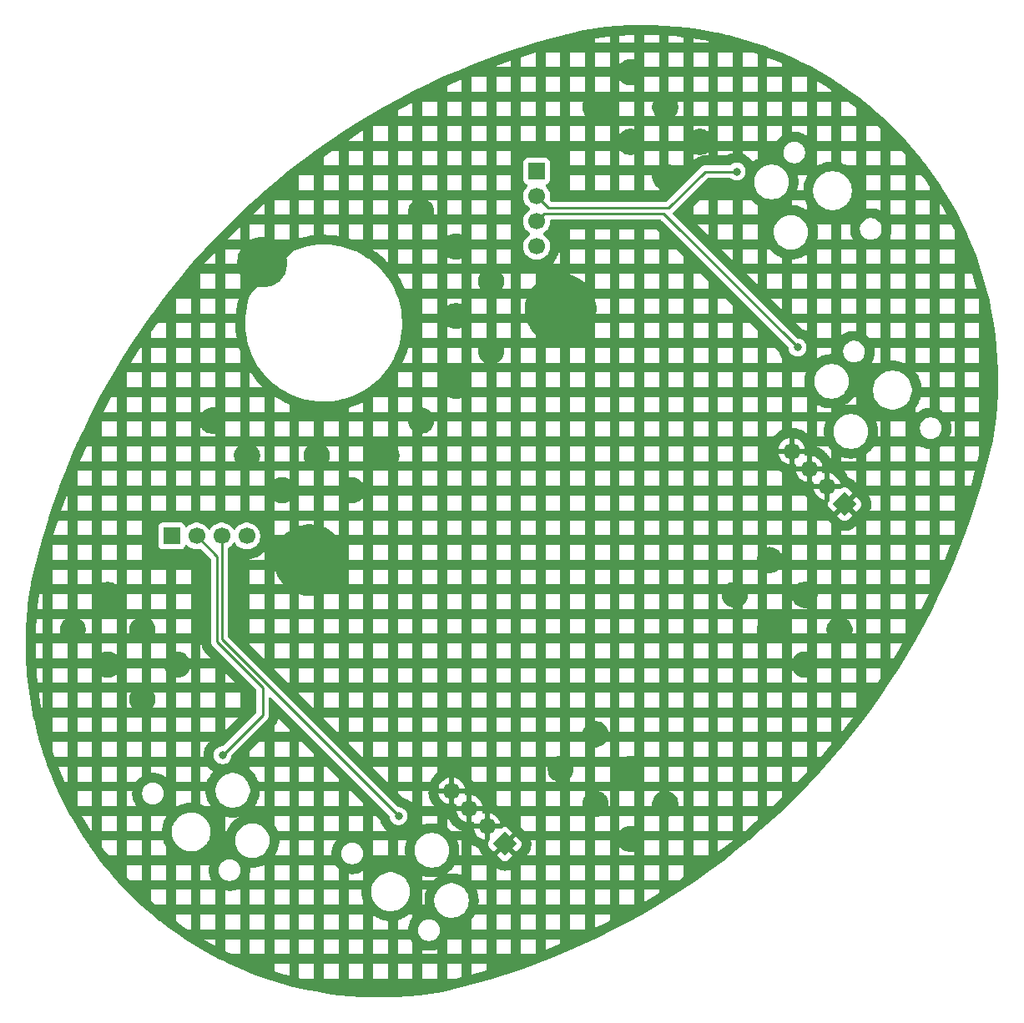
<source format=gbr>
G04 #@! TF.GenerationSoftware,KiCad,Pcbnew,9.0.2*
G04 #@! TF.CreationDate,2025-10-01T13:07:47-04:00*
G04 #@! TF.ProjectId,Trackball,54726163-6b62-4616-9c6c-2e6b69636164,rev?*
G04 #@! TF.SameCoordinates,Original*
G04 #@! TF.FileFunction,Copper,L1,Top*
G04 #@! TF.FilePolarity,Positive*
%FSLAX46Y46*%
G04 Gerber Fmt 4.6, Leading zero omitted, Abs format (unit mm)*
G04 Created by KiCad (PCBNEW 9.0.2) date 2025-10-01 13:07:47*
%MOMM*%
%LPD*%
G01*
G04 APERTURE LIST*
G04 Aperture macros list*
%AMRotRect*
0 Rectangle, with rotation*
0 The origin of the aperture is its center*
0 $1 length*
0 $2 width*
0 $3 Rotation angle, in degrees counterclockwise*
0 Add horizontal line*
21,1,$1,$2,0,0,$3*%
G04 Aperture macros list end*
G04 #@! TA.AperFunction,ComponentPad*
%ADD10RotRect,1.700000X1.700000X225.000000*%
G04 #@! TD*
G04 #@! TA.AperFunction,ComponentPad*
%ADD11C,1.700000*%
G04 #@! TD*
G04 #@! TA.AperFunction,ComponentPad*
%ADD12R,1.700000X1.700000*%
G04 #@! TD*
G04 #@! TA.AperFunction,ComponentPad*
%ADD13C,7.000000*%
G04 #@! TD*
G04 #@! TA.AperFunction,ComponentPad*
%ADD14C,5.000000*%
G04 #@! TD*
G04 #@! TA.AperFunction,ViaPad*
%ADD15C,0.800000*%
G04 #@! TD*
G04 #@! TA.AperFunction,Conductor*
%ADD16C,0.250000*%
G04 #@! TD*
G04 APERTURE END LIST*
D10*
X259420666Y-88445122D03*
D11*
X257624615Y-86649071D03*
X255828564Y-84853020D03*
X254032512Y-83056968D03*
D10*
X224936482Y-122929305D03*
D11*
X223140431Y-121133254D03*
X221344380Y-119337203D03*
X219548328Y-117541151D03*
D12*
X228165132Y-54655245D03*
D11*
X228165132Y-57195245D03*
X228165132Y-59735244D03*
X228165132Y-62275245D03*
D12*
X191139535Y-91680842D03*
D11*
X193679535Y-91680842D03*
X196219534Y-91680842D03*
X198759535Y-91680842D03*
D13*
X230604650Y-68657446D03*
D14*
X200411191Y-63919830D03*
D13*
X205148806Y-94113290D03*
D15*
X255353388Y-104719891D03*
X241211252Y-118862027D03*
X216462515Y-79971154D03*
X219998049Y-62293485D03*
X251817854Y-94113290D03*
X241211252Y-48151349D03*
X219998049Y-76435620D03*
X188178243Y-101184357D03*
X241211252Y-55222417D03*
X212926981Y-83506688D03*
X244746786Y-51686883D03*
X234140184Y-48151349D03*
X184642710Y-104719891D03*
X198784845Y-83506688D03*
X237675718Y-115326493D03*
X230604650Y-115326493D03*
X209391447Y-87042222D03*
X223533583Y-72900086D03*
X223533583Y-65829018D03*
X237675718Y-51686883D03*
X195249311Y-79971154D03*
X248282320Y-97648824D03*
X234140184Y-111790959D03*
X234140184Y-118862027D03*
X216462515Y-58757951D03*
X181107176Y-101184357D03*
X205855913Y-83506688D03*
X237675718Y-44615815D03*
X258888922Y-101184357D03*
X219998049Y-69364552D03*
X202320379Y-87042222D03*
X237675718Y-122397561D03*
X188178243Y-108255425D03*
X184642710Y-97648824D03*
X255353388Y-97648824D03*
X251817854Y-101184357D03*
X191713777Y-104719891D03*
X248459097Y-54692087D03*
X254646281Y-72546533D03*
X196309971Y-113912280D03*
X214164418Y-120099464D03*
D16*
X229374285Y-58404397D02*
X228165132Y-57195245D01*
X228177860Y-57202316D02*
X228169375Y-57193830D01*
X248480310Y-54713300D02*
X248480310Y-54755726D01*
X248459097Y-54692087D02*
X245277116Y-54692087D01*
X248459097Y-54692087D02*
X248480310Y-54713300D01*
X245277116Y-54692087D02*
X241564805Y-58404397D01*
X241564805Y-58404397D02*
X229374285Y-58404397D01*
X254646281Y-72546533D02*
X241034475Y-58934727D01*
X228965649Y-58934727D02*
X228165132Y-59735244D01*
X241034475Y-58934727D02*
X228965649Y-58934727D01*
X193679534Y-91680842D02*
X195779641Y-93780949D01*
X195779641Y-102421794D02*
X200375835Y-107017988D01*
X200375835Y-109846416D02*
X196309971Y-113912280D01*
X195779641Y-93780949D02*
X195779641Y-102421794D01*
X200375835Y-107017988D02*
X200375835Y-109846416D01*
X196229641Y-93594553D02*
X196219534Y-93584446D01*
X196229641Y-102164687D02*
X196229641Y-93594553D01*
X214164418Y-120099464D02*
X196229641Y-102164687D01*
X196219534Y-93584446D02*
X196219534Y-91680842D01*
G04 #@! TA.AperFunction,Conductor*
G36*
X239972864Y-39839949D02*
G01*
X239977012Y-39840051D01*
X241159222Y-39888778D01*
X241163304Y-39889013D01*
X242343320Y-39976813D01*
X242347398Y-39977184D01*
X243523841Y-40103956D01*
X243527904Y-40104462D01*
X244699545Y-40270075D01*
X244703568Y-40270712D01*
X245869057Y-40474973D01*
X245873071Y-40475745D01*
X247031170Y-40718438D01*
X247035165Y-40719345D01*
X248065043Y-40970990D01*
X248184583Y-41000199D01*
X248188614Y-41001255D01*
X248596400Y-41115309D01*
X249328087Y-41319957D01*
X249332064Y-41321141D01*
X250460358Y-41677347D01*
X250464294Y-41678661D01*
X251580215Y-42071993D01*
X251584094Y-42073433D01*
X252166593Y-42300672D01*
X252686375Y-42503445D01*
X252690232Y-42505023D01*
X253044729Y-42657007D01*
X253777743Y-42971274D01*
X253781519Y-42972968D01*
X254852949Y-43474897D01*
X254856691Y-43476726D01*
X254931244Y-43514707D01*
X255910949Y-44013819D01*
X255914631Y-44015772D01*
X256950540Y-44587429D01*
X256954148Y-44589498D01*
X257970644Y-45195135D01*
X257974146Y-45197301D01*
X258842540Y-45754414D01*
X258970026Y-45836202D01*
X258973492Y-45838507D01*
X259947737Y-46510018D01*
X259951073Y-46512401D01*
X260461037Y-46889371D01*
X260902525Y-47215723D01*
X260905835Y-47218255D01*
X261430366Y-47633506D01*
X261829102Y-47949170D01*
X261833515Y-47952663D01*
X261836739Y-47955303D01*
X262739617Y-48719982D01*
X262742752Y-48722728D01*
X263619871Y-49516865D01*
X263622887Y-49519688D01*
X264204462Y-50082341D01*
X264473242Y-50342376D01*
X264476182Y-50345315D01*
X265268764Y-51164561D01*
X265298891Y-51195701D01*
X265301739Y-51198744D01*
X266095859Y-52075855D01*
X266098604Y-52078990D01*
X266628049Y-52704128D01*
X266863202Y-52981784D01*
X266863261Y-52981853D01*
X266865898Y-52985073D01*
X267544385Y-53842126D01*
X267600319Y-53912780D01*
X267602845Y-53916082D01*
X267706807Y-54056723D01*
X268306171Y-54867552D01*
X268308592Y-54870944D01*
X268980052Y-55845128D01*
X268982360Y-55848598D01*
X269140422Y-56094978D01*
X269597162Y-56806927D01*
X269621242Y-56844461D01*
X269623431Y-56848000D01*
X269660018Y-56909408D01*
X270229034Y-57864454D01*
X270231108Y-57868069D01*
X270802771Y-58904004D01*
X270804724Y-58907685D01*
X271341822Y-59961970D01*
X271343640Y-59965689D01*
X271845567Y-61037134D01*
X271847272Y-61040936D01*
X272313501Y-62128412D01*
X272315079Y-62132269D01*
X272745078Y-63234539D01*
X272746509Y-63238393D01*
X273139836Y-64354320D01*
X273141156Y-64358273D01*
X273497368Y-65486607D01*
X273498556Y-65490601D01*
X273817241Y-66630039D01*
X273818297Y-66634070D01*
X274099133Y-67783448D01*
X274100055Y-67787512D01*
X274342723Y-68945523D01*
X274343511Y-68949616D01*
X274547759Y-70115072D01*
X274548410Y-70119188D01*
X274713998Y-71290714D01*
X274714513Y-71294849D01*
X274841271Y-72471229D01*
X274841649Y-72475379D01*
X274929436Y-73655317D01*
X274929676Y-73659478D01*
X274978392Y-74841639D01*
X274978495Y-74845805D01*
X274988092Y-76028958D01*
X274988057Y-76033125D01*
X274958521Y-77215949D01*
X274958348Y-77220113D01*
X274889713Y-78401317D01*
X274889402Y-78405473D01*
X274781745Y-79583715D01*
X274781298Y-79587858D01*
X274634727Y-80761968D01*
X274634142Y-80766094D01*
X274448608Y-81936077D01*
X274448267Y-81938121D01*
X274444205Y-81961267D01*
X274444182Y-81963981D01*
X274440653Y-81986234D01*
X274439563Y-81998453D01*
X274072275Y-83560135D01*
X274071593Y-83562897D01*
X273653521Y-85176110D01*
X273652776Y-85178857D01*
X273198379Y-86782207D01*
X273197572Y-86784936D01*
X272707090Y-88377588D01*
X272706222Y-88380298D01*
X272179878Y-89961518D01*
X272178948Y-89964208D01*
X271617060Y-91533047D01*
X271616071Y-91535715D01*
X271018859Y-93091556D01*
X271017809Y-93094201D01*
X270385637Y-94636096D01*
X270384528Y-94638717D01*
X269717665Y-96166011D01*
X269716496Y-96168606D01*
X269015352Y-97680355D01*
X269014126Y-97682923D01*
X268278994Y-99178505D01*
X268277710Y-99181045D01*
X267508987Y-100659644D01*
X267507646Y-100662154D01*
X266705717Y-102123033D01*
X266704319Y-102125512D01*
X265869617Y-103567878D01*
X265868164Y-103570324D01*
X265001112Y-104993452D01*
X264999604Y-104995866D01*
X264100615Y-106399075D01*
X264099053Y-106401454D01*
X263168575Y-107784044D01*
X263166959Y-107786386D01*
X262205571Y-109147499D01*
X262203904Y-109149805D01*
X261211948Y-110488957D01*
X261210228Y-110491225D01*
X260188314Y-111807592D01*
X260186544Y-111809820D01*
X259135121Y-113102820D01*
X259133300Y-113105007D01*
X258053010Y-114373853D01*
X258051141Y-114375999D01*
X256942431Y-115620168D01*
X256940514Y-115622271D01*
X255804010Y-116841059D01*
X255802046Y-116843119D01*
X254638244Y-118035994D01*
X254636233Y-118038008D01*
X253445876Y-119204206D01*
X253443821Y-119206175D01*
X252227359Y-120345259D01*
X252225260Y-120347180D01*
X250983430Y-121458459D01*
X250981288Y-121460333D01*
X249714649Y-122543305D01*
X249712465Y-122545130D01*
X248421707Y-123599207D01*
X248419483Y-123600982D01*
X247105222Y-124625660D01*
X247102958Y-124627384D01*
X245765933Y-125622087D01*
X245763631Y-125623760D01*
X244404424Y-126588054D01*
X244402084Y-126589674D01*
X243021508Y-127522983D01*
X243019133Y-127524550D01*
X241617800Y-128426462D01*
X241615390Y-128427975D01*
X240194032Y-129298015D01*
X240191588Y-129299473D01*
X238750984Y-130137168D01*
X238748508Y-130138571D01*
X237289321Y-130943535D01*
X237286813Y-130944882D01*
X235809821Y-131716684D01*
X235807284Y-131717973D01*
X234313237Y-132456221D01*
X234310672Y-132457453D01*
X232800331Y-133161772D01*
X232797739Y-133162945D01*
X231271897Y-133832965D01*
X231269278Y-133834080D01*
X229728667Y-134469480D01*
X229726024Y-134470535D01*
X228171508Y-135070958D01*
X228168842Y-135071954D01*
X226601059Y-135637153D01*
X226598371Y-135638087D01*
X225018331Y-136167700D01*
X225015623Y-136168574D01*
X223423985Y-136662379D01*
X223421257Y-136663192D01*
X221818870Y-137120925D01*
X221816126Y-137121676D01*
X220203777Y-137543113D01*
X220201015Y-137543801D01*
X218583144Y-137927864D01*
X218574339Y-137929625D01*
X217426321Y-138117002D01*
X217422257Y-138117598D01*
X216265754Y-138267843D01*
X216261672Y-138268306D01*
X215100872Y-138380773D01*
X215096777Y-138381102D01*
X213932971Y-138455668D01*
X213928868Y-138455864D01*
X212763223Y-138492455D01*
X212759116Y-138492517D01*
X211592900Y-138491092D01*
X211588793Y-138491020D01*
X210423242Y-138451580D01*
X210419139Y-138451374D01*
X209255513Y-138373964D01*
X209251420Y-138373625D01*
X208090902Y-138258321D01*
X208086821Y-138257848D01*
X206930717Y-138104781D01*
X206926654Y-138104176D01*
X205776107Y-137913498D01*
X205772066Y-137912760D01*
X204628383Y-137684686D01*
X204624368Y-137683817D01*
X203488724Y-137418583D01*
X203484740Y-137417584D01*
X202358325Y-137115467D01*
X202354375Y-137114338D01*
X201238414Y-136775665D01*
X201234504Y-136774408D01*
X200517302Y-136530951D01*
X204076287Y-136530951D01*
X204304880Y-136584341D01*
X205578287Y-136584341D01*
X206576287Y-136584341D01*
X208078287Y-136584341D01*
X209076287Y-136584341D01*
X210578287Y-136584341D01*
X211576287Y-136584341D01*
X213078287Y-136584341D01*
X214076287Y-136584341D01*
X215578287Y-136584341D01*
X216576287Y-136584341D01*
X218078287Y-136584341D01*
X219076287Y-136584341D01*
X219921830Y-136584341D01*
X219960910Y-136575063D01*
X220578287Y-136413693D01*
X220578287Y-136152299D01*
X221576287Y-136152299D01*
X223078287Y-135723242D01*
X223078287Y-135082341D01*
X221576287Y-135082341D01*
X221576287Y-136152299D01*
X220578287Y-136152299D01*
X220578287Y-135082341D01*
X219076287Y-135082341D01*
X219076287Y-136584341D01*
X218078287Y-136584341D01*
X218078287Y-135082341D01*
X216576287Y-135082341D01*
X216576287Y-136584341D01*
X215578287Y-136584341D01*
X215578287Y-135082341D01*
X214076287Y-135082341D01*
X214076287Y-136584341D01*
X213078287Y-136584341D01*
X213078287Y-135082341D01*
X211576287Y-135082341D01*
X211576287Y-136584341D01*
X210578287Y-136584341D01*
X210578287Y-135082341D01*
X209076287Y-135082341D01*
X209076287Y-136584341D01*
X208078287Y-136584341D01*
X208078287Y-135082341D01*
X206576287Y-135082341D01*
X206576287Y-136584341D01*
X205578287Y-136584341D01*
X205578287Y-135082341D01*
X204076287Y-135082341D01*
X204076287Y-136530951D01*
X200517302Y-136530951D01*
X200130212Y-136399552D01*
X200126344Y-136398169D01*
X199034811Y-135987497D01*
X199030990Y-135985988D01*
X198666839Y-135835256D01*
X201576287Y-135835256D01*
X202630602Y-136155221D01*
X203078287Y-136275294D01*
X203078287Y-135082341D01*
X201576287Y-135082341D01*
X201576287Y-135835256D01*
X198666839Y-135835256D01*
X197953425Y-135539954D01*
X197949656Y-135538321D01*
X196942304Y-135082341D01*
X196887211Y-135057403D01*
X196883506Y-135055652D01*
X196470667Y-134852313D01*
X195837303Y-134540357D01*
X195833659Y-134538488D01*
X195706341Y-134470535D01*
X195213794Y-134207649D01*
X194804820Y-133989368D01*
X194801228Y-133987375D01*
X194461989Y-133791847D01*
X196576287Y-133791847D01*
X197170134Y-134084341D01*
X198078287Y-134084341D01*
X199076287Y-134084341D01*
X200578287Y-134084341D01*
X201576287Y-134084341D01*
X203078287Y-134084341D01*
X204076287Y-134084341D01*
X205578287Y-134084341D01*
X206576287Y-134084341D01*
X208078287Y-134084341D01*
X209076287Y-134084341D01*
X210578287Y-134084341D01*
X211576287Y-134084341D01*
X213078287Y-134084341D01*
X214076287Y-134084341D01*
X215578287Y-134084341D01*
X215578287Y-133652337D01*
X216576287Y-133652337D01*
X216576287Y-134084341D01*
X218078287Y-134084341D01*
X218078287Y-133589026D01*
X218067673Y-133593920D01*
X218063135Y-133595905D01*
X218026918Y-133610905D01*
X218022314Y-133612706D01*
X217994833Y-133622844D01*
X217990159Y-133624465D01*
X217787994Y-133690153D01*
X217783257Y-133691590D01*
X217755041Y-133699547D01*
X217750249Y-133700797D01*
X217712131Y-133709946D01*
X217707303Y-133711005D01*
X217678584Y-133716717D01*
X217673716Y-133717587D01*
X217463781Y-133750838D01*
X217458881Y-133751516D01*
X217429793Y-133754959D01*
X217424869Y-133755443D01*
X217385790Y-133758519D01*
X217380852Y-133758811D01*
X217351568Y-133759962D01*
X217346619Y-133760059D01*
X217134045Y-133760059D01*
X217129096Y-133759962D01*
X217099812Y-133758811D01*
X217094874Y-133758519D01*
X217055795Y-133755443D01*
X217050871Y-133754959D01*
X217021783Y-133751516D01*
X217016883Y-133750838D01*
X216806948Y-133717587D01*
X216802080Y-133716717D01*
X216773361Y-133711005D01*
X216768533Y-133709946D01*
X216730415Y-133700797D01*
X216725623Y-133699547D01*
X216697407Y-133691590D01*
X216692670Y-133690153D01*
X216576287Y-133652337D01*
X215578287Y-133652337D01*
X215578287Y-132944762D01*
X215479409Y-132808670D01*
X215476580Y-132804611D01*
X215460297Y-132780242D01*
X215457627Y-132776070D01*
X215437146Y-132742645D01*
X215434646Y-132738381D01*
X215420334Y-132712825D01*
X215418002Y-132708462D01*
X215353740Y-132582341D01*
X214076287Y-132582341D01*
X214076287Y-134084341D01*
X213078287Y-134084341D01*
X213078287Y-132582341D01*
X211576287Y-132582341D01*
X211576287Y-134084341D01*
X210578287Y-134084341D01*
X210578287Y-132582341D01*
X209076287Y-132582341D01*
X209076287Y-134084341D01*
X208078287Y-134084341D01*
X208078287Y-132582341D01*
X206576287Y-132582341D01*
X206576287Y-134084341D01*
X205578287Y-134084341D01*
X205578287Y-132582341D01*
X204076287Y-132582341D01*
X204076287Y-134084341D01*
X203078287Y-134084341D01*
X203078287Y-132582341D01*
X201576287Y-132582341D01*
X201576287Y-134084341D01*
X200578287Y-134084341D01*
X200578287Y-132582341D01*
X199076287Y-132582341D01*
X199076287Y-134084341D01*
X198078287Y-134084341D01*
X198078287Y-132582341D01*
X196576287Y-132582341D01*
X196576287Y-133791847D01*
X194461989Y-133791847D01*
X193790828Y-133405008D01*
X193787303Y-133402899D01*
X192796437Y-132787914D01*
X192792983Y-132785692D01*
X192488002Y-132582341D01*
X194362048Y-132582341D01*
X195287279Y-133115618D01*
X195578287Y-133270937D01*
X195578287Y-132582341D01*
X194362048Y-132582341D01*
X192488002Y-132582341D01*
X191822664Y-132138716D01*
X191819283Y-132136381D01*
X190870587Y-131458132D01*
X190867285Y-131455689D01*
X189941211Y-130746883D01*
X189937990Y-130744334D01*
X189927608Y-130735837D01*
X191576287Y-130735837D01*
X192388153Y-131316262D01*
X192790210Y-131584341D01*
X193078287Y-131584341D01*
X194076287Y-131584341D01*
X195578287Y-131584341D01*
X196576287Y-131584341D01*
X198078287Y-131584341D01*
X199076287Y-131584341D01*
X200578287Y-131584341D01*
X201576287Y-131584341D01*
X203078287Y-131584341D01*
X204076287Y-131584341D01*
X205578287Y-131584341D01*
X206576287Y-131584341D01*
X208078287Y-131584341D01*
X209076287Y-131584341D01*
X210578287Y-131584341D01*
X211576287Y-131584341D01*
X213078287Y-131584341D01*
X213078287Y-130724203D01*
X212820600Y-130690279D01*
X212816518Y-130689674D01*
X212792403Y-130685692D01*
X212788341Y-130684952D01*
X212756304Y-130678577D01*
X212752277Y-130677707D01*
X212728526Y-130672168D01*
X212724532Y-130671168D01*
X212626200Y-130644820D01*
X214076287Y-130644820D01*
X214076287Y-131584341D01*
X215140932Y-131584341D01*
X215140932Y-131573977D01*
X216138932Y-131573977D01*
X216138932Y-131747341D01*
X216166052Y-131918571D01*
X216166053Y-131918576D01*
X216219622Y-132083445D01*
X216219624Y-132083450D01*
X216249090Y-132141280D01*
X216298332Y-132237922D01*
X216400232Y-132378175D01*
X216522815Y-132500758D01*
X216522818Y-132500760D01*
X216663072Y-132602661D01*
X216817541Y-132681367D01*
X216982414Y-132734937D01*
X216982415Y-132734937D01*
X216982420Y-132734939D01*
X217153650Y-132762059D01*
X217153653Y-132762059D01*
X217327011Y-132762059D01*
X217327014Y-132762059D01*
X217498244Y-132734939D01*
X217662033Y-132681721D01*
X219076287Y-132681721D01*
X219076287Y-134084341D01*
X220578287Y-134084341D01*
X221576287Y-134084341D01*
X223078287Y-134084341D01*
X224076287Y-134084341D01*
X225578287Y-134084341D01*
X226576287Y-134084341D01*
X227955998Y-134084341D01*
X228078287Y-134037107D01*
X228078287Y-133651635D01*
X229076287Y-133651635D01*
X229357246Y-133543117D01*
X230578287Y-133039517D01*
X230578287Y-132582341D01*
X229076287Y-132582341D01*
X229076287Y-133651635D01*
X228078287Y-133651635D01*
X228078287Y-132582341D01*
X226576287Y-132582341D01*
X226576287Y-134084341D01*
X225578287Y-134084341D01*
X225578287Y-132582341D01*
X224076287Y-132582341D01*
X224076287Y-134084341D01*
X223078287Y-134084341D01*
X223078287Y-132582341D01*
X221576287Y-132582341D01*
X221576287Y-134084341D01*
X220578287Y-134084341D01*
X220578287Y-132582341D01*
X219126924Y-132582341D01*
X219076287Y-132681721D01*
X217662033Y-132681721D01*
X217663123Y-132681367D01*
X217817592Y-132602661D01*
X217957846Y-132500760D01*
X218080433Y-132378173D01*
X218182334Y-132237919D01*
X218261040Y-132083450D01*
X218314612Y-131918571D01*
X218341732Y-131747341D01*
X218341732Y-131573977D01*
X218314612Y-131402747D01*
X218261040Y-131237868D01*
X218182334Y-131083399D01*
X218081695Y-130944882D01*
X218080431Y-130943142D01*
X217957848Y-130820559D01*
X217817595Y-130718659D01*
X217817594Y-130718658D01*
X217817592Y-130718657D01*
X217663123Y-130639951D01*
X217663120Y-130639950D01*
X217663118Y-130639949D01*
X217498247Y-130586380D01*
X217498251Y-130586380D01*
X217433117Y-130576064D01*
X217327014Y-130559259D01*
X217153650Y-130559259D01*
X216982420Y-130586379D01*
X216982414Y-130586380D01*
X216817545Y-130639949D01*
X216817539Y-130639952D01*
X216663068Y-130718659D01*
X216522815Y-130820559D01*
X216400232Y-130943142D01*
X216298332Y-131083395D01*
X216219625Y-131237866D01*
X216219622Y-131237872D01*
X216166053Y-131402741D01*
X216166052Y-131402746D01*
X216166052Y-131402747D01*
X216138932Y-131573977D01*
X215140932Y-131573977D01*
X215140932Y-131554372D01*
X215141029Y-131549423D01*
X215142180Y-131520139D01*
X215142472Y-131515201D01*
X215145548Y-131476122D01*
X215146032Y-131471198D01*
X215149475Y-131442110D01*
X215150153Y-131437210D01*
X215183404Y-131227275D01*
X215184274Y-131222407D01*
X215189986Y-131193688D01*
X215191045Y-131188860D01*
X215200194Y-131150742D01*
X215201444Y-131145950D01*
X215209401Y-131117734D01*
X215210838Y-131112997D01*
X215276526Y-130910832D01*
X215278147Y-130906158D01*
X215288285Y-130878677D01*
X215290086Y-130874073D01*
X215305086Y-130837856D01*
X215307071Y-130833318D01*
X215319341Y-130806703D01*
X215321500Y-130802252D01*
X215418002Y-130612856D01*
X215420334Y-130608493D01*
X215434646Y-130582937D01*
X215437146Y-130578673D01*
X215457627Y-130545248D01*
X215460297Y-130541076D01*
X215476580Y-130516707D01*
X215479409Y-130512648D01*
X215485325Y-130504506D01*
X221576287Y-130504506D01*
X221576287Y-131584341D01*
X223078287Y-131584341D01*
X224076287Y-131584341D01*
X225578287Y-131584341D01*
X226576287Y-131584341D01*
X228078287Y-131584341D01*
X229076287Y-131584341D01*
X230578287Y-131584341D01*
X231576287Y-131584341D01*
X233078287Y-131584341D01*
X233078287Y-131460114D01*
X234076287Y-131460114D01*
X235356363Y-130827595D01*
X235578287Y-130711629D01*
X235578287Y-130082341D01*
X234076287Y-130082341D01*
X234076287Y-131460114D01*
X233078287Y-131460114D01*
X233078287Y-130082341D01*
X231576287Y-130082341D01*
X231576287Y-131584341D01*
X230578287Y-131584341D01*
X230578287Y-130082341D01*
X229076287Y-130082341D01*
X229076287Y-131584341D01*
X228078287Y-131584341D01*
X228078287Y-130082341D01*
X226576287Y-130082341D01*
X226576287Y-131584341D01*
X225578287Y-131584341D01*
X225578287Y-130082341D01*
X224076287Y-130082341D01*
X224076287Y-131584341D01*
X223078287Y-131584341D01*
X223078287Y-130082341D01*
X221888311Y-130082341D01*
X221853164Y-130143216D01*
X221851045Y-130146752D01*
X221838147Y-130167494D01*
X221835909Y-130170964D01*
X221817759Y-130198125D01*
X221815416Y-130201511D01*
X221801201Y-130221348D01*
X221798744Y-130224660D01*
X221639170Y-130432619D01*
X221636607Y-130435849D01*
X221621119Y-130454721D01*
X221618453Y-130457863D01*
X221596917Y-130482421D01*
X221594148Y-130485477D01*
X221577458Y-130503297D01*
X221576287Y-130504506D01*
X215485325Y-130504506D01*
X215578287Y-130376554D01*
X215578287Y-130082341D01*
X215207050Y-130082341D01*
X215039863Y-130210630D01*
X215036547Y-130213089D01*
X215016678Y-130227326D01*
X215013285Y-130229674D01*
X214986123Y-130247821D01*
X214982656Y-130250056D01*
X214961945Y-130262933D01*
X214958416Y-130265048D01*
X214707050Y-130410175D01*
X214703444Y-130412179D01*
X214681883Y-130423703D01*
X214678206Y-130425592D01*
X214648909Y-130440036D01*
X214645188Y-130441795D01*
X214622978Y-130451857D01*
X214619200Y-130453495D01*
X214351061Y-130564562D01*
X214347230Y-130566076D01*
X214324388Y-130574674D01*
X214320502Y-130576064D01*
X214289570Y-130586564D01*
X214285647Y-130587825D01*
X214262276Y-130594915D01*
X214258309Y-130596048D01*
X214076287Y-130644820D01*
X212626200Y-130644820D01*
X212444181Y-130596048D01*
X212440214Y-130594915D01*
X212416843Y-130587825D01*
X212412920Y-130586564D01*
X212381988Y-130576064D01*
X212378102Y-130574674D01*
X212355260Y-130566076D01*
X212351429Y-130564562D01*
X212083290Y-130453495D01*
X212079512Y-130451857D01*
X212057302Y-130441795D01*
X212053581Y-130440036D01*
X212024284Y-130425592D01*
X212020607Y-130423703D01*
X211999046Y-130412179D01*
X211995440Y-130410175D01*
X211744074Y-130265048D01*
X211740545Y-130262933D01*
X211719834Y-130250056D01*
X211716367Y-130247821D01*
X211689205Y-130229674D01*
X211685812Y-130227326D01*
X211665943Y-130213089D01*
X211662627Y-130210630D01*
X211576287Y-130144378D01*
X211576287Y-131584341D01*
X210578287Y-131584341D01*
X210578287Y-130082341D01*
X209076287Y-130082341D01*
X209076287Y-131584341D01*
X208078287Y-131584341D01*
X208078287Y-130082341D01*
X206576287Y-130082341D01*
X206576287Y-131584341D01*
X205578287Y-131584341D01*
X205578287Y-130082341D01*
X204076287Y-130082341D01*
X204076287Y-131584341D01*
X203078287Y-131584341D01*
X203078287Y-130082341D01*
X201576287Y-130082341D01*
X201576287Y-131584341D01*
X200578287Y-131584341D01*
X200578287Y-130082341D01*
X199076287Y-130082341D01*
X199076287Y-131584341D01*
X198078287Y-131584341D01*
X198078287Y-130082341D01*
X196576287Y-130082341D01*
X196576287Y-131584341D01*
X195578287Y-131584341D01*
X195578287Y-130082341D01*
X194076287Y-130082341D01*
X194076287Y-131584341D01*
X193078287Y-131584341D01*
X193078287Y-130082341D01*
X191576287Y-130082341D01*
X191576287Y-130735837D01*
X189927608Y-130735837D01*
X189035491Y-130005700D01*
X189032355Y-130003046D01*
X188154407Y-129235380D01*
X188151360Y-129232627D01*
X187597738Y-128715752D01*
X189076287Y-128715752D01*
X189497827Y-129084341D01*
X190578287Y-129084341D01*
X191576287Y-129084341D01*
X193078287Y-129084341D01*
X194076287Y-129084341D01*
X195578287Y-129084341D01*
X195578287Y-127635094D01*
X196576287Y-127635094D01*
X196576287Y-129084341D01*
X198078287Y-129084341D01*
X199076287Y-129084341D01*
X200578287Y-129084341D01*
X201576287Y-129084341D01*
X203078287Y-129084341D01*
X204076287Y-129084341D01*
X205578287Y-129084341D01*
X206576287Y-129084341D01*
X208078287Y-129084341D01*
X209076287Y-129084341D01*
X210578287Y-129084341D01*
X210578287Y-128819749D01*
X210558255Y-128771388D01*
X210556741Y-128767557D01*
X210548143Y-128744715D01*
X210546753Y-128740829D01*
X210536253Y-128709897D01*
X210534992Y-128705974D01*
X210527902Y-128682603D01*
X210526769Y-128678636D01*
X210451649Y-128398285D01*
X210450649Y-128394291D01*
X210445110Y-128370540D01*
X210444240Y-128366513D01*
X210437865Y-128334476D01*
X210437125Y-128330414D01*
X210433143Y-128306299D01*
X210432538Y-128302217D01*
X210394653Y-128014447D01*
X210394182Y-128010356D01*
X210391790Y-127986079D01*
X210391453Y-127981971D01*
X210389315Y-127949377D01*
X210389113Y-127945255D01*
X210388313Y-127920833D01*
X210388245Y-127916708D01*
X210388245Y-127642776D01*
X211386245Y-127642776D01*
X211386245Y-127900367D01*
X211419865Y-128155739D01*
X211419866Y-128155745D01*
X211419867Y-128155747D01*
X211486535Y-128404556D01*
X211585109Y-128642534D01*
X211585110Y-128642535D01*
X211585115Y-128642546D01*
X211713904Y-128865615D01*
X211870705Y-129069960D01*
X211870724Y-129069981D01*
X212052835Y-129252092D01*
X212052845Y-129252101D01*
X212052851Y-129252107D01*
X212052854Y-129252109D01*
X212052856Y-129252111D01*
X212257201Y-129408912D01*
X212480270Y-129537701D01*
X212480274Y-129537702D01*
X212480283Y-129537708D01*
X212718261Y-129636282D01*
X212967070Y-129702950D01*
X212967076Y-129702950D01*
X212967077Y-129702951D01*
X212996379Y-129706808D01*
X213222452Y-129736572D01*
X213222459Y-129736572D01*
X213480031Y-129736572D01*
X213480038Y-129736572D01*
X213735420Y-129702950D01*
X213984229Y-129636282D01*
X214222207Y-129537708D01*
X214445283Y-129408915D01*
X214445283Y-129408914D01*
X214445288Y-129408912D01*
X214588850Y-129298752D01*
X214649639Y-129252107D01*
X214817405Y-129084341D01*
X216576287Y-129084341D01*
X216822676Y-129084341D01*
X216796337Y-128884271D01*
X216795866Y-128880180D01*
X216793474Y-128855903D01*
X216793137Y-128851795D01*
X216790999Y-128819201D01*
X216790797Y-128815079D01*
X216789997Y-128790657D01*
X216789929Y-128786532D01*
X216789929Y-128540718D01*
X217787929Y-128540718D01*
X217787929Y-128770191D01*
X217817879Y-128997686D01*
X217817881Y-128997693D01*
X217877271Y-129219342D01*
X217965085Y-129431343D01*
X217965086Y-129431344D01*
X217965091Y-129431355D01*
X218079815Y-129630063D01*
X218079820Y-129630070D01*
X218219502Y-129812107D01*
X218219521Y-129812128D01*
X218381755Y-129974362D01*
X218381776Y-129974381D01*
X218563813Y-130114063D01*
X218563820Y-130114068D01*
X218762528Y-130228792D01*
X218762532Y-130228793D01*
X218762541Y-130228799D01*
X218974542Y-130316613D01*
X219196191Y-130376003D01*
X219196195Y-130376003D01*
X219196197Y-130376004D01*
X219254827Y-130383722D01*
X219423695Y-130405955D01*
X219423702Y-130405955D01*
X219653156Y-130405955D01*
X219653163Y-130405955D01*
X219876482Y-130376554D01*
X219880660Y-130376004D01*
X219880660Y-130376003D01*
X219880667Y-130376003D01*
X220102316Y-130316613D01*
X220314317Y-130228799D01*
X220513041Y-130114066D01*
X220695090Y-129974374D01*
X220857348Y-129812116D01*
X220997040Y-129630067D01*
X221111773Y-129431343D01*
X221199587Y-129219342D01*
X221258977Y-128997693D01*
X221288929Y-128770189D01*
X221288929Y-128540721D01*
X221258977Y-128313217D01*
X221199587Y-128091568D01*
X221111773Y-127879567D01*
X221111767Y-127879558D01*
X221111766Y-127879554D01*
X220997042Y-127680846D01*
X220997037Y-127680839D01*
X220921457Y-127582341D01*
X222068885Y-127582341D01*
X222127867Y-127724735D01*
X222129381Y-127728567D01*
X222137979Y-127751410D01*
X222139369Y-127755295D01*
X222149869Y-127786227D01*
X222151129Y-127790147D01*
X222158220Y-127813519D01*
X222159354Y-127817489D01*
X222227195Y-128070680D01*
X222228195Y-128074673D01*
X222233734Y-128098423D01*
X222234605Y-128102454D01*
X222240979Y-128134490D01*
X222241717Y-128138545D01*
X222245700Y-128162661D01*
X222246306Y-128166747D01*
X222280521Y-128426639D01*
X222280992Y-128430730D01*
X222283384Y-128455007D01*
X222283721Y-128459115D01*
X222285859Y-128491709D01*
X222286061Y-128495831D01*
X222286861Y-128520253D01*
X222286929Y-128524378D01*
X222286929Y-128786532D01*
X222286861Y-128790657D01*
X222286061Y-128815079D01*
X222285859Y-128819201D01*
X222283721Y-128851795D01*
X222283384Y-128855903D01*
X222280992Y-128880180D01*
X222280521Y-128884271D01*
X222254182Y-129084341D01*
X223078287Y-129084341D01*
X224076287Y-129084341D01*
X225578287Y-129084341D01*
X226576287Y-129084341D01*
X228078287Y-129084341D01*
X229076287Y-129084341D01*
X230578287Y-129084341D01*
X231576287Y-129084341D01*
X233078287Y-129084341D01*
X234076287Y-129084341D01*
X235578287Y-129084341D01*
X236576287Y-129084341D01*
X238078287Y-129084341D01*
X238078287Y-128793545D01*
X239076287Y-128793545D01*
X239681418Y-128441668D01*
X240578287Y-127892677D01*
X240578287Y-127582341D01*
X239076287Y-127582341D01*
X239076287Y-128793545D01*
X238078287Y-128793545D01*
X238078287Y-127582341D01*
X236576287Y-127582341D01*
X236576287Y-129084341D01*
X235578287Y-129084341D01*
X235578287Y-127582341D01*
X234076287Y-127582341D01*
X234076287Y-129084341D01*
X233078287Y-129084341D01*
X233078287Y-127582341D01*
X231576287Y-127582341D01*
X231576287Y-129084341D01*
X230578287Y-129084341D01*
X230578287Y-127582341D01*
X229076287Y-127582341D01*
X229076287Y-129084341D01*
X228078287Y-129084341D01*
X228078287Y-127582341D01*
X226576287Y-127582341D01*
X226576287Y-129084341D01*
X225578287Y-129084341D01*
X225578287Y-127582341D01*
X224076287Y-127582341D01*
X224076287Y-129084341D01*
X223078287Y-129084341D01*
X223078287Y-127582341D01*
X222068885Y-127582341D01*
X220921457Y-127582341D01*
X220857355Y-127498802D01*
X220857336Y-127498781D01*
X220695102Y-127336547D01*
X220695081Y-127336528D01*
X220513044Y-127196846D01*
X220513037Y-127196841D01*
X220314329Y-127082117D01*
X220314321Y-127082113D01*
X220314317Y-127082111D01*
X220102316Y-126994297D01*
X219880667Y-126934907D01*
X219880660Y-126934905D01*
X219653165Y-126904955D01*
X219653163Y-126904955D01*
X219423695Y-126904955D01*
X219423692Y-126904955D01*
X219196197Y-126934905D01*
X218974542Y-126994297D01*
X218762539Y-127082112D01*
X218762528Y-127082117D01*
X218563820Y-127196841D01*
X218563813Y-127196846D01*
X218381776Y-127336528D01*
X218381755Y-127336547D01*
X218219521Y-127498781D01*
X218219502Y-127498802D01*
X218079820Y-127680839D01*
X218079815Y-127680846D01*
X217965091Y-127879554D01*
X217965086Y-127879565D01*
X217877271Y-128091568D01*
X217817879Y-128313223D01*
X217787929Y-128540718D01*
X216789929Y-128540718D01*
X216789929Y-128524378D01*
X216789997Y-128520253D01*
X216790797Y-128495831D01*
X216790999Y-128491709D01*
X216793137Y-128459115D01*
X216793474Y-128455007D01*
X216795866Y-128430730D01*
X216796337Y-128426639D01*
X216830552Y-128166747D01*
X216831158Y-128162661D01*
X216835141Y-128138545D01*
X216835879Y-128134490D01*
X216842253Y-128102454D01*
X216843124Y-128098423D01*
X216848663Y-128074673D01*
X216849663Y-128070680D01*
X216917504Y-127817489D01*
X216918638Y-127813519D01*
X216925729Y-127790147D01*
X216926989Y-127786227D01*
X216937489Y-127755295D01*
X216938879Y-127751410D01*
X216947477Y-127728567D01*
X216948991Y-127724735D01*
X217007973Y-127582341D01*
X216576287Y-127582341D01*
X216576287Y-129084341D01*
X214817405Y-129084341D01*
X214831780Y-129069966D01*
X214897522Y-128984289D01*
X214988585Y-128865615D01*
X215075109Y-128715752D01*
X215117381Y-128642534D01*
X215215955Y-128404556D01*
X215282623Y-128155747D01*
X215316245Y-127900365D01*
X215316245Y-127642779D01*
X215282623Y-127387397D01*
X215215955Y-127138588D01*
X215117381Y-126900610D01*
X215117375Y-126900601D01*
X215117374Y-126900597D01*
X214988585Y-126677528D01*
X214917079Y-126584341D01*
X216576287Y-126584341D01*
X217725861Y-126584341D01*
X221576287Y-126584341D01*
X223078287Y-126584341D01*
X224076287Y-126584341D01*
X225578287Y-126584341D01*
X226576287Y-126584341D01*
X228078287Y-126584341D01*
X229076287Y-126584341D01*
X230578287Y-126584341D01*
X231576287Y-126584341D01*
X233078287Y-126584341D01*
X234076287Y-126584341D01*
X235578287Y-126584341D01*
X236576287Y-126584341D01*
X238078287Y-126584341D01*
X239076287Y-126584341D01*
X240578287Y-126584341D01*
X241576287Y-126584341D01*
X242628015Y-126584341D01*
X243078287Y-126279943D01*
X243078287Y-125082341D01*
X241576287Y-125082341D01*
X241576287Y-126584341D01*
X240578287Y-126584341D01*
X240578287Y-125082341D01*
X239076287Y-125082341D01*
X239076287Y-126584341D01*
X238078287Y-126584341D01*
X238078287Y-125082341D01*
X236576287Y-125082341D01*
X236576287Y-126584341D01*
X235578287Y-126584341D01*
X235578287Y-125082341D01*
X234076287Y-125082341D01*
X234076287Y-126584341D01*
X233078287Y-126584341D01*
X233078287Y-125082341D01*
X231576287Y-125082341D01*
X231576287Y-126584341D01*
X230578287Y-126584341D01*
X230578287Y-125082341D01*
X229076287Y-125082341D01*
X229076287Y-126584341D01*
X228078287Y-126584341D01*
X228078287Y-125082341D01*
X226576287Y-125082341D01*
X226576287Y-126584341D01*
X225578287Y-126584341D01*
X225578287Y-125493898D01*
X225463228Y-125546444D01*
X225454919Y-125549885D01*
X225404998Y-125568505D01*
X225396466Y-125571345D01*
X225328044Y-125591437D01*
X225319328Y-125593662D01*
X225267253Y-125604991D01*
X225258400Y-125606589D01*
X225043220Y-125637527D01*
X225034276Y-125638488D01*
X224981125Y-125642289D01*
X224972137Y-125642610D01*
X224900827Y-125642610D01*
X224891839Y-125642289D01*
X224838688Y-125638488D01*
X224829744Y-125637527D01*
X224614564Y-125606589D01*
X224605711Y-125604991D01*
X224553636Y-125593662D01*
X224544920Y-125591437D01*
X224476498Y-125571345D01*
X224467966Y-125568505D01*
X224418045Y-125549885D01*
X224409736Y-125546444D01*
X224216057Y-125457994D01*
X224209004Y-125454502D01*
X224167893Y-125432528D01*
X224161072Y-125428604D01*
X224107998Y-125395820D01*
X224101433Y-125391476D01*
X224076287Y-125373682D01*
X224076287Y-126584341D01*
X223078287Y-126584341D01*
X223078287Y-125082341D01*
X221576287Y-125082341D01*
X221576287Y-126584341D01*
X217725861Y-126584341D01*
X217736021Y-126575431D01*
X217739163Y-126572765D01*
X217758035Y-126557277D01*
X217761265Y-126554714D01*
X217969224Y-126395140D01*
X217972536Y-126392683D01*
X217992373Y-126378468D01*
X217995759Y-126376125D01*
X218022920Y-126357975D01*
X218026390Y-126355737D01*
X218047132Y-126342839D01*
X218050667Y-126340720D01*
X218078287Y-126324773D01*
X218078287Y-126267056D01*
X218075440Y-126267575D01*
X218051324Y-126271558D01*
X218047238Y-126272164D01*
X217787346Y-126306379D01*
X217783255Y-126306850D01*
X217758978Y-126309242D01*
X217754870Y-126309579D01*
X217722276Y-126311717D01*
X217718154Y-126311919D01*
X217693732Y-126312719D01*
X217689607Y-126312787D01*
X217427453Y-126312787D01*
X217423328Y-126312719D01*
X217398906Y-126311919D01*
X217394784Y-126311717D01*
X217362190Y-126309579D01*
X217358082Y-126309242D01*
X217333805Y-126306850D01*
X217329714Y-126306379D01*
X217069822Y-126272164D01*
X217065736Y-126271558D01*
X217041620Y-126267575D01*
X217037565Y-126266837D01*
X217005529Y-126260463D01*
X217001498Y-126259592D01*
X216977748Y-126254053D01*
X216973755Y-126253053D01*
X216720564Y-126185212D01*
X216716594Y-126184078D01*
X216693222Y-126176987D01*
X216689302Y-126175727D01*
X216658370Y-126165227D01*
X216654485Y-126163837D01*
X216631642Y-126155239D01*
X216627809Y-126153725D01*
X216576287Y-126132383D01*
X216576287Y-126584341D01*
X214917079Y-126584341D01*
X214831784Y-126473183D01*
X214831782Y-126473181D01*
X214831780Y-126473178D01*
X214831774Y-126473172D01*
X214831765Y-126473162D01*
X214649654Y-126291051D01*
X214649633Y-126291032D01*
X214445288Y-126134231D01*
X214222219Y-126005442D01*
X214222211Y-126005438D01*
X214222207Y-126005436D01*
X213984229Y-125906862D01*
X213810322Y-125860264D01*
X219076287Y-125860264D01*
X219076287Y-125944080D01*
X219309613Y-125913363D01*
X219313704Y-125912892D01*
X219337981Y-125910500D01*
X219342089Y-125910163D01*
X219374683Y-125908025D01*
X219378805Y-125907823D01*
X219403227Y-125907023D01*
X219407352Y-125906955D01*
X219669506Y-125906955D01*
X219673631Y-125907023D01*
X219698053Y-125907823D01*
X219702175Y-125908025D01*
X219734769Y-125910163D01*
X219738877Y-125910500D01*
X219763154Y-125912892D01*
X219767245Y-125913363D01*
X220027137Y-125947578D01*
X220031223Y-125948184D01*
X220055339Y-125952167D01*
X220059394Y-125952905D01*
X220091430Y-125959279D01*
X220095461Y-125960150D01*
X220119211Y-125965689D01*
X220123204Y-125966689D01*
X220376395Y-126034530D01*
X220380365Y-126035664D01*
X220403737Y-126042755D01*
X220407657Y-126044015D01*
X220438589Y-126054515D01*
X220442474Y-126055905D01*
X220465317Y-126064503D01*
X220469149Y-126066017D01*
X220578287Y-126111223D01*
X220578287Y-125082341D01*
X219854309Y-125082341D01*
X219837860Y-125106957D01*
X219835517Y-125110343D01*
X219821302Y-125130180D01*
X219818845Y-125133492D01*
X219659271Y-125341451D01*
X219656708Y-125344681D01*
X219641220Y-125363553D01*
X219638554Y-125366695D01*
X219617018Y-125391253D01*
X219614249Y-125394309D01*
X219597559Y-125412129D01*
X219594690Y-125415092D01*
X219409335Y-125600447D01*
X219406372Y-125603316D01*
X219388552Y-125620006D01*
X219385496Y-125622775D01*
X219360938Y-125644311D01*
X219357796Y-125646977D01*
X219338924Y-125662465D01*
X219335694Y-125665028D01*
X219127735Y-125824602D01*
X219124423Y-125827059D01*
X219104586Y-125841274D01*
X219101200Y-125843617D01*
X219076287Y-125860264D01*
X213810322Y-125860264D01*
X213735420Y-125840194D01*
X213735418Y-125840193D01*
X213735412Y-125840192D01*
X213480040Y-125806572D01*
X213480038Y-125806572D01*
X213222452Y-125806572D01*
X213222449Y-125806572D01*
X212967077Y-125840192D01*
X212831301Y-125876573D01*
X212718261Y-125906862D01*
X212487775Y-126002333D01*
X212480281Y-126005437D01*
X212480270Y-126005442D01*
X212257201Y-126134231D01*
X212052856Y-126291032D01*
X212052835Y-126291051D01*
X211870724Y-126473162D01*
X211870705Y-126473183D01*
X211713904Y-126677528D01*
X211585115Y-126900597D01*
X211585110Y-126900608D01*
X211585109Y-126900610D01*
X211509929Y-127082111D01*
X211486535Y-127138588D01*
X211419865Y-127387404D01*
X211386245Y-127642776D01*
X210388245Y-127642776D01*
X210388245Y-127626436D01*
X210388313Y-127622311D01*
X210389113Y-127597889D01*
X210389315Y-127593767D01*
X210390064Y-127582341D01*
X209076287Y-127582341D01*
X209076287Y-129084341D01*
X208078287Y-129084341D01*
X208078287Y-127582341D01*
X206576287Y-127582341D01*
X206576287Y-129084341D01*
X205578287Y-129084341D01*
X205578287Y-127582341D01*
X204076287Y-127582341D01*
X204076287Y-129084341D01*
X203078287Y-129084341D01*
X203078287Y-127582341D01*
X201576287Y-127582341D01*
X201576287Y-129084341D01*
X200578287Y-129084341D01*
X200578287Y-127582341D01*
X199076287Y-127582341D01*
X199076287Y-129084341D01*
X198078287Y-129084341D01*
X198078287Y-127582341D01*
X197646895Y-127582341D01*
X197564740Y-127609035D01*
X197560003Y-127610472D01*
X197531787Y-127618429D01*
X197526995Y-127619679D01*
X197488877Y-127628828D01*
X197484049Y-127629887D01*
X197455330Y-127635599D01*
X197450462Y-127636469D01*
X197240527Y-127669720D01*
X197235627Y-127670398D01*
X197206539Y-127673841D01*
X197201615Y-127674325D01*
X197162536Y-127677401D01*
X197157598Y-127677693D01*
X197128314Y-127678844D01*
X197123365Y-127678941D01*
X196910791Y-127678941D01*
X196905842Y-127678844D01*
X196876558Y-127677693D01*
X196871620Y-127677401D01*
X196832541Y-127674325D01*
X196827617Y-127673841D01*
X196798529Y-127670398D01*
X196793629Y-127669720D01*
X196583694Y-127636469D01*
X196578826Y-127635599D01*
X196576287Y-127635094D01*
X195578287Y-127635094D01*
X195578287Y-127582341D01*
X194076287Y-127582341D01*
X194076287Y-129084341D01*
X193078287Y-129084341D01*
X193078287Y-127582341D01*
X191576287Y-127582341D01*
X191576287Y-129084341D01*
X190578287Y-129084341D01*
X190578287Y-127582341D01*
X189076287Y-127582341D01*
X189076287Y-128715752D01*
X187597738Y-128715752D01*
X187298936Y-128436783D01*
X187295979Y-128433931D01*
X186469923Y-127610696D01*
X186467061Y-127607749D01*
X185668292Y-126758038D01*
X185665528Y-126755000D01*
X185235743Y-126266853D01*
X186576287Y-126266853D01*
X186874739Y-126584341D01*
X188078287Y-126584341D01*
X189076287Y-126584341D01*
X190578287Y-126584341D01*
X191576287Y-126584341D01*
X193078287Y-126584341D01*
X194076287Y-126584341D01*
X195172837Y-126584341D01*
X195098246Y-126437948D01*
X195096087Y-126433497D01*
X195083817Y-126406882D01*
X195081832Y-126402344D01*
X195066832Y-126366127D01*
X195065031Y-126361523D01*
X195054893Y-126334042D01*
X195053272Y-126329368D01*
X194987584Y-126127203D01*
X194986147Y-126122466D01*
X194978190Y-126094250D01*
X194976940Y-126089458D01*
X194967791Y-126051340D01*
X194966732Y-126046512D01*
X194961020Y-126017793D01*
X194960150Y-126012925D01*
X194926899Y-125802990D01*
X194926221Y-125798090D01*
X194922778Y-125769002D01*
X194922294Y-125764078D01*
X194919218Y-125724999D01*
X194918926Y-125720061D01*
X194917775Y-125690777D01*
X194917678Y-125685828D01*
X194917678Y-125492859D01*
X195915678Y-125492859D01*
X195915678Y-125666223D01*
X195942798Y-125837453D01*
X195942799Y-125837458D01*
X195989726Y-125981885D01*
X195996370Y-126002332D01*
X196075076Y-126156801D01*
X196075078Y-126156804D01*
X196176978Y-126297057D01*
X196299561Y-126419640D01*
X196324760Y-126437948D01*
X196439818Y-126521543D01*
X196594287Y-126600249D01*
X196759160Y-126653819D01*
X196759161Y-126653819D01*
X196759166Y-126653821D01*
X196930396Y-126680941D01*
X196930399Y-126680941D01*
X197103757Y-126680941D01*
X197103760Y-126680941D01*
X197274990Y-126653821D01*
X197439869Y-126600249D01*
X197594338Y-126521543D01*
X197734592Y-126419642D01*
X197857179Y-126297055D01*
X197959080Y-126156801D01*
X198037786Y-126002332D01*
X198039024Y-125998523D01*
X199076287Y-125998523D01*
X199076287Y-126584341D01*
X200578287Y-126584341D01*
X201576287Y-126584341D01*
X203078287Y-126584341D01*
X204076287Y-126584341D01*
X205578287Y-126584341D01*
X206576287Y-126584341D01*
X208078287Y-126584341D01*
X208078287Y-125946938D01*
X209076287Y-125946938D01*
X209076287Y-126584341D01*
X210578287Y-126584341D01*
X210578287Y-125664730D01*
X210577569Y-125665190D01*
X210544144Y-125685671D01*
X210539880Y-125688171D01*
X210514324Y-125702483D01*
X210509961Y-125704815D01*
X210320565Y-125801317D01*
X210316114Y-125803476D01*
X210289499Y-125815746D01*
X210284961Y-125817731D01*
X210248744Y-125832731D01*
X210244140Y-125834532D01*
X210216659Y-125844670D01*
X210211985Y-125846291D01*
X210009820Y-125911979D01*
X210005083Y-125913416D01*
X209976867Y-125921373D01*
X209972075Y-125922623D01*
X209933957Y-125931772D01*
X209929129Y-125932831D01*
X209900410Y-125938543D01*
X209895542Y-125939413D01*
X209685607Y-125972664D01*
X209680707Y-125973342D01*
X209651619Y-125976785D01*
X209646695Y-125977269D01*
X209607616Y-125980345D01*
X209602678Y-125980637D01*
X209573394Y-125981788D01*
X209568445Y-125981885D01*
X209355871Y-125981885D01*
X209350922Y-125981788D01*
X209321638Y-125980637D01*
X209316700Y-125980345D01*
X209277621Y-125977269D01*
X209272697Y-125976785D01*
X209243609Y-125973342D01*
X209238709Y-125972664D01*
X209076287Y-125946938D01*
X208078287Y-125946938D01*
X208078287Y-125465805D01*
X208077906Y-125465467D01*
X208056383Y-125445572D01*
X208052815Y-125442141D01*
X207902502Y-125291828D01*
X207899071Y-125288260D01*
X207879176Y-125266737D01*
X207875890Y-125263040D01*
X207850432Y-125233232D01*
X207847293Y-125229406D01*
X207829162Y-125206406D01*
X207826177Y-125202463D01*
X207738903Y-125082341D01*
X206576287Y-125082341D01*
X206576287Y-126584341D01*
X205578287Y-126584341D01*
X205578287Y-125082341D01*
X204076287Y-125082341D01*
X204076287Y-126584341D01*
X203078287Y-126584341D01*
X203078287Y-125082341D01*
X201576287Y-125082341D01*
X201576287Y-126584341D01*
X200578287Y-126584341D01*
X200578287Y-125082341D01*
X200442492Y-125082341D01*
X200245895Y-125163775D01*
X200242063Y-125165289D01*
X200219220Y-125173887D01*
X200215335Y-125175277D01*
X200184403Y-125185777D01*
X200180483Y-125187037D01*
X200157111Y-125194128D01*
X200153141Y-125195262D01*
X199899950Y-125263103D01*
X199895957Y-125264103D01*
X199872207Y-125269642D01*
X199868176Y-125270513D01*
X199836140Y-125276887D01*
X199832085Y-125277625D01*
X199807969Y-125281608D01*
X199803883Y-125282214D01*
X199543991Y-125316429D01*
X199539900Y-125316900D01*
X199515623Y-125319292D01*
X199511515Y-125319629D01*
X199478921Y-125321767D01*
X199474799Y-125321969D01*
X199450377Y-125322769D01*
X199446252Y-125322837D01*
X199184098Y-125322837D01*
X199179973Y-125322769D01*
X199155551Y-125321969D01*
X199151429Y-125321767D01*
X199118835Y-125319629D01*
X199114727Y-125319292D01*
X199101217Y-125317960D01*
X199107257Y-125356091D01*
X199107935Y-125360992D01*
X199111378Y-125390080D01*
X199111862Y-125395004D01*
X199114938Y-125434083D01*
X199115230Y-125439021D01*
X199116381Y-125468305D01*
X199116478Y-125473254D01*
X199116478Y-125685828D01*
X199116381Y-125690777D01*
X199115230Y-125720061D01*
X199114938Y-125724999D01*
X199111862Y-125764078D01*
X199111378Y-125769002D01*
X199107935Y-125798090D01*
X199107257Y-125802990D01*
X199076287Y-125998523D01*
X198039024Y-125998523D01*
X198091358Y-125837453D01*
X198118478Y-125666223D01*
X198118478Y-125492859D01*
X198091358Y-125321629D01*
X198037786Y-125156750D01*
X197959080Y-125002281D01*
X197857179Y-124862027D01*
X197857177Y-124862024D01*
X197734594Y-124739441D01*
X197594341Y-124637541D01*
X197594340Y-124637540D01*
X197594338Y-124637539D01*
X197439869Y-124558833D01*
X197439866Y-124558832D01*
X197439864Y-124558831D01*
X197274993Y-124505262D01*
X197274997Y-124505262D01*
X197243119Y-124500213D01*
X197103760Y-124478141D01*
X196930396Y-124478141D01*
X196759166Y-124505261D01*
X196759160Y-124505262D01*
X196594291Y-124558831D01*
X196594285Y-124558834D01*
X196439814Y-124637541D01*
X196299561Y-124739441D01*
X196176978Y-124862024D01*
X196075078Y-125002277D01*
X195996371Y-125156748D01*
X195996368Y-125156754D01*
X195942799Y-125321623D01*
X195942798Y-125321628D01*
X195942798Y-125321629D01*
X195915678Y-125492859D01*
X194917678Y-125492859D01*
X194917678Y-125473254D01*
X194917775Y-125468305D01*
X194918926Y-125439021D01*
X194919218Y-125434083D01*
X194922294Y-125395004D01*
X194922778Y-125390080D01*
X194926221Y-125360992D01*
X194926899Y-125356092D01*
X194960150Y-125146157D01*
X194961020Y-125141289D01*
X194966732Y-125112570D01*
X194967791Y-125107742D01*
X194973888Y-125082341D01*
X194076287Y-125082341D01*
X194076287Y-126584341D01*
X193078287Y-126584341D01*
X193078287Y-125082341D01*
X191576287Y-125082341D01*
X191576287Y-126584341D01*
X190578287Y-126584341D01*
X190578287Y-125082341D01*
X189076287Y-125082341D01*
X189076287Y-126584341D01*
X188078287Y-126584341D01*
X188078287Y-125082341D01*
X186576287Y-125082341D01*
X186576287Y-126266853D01*
X185235743Y-126266853D01*
X185138851Y-126156804D01*
X184894861Y-125879681D01*
X184892229Y-125876592D01*
X184471992Y-125366695D01*
X184150512Y-124976625D01*
X184147951Y-124973413D01*
X183813018Y-124538902D01*
X183435936Y-124049710D01*
X183433520Y-124046468D01*
X182846454Y-123231221D01*
X184076287Y-123231221D01*
X184235052Y-123451697D01*
X184722713Y-124084341D01*
X185578287Y-124084341D01*
X186576287Y-124084341D01*
X188078287Y-124084341D01*
X189076287Y-124084341D01*
X190578287Y-124084341D01*
X190578287Y-123200235D01*
X190489388Y-123046259D01*
X190487384Y-123042653D01*
X190475860Y-123021092D01*
X190473971Y-123017415D01*
X190459527Y-122988118D01*
X190457768Y-122984397D01*
X190447706Y-122962187D01*
X190446068Y-122958409D01*
X190335001Y-122690270D01*
X190333487Y-122686439D01*
X190324889Y-122663597D01*
X190323499Y-122659711D01*
X190312999Y-122628779D01*
X190311738Y-122624856D01*
X190304648Y-122601485D01*
X190303515Y-122597518D01*
X190299448Y-122582341D01*
X189076287Y-122582341D01*
X189076287Y-124084341D01*
X188078287Y-124084341D01*
X188078287Y-122582341D01*
X186576287Y-122582341D01*
X186576287Y-124084341D01*
X185578287Y-124084341D01*
X185578287Y-122582341D01*
X184076287Y-122582341D01*
X184076287Y-123231221D01*
X182846454Y-123231221D01*
X182751999Y-123100054D01*
X182749696Y-123096744D01*
X182099364Y-122128582D01*
X182097160Y-122125181D01*
X181478764Y-121136387D01*
X181476652Y-121132884D01*
X181473553Y-121127550D01*
X180890840Y-120124497D01*
X180888840Y-120120922D01*
X180876199Y-120097431D01*
X180868079Y-120082341D01*
X182020535Y-120082341D01*
X182332451Y-120619258D01*
X182935750Y-121583913D01*
X182936038Y-121584341D01*
X183078287Y-121584341D01*
X184076287Y-121584341D01*
X185578287Y-121584341D01*
X186576287Y-121584341D01*
X188078287Y-121584341D01*
X189076287Y-121584341D01*
X190164991Y-121584341D01*
X190164991Y-121561658D01*
X191162991Y-121561658D01*
X191162991Y-121819249D01*
X191196611Y-122074621D01*
X191196612Y-122074627D01*
X191196613Y-122074629D01*
X191263281Y-122323438D01*
X191361855Y-122561416D01*
X191361856Y-122561417D01*
X191361861Y-122561428D01*
X191490650Y-122784497D01*
X191647451Y-122988842D01*
X191647470Y-122988863D01*
X191829581Y-123170974D01*
X191829591Y-123170983D01*
X191829597Y-123170989D01*
X191829600Y-123170991D01*
X191829602Y-123170993D01*
X192033947Y-123327794D01*
X192257016Y-123456583D01*
X192257020Y-123456584D01*
X192257029Y-123456590D01*
X192495007Y-123555164D01*
X192743816Y-123621832D01*
X192743822Y-123621832D01*
X192743823Y-123621833D01*
X192764590Y-123624567D01*
X192999198Y-123655454D01*
X192999205Y-123655454D01*
X193256777Y-123655454D01*
X193256784Y-123655454D01*
X193512166Y-123621832D01*
X193760975Y-123555164D01*
X193998953Y-123456590D01*
X194222029Y-123327797D01*
X194222029Y-123327796D01*
X194222034Y-123327794D01*
X194347889Y-123231221D01*
X194426385Y-123170989D01*
X194608526Y-122988848D01*
X194704725Y-122863479D01*
X194765331Y-122784497D01*
X194841924Y-122651835D01*
X194894127Y-122561416D01*
X194936301Y-122459600D01*
X197564675Y-122459600D01*
X197564675Y-122689073D01*
X197594625Y-122916568D01*
X197594627Y-122916575D01*
X197654017Y-123138224D01*
X197741831Y-123350225D01*
X197741832Y-123350226D01*
X197741837Y-123350237D01*
X197856561Y-123548945D01*
X197856566Y-123548952D01*
X197996248Y-123730989D01*
X197996267Y-123731010D01*
X198158501Y-123893244D01*
X198158522Y-123893263D01*
X198340559Y-124032945D01*
X198340566Y-124032950D01*
X198539274Y-124147674D01*
X198539278Y-124147675D01*
X198539287Y-124147681D01*
X198751288Y-124235495D01*
X198972937Y-124294885D01*
X198972941Y-124294885D01*
X198972943Y-124294886D01*
X199031573Y-124302604D01*
X199200441Y-124324837D01*
X199200448Y-124324837D01*
X199429902Y-124324837D01*
X199429909Y-124324837D01*
X199635520Y-124297767D01*
X199657406Y-124294886D01*
X199657406Y-124294885D01*
X199657413Y-124294885D01*
X199879062Y-124235495D01*
X200091063Y-124147681D01*
X200200771Y-124084341D01*
X201616158Y-124084341D01*
X203078287Y-124084341D01*
X204076287Y-124084341D01*
X205578287Y-124084341D01*
X206576287Y-124084341D01*
X207369325Y-124084341D01*
X207367858Y-124071946D01*
X207367374Y-124067022D01*
X207364298Y-124027943D01*
X207364006Y-124023005D01*
X207362855Y-123993721D01*
X207362758Y-123988772D01*
X207362758Y-123795803D01*
X208360758Y-123795803D01*
X208360758Y-123969167D01*
X208378502Y-124081197D01*
X208387879Y-124140402D01*
X208438074Y-124294886D01*
X208441450Y-124305276D01*
X208520156Y-124459745D01*
X208520158Y-124459748D01*
X208622058Y-124600001D01*
X208744641Y-124722584D01*
X208744644Y-124722586D01*
X208884898Y-124824487D01*
X209039367Y-124903193D01*
X209204240Y-124956763D01*
X209204241Y-124956763D01*
X209204246Y-124956765D01*
X209375476Y-124983885D01*
X209375479Y-124983885D01*
X209548837Y-124983885D01*
X209548840Y-124983885D01*
X209720070Y-124956765D01*
X209884949Y-124903193D01*
X210039418Y-124824487D01*
X210179672Y-124722586D01*
X210302259Y-124599999D01*
X210404160Y-124459745D01*
X210482866Y-124305276D01*
X210536438Y-124140397D01*
X210545316Y-124084341D01*
X211576287Y-124084341D01*
X213078287Y-124084341D01*
X214076287Y-124084341D01*
X214855814Y-124084341D01*
X214855242Y-124081197D01*
X214851259Y-124057081D01*
X214850653Y-124052995D01*
X214816438Y-123793103D01*
X214815967Y-123789012D01*
X214813575Y-123764735D01*
X214813238Y-123760627D01*
X214811100Y-123728033D01*
X214810898Y-123723911D01*
X214810098Y-123699489D01*
X214810030Y-123695364D01*
X214810030Y-123449550D01*
X215808030Y-123449550D01*
X215808030Y-123679023D01*
X215837980Y-123906518D01*
X215837982Y-123906525D01*
X215897372Y-124128174D01*
X215985186Y-124340175D01*
X215985187Y-124340176D01*
X215985192Y-124340187D01*
X216099916Y-124538895D01*
X216099921Y-124538902D01*
X216239603Y-124720939D01*
X216239622Y-124720960D01*
X216401856Y-124883194D01*
X216401877Y-124883213D01*
X216583914Y-125022895D01*
X216583921Y-125022900D01*
X216782629Y-125137624D01*
X216782633Y-125137625D01*
X216782642Y-125137631D01*
X216994643Y-125225445D01*
X217216292Y-125284835D01*
X217216296Y-125284835D01*
X217216298Y-125284836D01*
X217269408Y-125291828D01*
X217443796Y-125314787D01*
X217443803Y-125314787D01*
X217673257Y-125314787D01*
X217673264Y-125314787D01*
X217878875Y-125287717D01*
X217900761Y-125284836D01*
X217900761Y-125284835D01*
X217900768Y-125284835D01*
X218122417Y-125225445D01*
X218334418Y-125137631D01*
X218533142Y-125022898D01*
X218715191Y-124883206D01*
X218877449Y-124720948D01*
X219017141Y-124538899D01*
X219131874Y-124340175D01*
X219219688Y-124128174D01*
X219279078Y-123906525D01*
X219309030Y-123679021D01*
X219309030Y-123449553D01*
X219285181Y-123268404D01*
X219279079Y-123222055D01*
X219279078Y-123222053D01*
X219279078Y-123222049D01*
X219219688Y-123000400D01*
X219131874Y-122788399D01*
X219131868Y-122788390D01*
X219131867Y-122788386D01*
X219017143Y-122589678D01*
X219017138Y-122589671D01*
X219011513Y-122582341D01*
X220126750Y-122582341D01*
X220147968Y-122633566D01*
X220149482Y-122637399D01*
X220158080Y-122660242D01*
X220159470Y-122664127D01*
X220169970Y-122695059D01*
X220171230Y-122698979D01*
X220178321Y-122722351D01*
X220179455Y-122726321D01*
X220247296Y-122979512D01*
X220248296Y-122983505D01*
X220253835Y-123007255D01*
X220254706Y-123011286D01*
X220261080Y-123043322D01*
X220261818Y-123047377D01*
X220265801Y-123071493D01*
X220266407Y-123075579D01*
X220300622Y-123335471D01*
X220301093Y-123339562D01*
X220303485Y-123363839D01*
X220303822Y-123367947D01*
X220305960Y-123400541D01*
X220306162Y-123404663D01*
X220306962Y-123429085D01*
X220307030Y-123433210D01*
X220307030Y-123695364D01*
X220306962Y-123699489D01*
X220306162Y-123723911D01*
X220305960Y-123728033D01*
X220303822Y-123760627D01*
X220303485Y-123764735D01*
X220301093Y-123789012D01*
X220300622Y-123793103D01*
X220266407Y-124052995D01*
X220265801Y-124057081D01*
X220261818Y-124081197D01*
X220261246Y-124084341D01*
X220578287Y-124084341D01*
X221576287Y-124084341D01*
X222759630Y-124084341D01*
X222625689Y-123950400D01*
X222623334Y-123947981D01*
X222609589Y-123933479D01*
X222607300Y-123930999D01*
X222589441Y-123911116D01*
X222587222Y-123908577D01*
X222574277Y-123893365D01*
X222572125Y-123890767D01*
X222505986Y-123808692D01*
X222501242Y-123802413D01*
X222474311Y-123764354D01*
X222469967Y-123757789D01*
X222437183Y-123704715D01*
X222433259Y-123697894D01*
X222411285Y-123656783D01*
X222407793Y-123649730D01*
X222319343Y-123456051D01*
X222315902Y-123447742D01*
X222297282Y-123397821D01*
X222294442Y-123389289D01*
X222276835Y-123329331D01*
X222259950Y-123323102D01*
X222255343Y-123321299D01*
X222219126Y-123306298D01*
X222214594Y-123304316D01*
X222187979Y-123292047D01*
X222183525Y-123289887D01*
X221958141Y-123175048D01*
X221953778Y-123172716D01*
X221928222Y-123158404D01*
X221923958Y-123155904D01*
X221890533Y-123135423D01*
X221886360Y-123132752D01*
X221861990Y-123116468D01*
X221857931Y-123113640D01*
X221653289Y-122964957D01*
X221649347Y-122961972D01*
X221626347Y-122943841D01*
X221622523Y-122940703D01*
X221592715Y-122915246D01*
X221589016Y-122911959D01*
X221576287Y-122900192D01*
X221576287Y-124084341D01*
X220578287Y-124084341D01*
X220578287Y-122582341D01*
X220126750Y-122582341D01*
X219011513Y-122582341D01*
X218877456Y-122407634D01*
X218877437Y-122407613D01*
X218715203Y-122245379D01*
X218715182Y-122245360D01*
X218533145Y-122105678D01*
X218533138Y-122105673D01*
X218334430Y-121990949D01*
X218334422Y-121990945D01*
X218334418Y-121990943D01*
X218122417Y-121903129D01*
X217971031Y-121862565D01*
X217900761Y-121843737D01*
X217673266Y-121813787D01*
X217673264Y-121813787D01*
X217443796Y-121813787D01*
X217443793Y-121813787D01*
X217216298Y-121843737D01*
X216994643Y-121903129D01*
X216782640Y-121990944D01*
X216782629Y-121990949D01*
X216583921Y-122105673D01*
X216583914Y-122105678D01*
X216401877Y-122245360D01*
X216401856Y-122245379D01*
X216239622Y-122407613D01*
X216239603Y-122407634D01*
X216099921Y-122589671D01*
X216099916Y-122589678D01*
X215985192Y-122788386D01*
X215985187Y-122788397D01*
X215985186Y-122788399D01*
X215897372Y-123000400D01*
X215837980Y-123222055D01*
X215808030Y-123449550D01*
X214810030Y-123449550D01*
X214810030Y-123433210D01*
X214810098Y-123429085D01*
X214810898Y-123404663D01*
X214811100Y-123400541D01*
X214813238Y-123367947D01*
X214813575Y-123363839D01*
X214815967Y-123339562D01*
X214816438Y-123335471D01*
X214850653Y-123075579D01*
X214851259Y-123071493D01*
X214855242Y-123047377D01*
X214855980Y-123043322D01*
X214862354Y-123011286D01*
X214863225Y-123007255D01*
X214868764Y-122983505D01*
X214869764Y-122979512D01*
X214937605Y-122726321D01*
X214938739Y-122722351D01*
X214945830Y-122698979D01*
X214947090Y-122695059D01*
X214957590Y-122664127D01*
X214958980Y-122660242D01*
X214967578Y-122637399D01*
X214969092Y-122633566D01*
X214990310Y-122582341D01*
X214076287Y-122582341D01*
X214076287Y-124084341D01*
X213078287Y-124084341D01*
X213078287Y-122582341D01*
X211576287Y-122582341D01*
X211576287Y-124084341D01*
X210545316Y-124084341D01*
X210563558Y-123969167D01*
X210563558Y-123795803D01*
X210536438Y-123624573D01*
X210482866Y-123459694D01*
X210404160Y-123305225D01*
X210327880Y-123200235D01*
X210302257Y-123164968D01*
X210179674Y-123042385D01*
X210039421Y-122940485D01*
X210039420Y-122940484D01*
X210039418Y-122940483D01*
X209884949Y-122861777D01*
X209884946Y-122861776D01*
X209884944Y-122861775D01*
X209720073Y-122808206D01*
X209720077Y-122808206D01*
X209671416Y-122800499D01*
X209548840Y-122781085D01*
X209375476Y-122781085D01*
X209204246Y-122808205D01*
X209204240Y-122808206D01*
X209039371Y-122861775D01*
X209039365Y-122861778D01*
X208884894Y-122940485D01*
X208744641Y-123042385D01*
X208622058Y-123164968D01*
X208520158Y-123305221D01*
X208441451Y-123459692D01*
X208441448Y-123459698D01*
X208387879Y-123624567D01*
X208387878Y-123624572D01*
X208387878Y-123624573D01*
X208360758Y-123795803D01*
X207362758Y-123795803D01*
X207362758Y-123776198D01*
X207362855Y-123771249D01*
X207364006Y-123741965D01*
X207364298Y-123737027D01*
X207367374Y-123697948D01*
X207367858Y-123693024D01*
X207371301Y-123663936D01*
X207371979Y-123659036D01*
X207405230Y-123449101D01*
X207406100Y-123444233D01*
X207411812Y-123415514D01*
X207412871Y-123410686D01*
X207422020Y-123372568D01*
X207423270Y-123367776D01*
X207431227Y-123339560D01*
X207432664Y-123334823D01*
X207498352Y-123132658D01*
X207499973Y-123127984D01*
X207510111Y-123100503D01*
X207511912Y-123095899D01*
X207526912Y-123059682D01*
X207528897Y-123055144D01*
X207541167Y-123028529D01*
X207543326Y-123024078D01*
X207639828Y-122834682D01*
X207642160Y-122830319D01*
X207656472Y-122804763D01*
X207658972Y-122800499D01*
X207679453Y-122767074D01*
X207682123Y-122762902D01*
X207698406Y-122738533D01*
X207701235Y-122734474D01*
X207811767Y-122582341D01*
X206576287Y-122582341D01*
X206576287Y-124084341D01*
X205578287Y-124084341D01*
X205578287Y-122582341D01*
X204076287Y-122582341D01*
X204076287Y-124084341D01*
X203078287Y-124084341D01*
X203078287Y-122582341D01*
X202063675Y-122582341D01*
X202063675Y-122705414D01*
X202063607Y-122709539D01*
X202062807Y-122733961D01*
X202062605Y-122738083D01*
X202060467Y-122770677D01*
X202060130Y-122774785D01*
X202057738Y-122799062D01*
X202057267Y-122803153D01*
X202023052Y-123063045D01*
X202022446Y-123067131D01*
X202018463Y-123091247D01*
X202017725Y-123095302D01*
X202011351Y-123127338D01*
X202010480Y-123131369D01*
X202004941Y-123155119D01*
X202003941Y-123159112D01*
X201936100Y-123412303D01*
X201934966Y-123416273D01*
X201927875Y-123439645D01*
X201926615Y-123443565D01*
X201916115Y-123474497D01*
X201914725Y-123478382D01*
X201906127Y-123501225D01*
X201904613Y-123505057D01*
X201804306Y-123747218D01*
X201802668Y-123750996D01*
X201792606Y-123773206D01*
X201790847Y-123776927D01*
X201776403Y-123806224D01*
X201774515Y-123809899D01*
X201762992Y-123831459D01*
X201760987Y-123835067D01*
X201629910Y-124062098D01*
X201627791Y-124065634D01*
X201616158Y-124084341D01*
X200200771Y-124084341D01*
X200289787Y-124032948D01*
X200471836Y-123893256D01*
X200634094Y-123730998D01*
X200773786Y-123548949D01*
X200888519Y-123350225D01*
X200976333Y-123138224D01*
X201035723Y-122916575D01*
X201065675Y-122689071D01*
X201065675Y-122459603D01*
X201043442Y-122290735D01*
X201035724Y-122232105D01*
X201035723Y-122232103D01*
X201035723Y-122232099D01*
X200976333Y-122010450D01*
X200888519Y-121798449D01*
X200888513Y-121798440D01*
X200888512Y-121798436D01*
X200773788Y-121599728D01*
X200773783Y-121599721D01*
X200634101Y-121417684D01*
X200634082Y-121417663D01*
X200471848Y-121255429D01*
X200471827Y-121255410D01*
X200289790Y-121115728D01*
X200289783Y-121115723D01*
X200100092Y-121006205D01*
X201576287Y-121006205D01*
X201577947Y-121008444D01*
X201592162Y-121028281D01*
X201594505Y-121031667D01*
X201612655Y-121058828D01*
X201614893Y-121062298D01*
X201627791Y-121083040D01*
X201629910Y-121086576D01*
X201760987Y-121313607D01*
X201762992Y-121317215D01*
X201774515Y-121338775D01*
X201776403Y-121342450D01*
X201790847Y-121371747D01*
X201792606Y-121375468D01*
X201802668Y-121397678D01*
X201804306Y-121401456D01*
X201880060Y-121584341D01*
X203078287Y-121584341D01*
X204076287Y-121584341D01*
X205578287Y-121584341D01*
X206576287Y-121584341D01*
X208078287Y-121584341D01*
X209076287Y-121584341D01*
X210578287Y-121584341D01*
X211576287Y-121584341D01*
X212961582Y-121584341D01*
X212933189Y-121561037D01*
X212928507Y-121556997D01*
X212901385Y-121532413D01*
X212896910Y-121528152D01*
X212735730Y-121366972D01*
X212731469Y-121362497D01*
X212706885Y-121335375D01*
X212702845Y-121330693D01*
X212671754Y-121292812D01*
X212667949Y-121287936D01*
X212653391Y-121268309D01*
X219076287Y-121268309D01*
X219101200Y-121284957D01*
X219104586Y-121287300D01*
X219124423Y-121301515D01*
X219127735Y-121303972D01*
X219335694Y-121463546D01*
X219338924Y-121466109D01*
X219357796Y-121481597D01*
X219360938Y-121484263D01*
X219385496Y-121505799D01*
X219388552Y-121508568D01*
X219406372Y-121525258D01*
X219409335Y-121528127D01*
X219465549Y-121584341D01*
X220578287Y-121584341D01*
X220578287Y-121565528D01*
X220496054Y-121538810D01*
X220491380Y-121537189D01*
X220463899Y-121527051D01*
X220459292Y-121525248D01*
X220423075Y-121510247D01*
X220418543Y-121508265D01*
X220391928Y-121495996D01*
X220387474Y-121493836D01*
X220162090Y-121378997D01*
X220157727Y-121376665D01*
X220132171Y-121362353D01*
X220127907Y-121359853D01*
X220094482Y-121339372D01*
X220090309Y-121336701D01*
X220065939Y-121320417D01*
X220061880Y-121317589D01*
X219857238Y-121168906D01*
X219853296Y-121165921D01*
X219830296Y-121147790D01*
X219826472Y-121144652D01*
X219796664Y-121119195D01*
X219792965Y-121115908D01*
X219771442Y-121096013D01*
X219767874Y-121092582D01*
X219589001Y-120913709D01*
X219585570Y-120910141D01*
X219565675Y-120888618D01*
X219562388Y-120884919D01*
X219536931Y-120855111D01*
X219533793Y-120851287D01*
X219515662Y-120828287D01*
X219512677Y-120824345D01*
X219363994Y-120619703D01*
X219361166Y-120615644D01*
X219344882Y-120591274D01*
X219342211Y-120587101D01*
X219321730Y-120553676D01*
X219319230Y-120549412D01*
X219304918Y-120523856D01*
X219302586Y-120519493D01*
X219187747Y-120294109D01*
X219185587Y-120289655D01*
X219173318Y-120263040D01*
X219171336Y-120258508D01*
X219156335Y-120222291D01*
X219154530Y-120217680D01*
X219144393Y-120190199D01*
X219142774Y-120185529D01*
X219109246Y-120082341D01*
X219076287Y-120082341D01*
X219076287Y-121268309D01*
X212653391Y-121268309D01*
X212646116Y-121258500D01*
X212642552Y-121253440D01*
X212515897Y-121063887D01*
X212512589Y-121058663D01*
X212493762Y-121027253D01*
X212490713Y-121021871D01*
X212467612Y-120978652D01*
X212464833Y-120973131D01*
X212449171Y-120940019D01*
X212446663Y-120934363D01*
X212359417Y-120723735D01*
X212357190Y-120717960D01*
X212344841Y-120683443D01*
X212342899Y-120677564D01*
X212328677Y-120630665D01*
X212327030Y-120624712D01*
X212318139Y-120589213D01*
X212316785Y-120583183D01*
X212310809Y-120553143D01*
X211840007Y-120082341D01*
X211576287Y-120082341D01*
X211576287Y-121584341D01*
X210578287Y-121584341D01*
X210578287Y-120082341D01*
X209076287Y-120082341D01*
X209076287Y-121584341D01*
X208078287Y-121584341D01*
X208078287Y-120082341D01*
X206576287Y-120082341D01*
X206576287Y-121584341D01*
X205578287Y-121584341D01*
X205578287Y-120082341D01*
X204076287Y-120082341D01*
X204076287Y-121584341D01*
X203078287Y-121584341D01*
X203078287Y-120082341D01*
X201576287Y-120082341D01*
X201576287Y-121006205D01*
X200100092Y-121006205D01*
X200091075Y-121000999D01*
X200091067Y-121000995D01*
X200091063Y-121000993D01*
X199879062Y-120913179D01*
X199686255Y-120861517D01*
X199657406Y-120853787D01*
X199429911Y-120823837D01*
X199429909Y-120823837D01*
X199200441Y-120823837D01*
X199200438Y-120823837D01*
X198972943Y-120853787D01*
X198762626Y-120910141D01*
X198751288Y-120913179D01*
X198550883Y-120996190D01*
X198539285Y-121000994D01*
X198539274Y-121000999D01*
X198340566Y-121115723D01*
X198340559Y-121115728D01*
X198158522Y-121255410D01*
X198158501Y-121255429D01*
X197996267Y-121417663D01*
X197996248Y-121417684D01*
X197856566Y-121599721D01*
X197856561Y-121599728D01*
X197741837Y-121798436D01*
X197741832Y-121798447D01*
X197654017Y-122010450D01*
X197594625Y-122232105D01*
X197564675Y-122459600D01*
X194936301Y-122459600D01*
X194992701Y-122323438D01*
X195059369Y-122074629D01*
X195092991Y-121819247D01*
X195092991Y-121584341D01*
X196576287Y-121584341D01*
X196750290Y-121584341D01*
X196826044Y-121401456D01*
X196827682Y-121397678D01*
X196837744Y-121375468D01*
X196839503Y-121371747D01*
X196853947Y-121342450D01*
X196855835Y-121338775D01*
X196867358Y-121317215D01*
X196869363Y-121313607D01*
X197000440Y-121086576D01*
X197002559Y-121083040D01*
X197015457Y-121062298D01*
X197017695Y-121058828D01*
X197035845Y-121031667D01*
X197038188Y-121028281D01*
X197052403Y-121008444D01*
X197054860Y-121005132D01*
X197214434Y-120797173D01*
X197216997Y-120793943D01*
X197232485Y-120775071D01*
X197235151Y-120771929D01*
X197256687Y-120747371D01*
X197259456Y-120744315D01*
X197276146Y-120726495D01*
X197279015Y-120723532D01*
X197464370Y-120538177D01*
X197467333Y-120535308D01*
X197485153Y-120518618D01*
X197488209Y-120515849D01*
X197512767Y-120494313D01*
X197515909Y-120491647D01*
X197534781Y-120476159D01*
X197538011Y-120473596D01*
X197745970Y-120314022D01*
X197749282Y-120311565D01*
X197769119Y-120297350D01*
X197772505Y-120295007D01*
X197799666Y-120276857D01*
X197803136Y-120274619D01*
X197823878Y-120261721D01*
X197827414Y-120259602D01*
X198030528Y-120142333D01*
X197920051Y-120171935D01*
X197916058Y-120172935D01*
X197892308Y-120178474D01*
X197888277Y-120179345D01*
X197856241Y-120185719D01*
X197852186Y-120186457D01*
X197828070Y-120190440D01*
X197823984Y-120191046D01*
X197564092Y-120225261D01*
X197560001Y-120225732D01*
X197535724Y-120228124D01*
X197531616Y-120228461D01*
X197499022Y-120230599D01*
X197494900Y-120230801D01*
X197470478Y-120231601D01*
X197466353Y-120231669D01*
X197204199Y-120231669D01*
X197200074Y-120231601D01*
X197175652Y-120230801D01*
X197171530Y-120230599D01*
X197138936Y-120228461D01*
X197134828Y-120228124D01*
X197110551Y-120225732D01*
X197106460Y-120225261D01*
X196846568Y-120191046D01*
X196842482Y-120190440D01*
X196818366Y-120186457D01*
X196814311Y-120185719D01*
X196782275Y-120179345D01*
X196778244Y-120178474D01*
X196754494Y-120172935D01*
X196750501Y-120171935D01*
X196576287Y-120125255D01*
X196576287Y-121584341D01*
X195092991Y-121584341D01*
X195092991Y-121561661D01*
X195059369Y-121306279D01*
X194992701Y-121057470D01*
X194894127Y-120819492D01*
X194894121Y-120819483D01*
X194894120Y-120819479D01*
X194765331Y-120596410D01*
X194608530Y-120392065D01*
X194608528Y-120392063D01*
X194608526Y-120392060D01*
X194608520Y-120392054D01*
X194608511Y-120392044D01*
X194426400Y-120209933D01*
X194426379Y-120209914D01*
X194222034Y-120053113D01*
X193998965Y-119924324D01*
X193998957Y-119924320D01*
X193998953Y-119924318D01*
X193760975Y-119825744D01*
X193512166Y-119759076D01*
X193512164Y-119759075D01*
X193512158Y-119759074D01*
X193256786Y-119725454D01*
X193256784Y-119725454D01*
X192999198Y-119725454D01*
X192999195Y-119725454D01*
X192743823Y-119759074D01*
X192495007Y-119825744D01*
X192257027Y-119924319D01*
X192257016Y-119924324D01*
X192033947Y-120053113D01*
X191829602Y-120209914D01*
X191829581Y-120209933D01*
X191647470Y-120392044D01*
X191647451Y-120392065D01*
X191490650Y-120596410D01*
X191361861Y-120819479D01*
X191361856Y-120819490D01*
X191361855Y-120819492D01*
X191298131Y-120973335D01*
X191263281Y-121057470D01*
X191196611Y-121306286D01*
X191162991Y-121561658D01*
X190164991Y-121561658D01*
X190164991Y-121545318D01*
X190165059Y-121541193D01*
X190165859Y-121516771D01*
X190166061Y-121512649D01*
X190168199Y-121480055D01*
X190168536Y-121475947D01*
X190170928Y-121451670D01*
X190171399Y-121447579D01*
X190209284Y-121159809D01*
X190209889Y-121155727D01*
X190213871Y-121131612D01*
X190214611Y-121127550D01*
X190220986Y-121095513D01*
X190221856Y-121091486D01*
X190227395Y-121067735D01*
X190228395Y-121063741D01*
X190303515Y-120783390D01*
X190304648Y-120779423D01*
X190311738Y-120756052D01*
X190312999Y-120752129D01*
X190323499Y-120721197D01*
X190324889Y-120717311D01*
X190333487Y-120694469D01*
X190335001Y-120690638D01*
X190446068Y-120422499D01*
X190447706Y-120418721D01*
X190457768Y-120396511D01*
X190459527Y-120392790D01*
X190473971Y-120363493D01*
X190475860Y-120359816D01*
X190487384Y-120338255D01*
X190489388Y-120334649D01*
X190578287Y-120180671D01*
X190578287Y-120082341D01*
X189076287Y-120082341D01*
X189076287Y-121584341D01*
X188078287Y-121584341D01*
X188078287Y-120082341D01*
X186576287Y-120082341D01*
X186576287Y-121584341D01*
X185578287Y-121584341D01*
X185578287Y-120082341D01*
X184076287Y-120082341D01*
X184076287Y-121584341D01*
X183078287Y-121584341D01*
X183078287Y-120082341D01*
X182020535Y-120082341D01*
X180868079Y-120082341D01*
X180336174Y-119093909D01*
X180334297Y-119090280D01*
X180331346Y-119084341D01*
X181576287Y-119084341D01*
X183078287Y-119084341D01*
X184076287Y-119084341D01*
X185578287Y-119084341D01*
X186576287Y-119084341D01*
X187576038Y-119084341D01*
X191576287Y-119084341D01*
X191715912Y-119084341D01*
X191772186Y-119051851D01*
X191775792Y-119049847D01*
X191797353Y-119038323D01*
X191801030Y-119036434D01*
X191830327Y-119021990D01*
X191834048Y-119020231D01*
X191856258Y-119010169D01*
X191860036Y-119008531D01*
X192128175Y-118897464D01*
X192132006Y-118895950D01*
X192154848Y-118887352D01*
X192158734Y-118885962D01*
X192179697Y-118878846D01*
X194076287Y-118878846D01*
X194097248Y-118885962D01*
X194101134Y-118887352D01*
X194123976Y-118895950D01*
X194127807Y-118897464D01*
X194395946Y-119008531D01*
X194399724Y-119010169D01*
X194421934Y-119020231D01*
X194425655Y-119021990D01*
X194454952Y-119036434D01*
X194458629Y-119038323D01*
X194480190Y-119049847D01*
X194483796Y-119051851D01*
X194540070Y-119084341D01*
X195099490Y-119084341D01*
X195074961Y-119052374D01*
X195072504Y-119049062D01*
X195058289Y-119029225D01*
X195055946Y-119025839D01*
X195037796Y-118998678D01*
X195035558Y-118995208D01*
X195022660Y-118974466D01*
X195020541Y-118970930D01*
X194889464Y-118743899D01*
X194887459Y-118740291D01*
X194875936Y-118718731D01*
X194874048Y-118715056D01*
X194859604Y-118685759D01*
X194857845Y-118682038D01*
X194847783Y-118659828D01*
X194846145Y-118656050D01*
X194745838Y-118413889D01*
X194744324Y-118410057D01*
X194735726Y-118387214D01*
X194734336Y-118383329D01*
X194723836Y-118352397D01*
X194722576Y-118348477D01*
X194715485Y-118325105D01*
X194714351Y-118321135D01*
X194646510Y-118067944D01*
X194645510Y-118063951D01*
X194639971Y-118040201D01*
X194639100Y-118036170D01*
X194632726Y-118004134D01*
X194631988Y-118000079D01*
X194628005Y-117975963D01*
X194627399Y-117971877D01*
X194593184Y-117711985D01*
X194592713Y-117707894D01*
X194590321Y-117683617D01*
X194589984Y-117679509D01*
X194587846Y-117646915D01*
X194587644Y-117642793D01*
X194586844Y-117618371D01*
X194586776Y-117614246D01*
X194586776Y-117582341D01*
X194076287Y-117582341D01*
X194076287Y-118878846D01*
X192179697Y-118878846D01*
X192189666Y-118875462D01*
X192193589Y-118874201D01*
X192216960Y-118867111D01*
X192220927Y-118865978D01*
X192501278Y-118790858D01*
X192505272Y-118789858D01*
X192529023Y-118784319D01*
X192533050Y-118783449D01*
X192565087Y-118777074D01*
X192569149Y-118776334D01*
X192593264Y-118772352D01*
X192597346Y-118771747D01*
X192885116Y-118733862D01*
X192889207Y-118733391D01*
X192913484Y-118730999D01*
X192917592Y-118730662D01*
X192950186Y-118728524D01*
X192954308Y-118728322D01*
X192978730Y-118727522D01*
X192982855Y-118727454D01*
X193078287Y-118727454D01*
X193078287Y-117582341D01*
X191576287Y-117582341D01*
X191576287Y-119084341D01*
X187576038Y-119084341D01*
X187477981Y-118949378D01*
X187475152Y-118945319D01*
X187458869Y-118920950D01*
X187456199Y-118916778D01*
X187435718Y-118883353D01*
X187433218Y-118879089D01*
X187418906Y-118853533D01*
X187416574Y-118849170D01*
X187320072Y-118659774D01*
X187317913Y-118655323D01*
X187305643Y-118628708D01*
X187303658Y-118624170D01*
X187288658Y-118587953D01*
X187286857Y-118583349D01*
X187276719Y-118555868D01*
X187275098Y-118551194D01*
X187209410Y-118349029D01*
X187207973Y-118344292D01*
X187200016Y-118316076D01*
X187198766Y-118311284D01*
X187189617Y-118273166D01*
X187188558Y-118268338D01*
X187182846Y-118239619D01*
X187181976Y-118234751D01*
X187148725Y-118024816D01*
X187148047Y-118019916D01*
X187144604Y-117990828D01*
X187144120Y-117985904D01*
X187141044Y-117946825D01*
X187140752Y-117941887D01*
X187139601Y-117912603D01*
X187139504Y-117907654D01*
X187139504Y-117714685D01*
X188137504Y-117714685D01*
X188137504Y-117888049D01*
X188162498Y-118045857D01*
X188164625Y-118059284D01*
X188218194Y-118224153D01*
X188218196Y-118224158D01*
X188288660Y-118362451D01*
X188296904Y-118378630D01*
X188398804Y-118518883D01*
X188521387Y-118641466D01*
X188582351Y-118685759D01*
X188661644Y-118743369D01*
X188816113Y-118822075D01*
X188980986Y-118875645D01*
X188980987Y-118875645D01*
X188980992Y-118875647D01*
X189152222Y-118902767D01*
X189152225Y-118902767D01*
X189325583Y-118902767D01*
X189325586Y-118902767D01*
X189496816Y-118875647D01*
X189661695Y-118822075D01*
X189816164Y-118743369D01*
X189956418Y-118641468D01*
X190079005Y-118518881D01*
X190180906Y-118378627D01*
X190259612Y-118224158D01*
X190313184Y-118059279D01*
X190340304Y-117888049D01*
X190340304Y-117714685D01*
X190313184Y-117543455D01*
X190259612Y-117378576D01*
X190254443Y-117368432D01*
X195584776Y-117368432D01*
X195584776Y-117597905D01*
X195614726Y-117825400D01*
X195631512Y-117888045D01*
X195674118Y-118047056D01*
X195761932Y-118259057D01*
X195761933Y-118259058D01*
X195761938Y-118259069D01*
X195876662Y-118457777D01*
X195876667Y-118457784D01*
X196016349Y-118639821D01*
X196016368Y-118639842D01*
X196178602Y-118802076D01*
X196178623Y-118802095D01*
X196360660Y-118941777D01*
X196360667Y-118941782D01*
X196559375Y-119056506D01*
X196559379Y-119056507D01*
X196559388Y-119056513D01*
X196771389Y-119144327D01*
X196993038Y-119203717D01*
X196993042Y-119203717D01*
X196993044Y-119203718D01*
X197051674Y-119211436D01*
X197220542Y-119233669D01*
X197220549Y-119233669D01*
X197450003Y-119233669D01*
X197450010Y-119233669D01*
X197673800Y-119204206D01*
X197677507Y-119203718D01*
X197677507Y-119203717D01*
X197677514Y-119203717D01*
X197899163Y-119144327D01*
X198043982Y-119084341D01*
X199571062Y-119084341D01*
X200578287Y-119084341D01*
X201576287Y-119084341D01*
X203078287Y-119084341D01*
X204076287Y-119084341D01*
X205578287Y-119084341D01*
X206576287Y-119084341D01*
X208078287Y-119084341D01*
X209076287Y-119084341D01*
X210578287Y-119084341D01*
X210578287Y-118820621D01*
X209340007Y-117582341D01*
X209076287Y-117582341D01*
X209076287Y-119084341D01*
X208078287Y-119084341D01*
X208078287Y-117582341D01*
X206576287Y-117582341D01*
X206576287Y-119084341D01*
X205578287Y-119084341D01*
X205578287Y-117582341D01*
X204076287Y-117582341D01*
X204076287Y-119084341D01*
X203078287Y-119084341D01*
X203078287Y-117582341D01*
X201576287Y-117582341D01*
X201576287Y-119084341D01*
X200578287Y-119084341D01*
X200578287Y-117582341D01*
X200083776Y-117582341D01*
X200083776Y-117614246D01*
X200083708Y-117618371D01*
X200082908Y-117642793D01*
X200082706Y-117646915D01*
X200080568Y-117679509D01*
X200080231Y-117683617D01*
X200077839Y-117707894D01*
X200077368Y-117711985D01*
X200043153Y-117971877D01*
X200042547Y-117975963D01*
X200038564Y-118000079D01*
X200037826Y-118004134D01*
X200031452Y-118036170D01*
X200030581Y-118040201D01*
X200025042Y-118063951D01*
X200024042Y-118067944D01*
X199956201Y-118321135D01*
X199955067Y-118325105D01*
X199947976Y-118348477D01*
X199946716Y-118352397D01*
X199936216Y-118383329D01*
X199934826Y-118387214D01*
X199926228Y-118410057D01*
X199924714Y-118413889D01*
X199824407Y-118656050D01*
X199822769Y-118659828D01*
X199812707Y-118682038D01*
X199810948Y-118685759D01*
X199796504Y-118715056D01*
X199794616Y-118718731D01*
X199783093Y-118740291D01*
X199781088Y-118743899D01*
X199650011Y-118970930D01*
X199647892Y-118974466D01*
X199634994Y-118995208D01*
X199632756Y-118998678D01*
X199614606Y-119025839D01*
X199612263Y-119029225D01*
X199598048Y-119049062D01*
X199595591Y-119052374D01*
X199571062Y-119084341D01*
X198043982Y-119084341D01*
X198111164Y-119056513D01*
X198309888Y-118941780D01*
X198491937Y-118802088D01*
X198654195Y-118639830D01*
X198793887Y-118457781D01*
X198908620Y-118259057D01*
X198996434Y-118047056D01*
X199055824Y-117825407D01*
X199085776Y-117597903D01*
X199085776Y-117368435D01*
X199055824Y-117140931D01*
X198996434Y-116919282D01*
X198908620Y-116707281D01*
X198908614Y-116707272D01*
X198908613Y-116707268D01*
X198793889Y-116508560D01*
X198793884Y-116508553D01*
X198654202Y-116326516D01*
X198654183Y-116326495D01*
X198491949Y-116164261D01*
X198491928Y-116164242D01*
X198309891Y-116024560D01*
X198309884Y-116024555D01*
X198111176Y-115909831D01*
X198111168Y-115909827D01*
X198111164Y-115909825D01*
X197899163Y-115822011D01*
X197747777Y-115781447D01*
X197677507Y-115762619D01*
X197450012Y-115732669D01*
X197450010Y-115732669D01*
X197220542Y-115732669D01*
X197220539Y-115732669D01*
X196993044Y-115762619D01*
X196771389Y-115822011D01*
X196588499Y-115897767D01*
X196559386Y-115909826D01*
X196559375Y-115909831D01*
X196360667Y-116024555D01*
X196360660Y-116024560D01*
X196178623Y-116164242D01*
X196178602Y-116164261D01*
X196016368Y-116326495D01*
X196016349Y-116326516D01*
X195876667Y-116508553D01*
X195876662Y-116508560D01*
X195761938Y-116707268D01*
X195761933Y-116707279D01*
X195761932Y-116707281D01*
X195706519Y-116841059D01*
X195674118Y-116919282D01*
X195614726Y-117140937D01*
X195584776Y-117368432D01*
X190254443Y-117368432D01*
X190180906Y-117224107D01*
X190079005Y-117083853D01*
X190079003Y-117083850D01*
X189956420Y-116961267D01*
X189816167Y-116859367D01*
X189816166Y-116859366D01*
X189816164Y-116859365D01*
X189661695Y-116780659D01*
X189661692Y-116780658D01*
X189661690Y-116780657D01*
X189496819Y-116727088D01*
X189496823Y-116727088D01*
X189464945Y-116722039D01*
X189325586Y-116699967D01*
X189152222Y-116699967D01*
X188980992Y-116727087D01*
X188980986Y-116727088D01*
X188816117Y-116780657D01*
X188816111Y-116780660D01*
X188661640Y-116859367D01*
X188521387Y-116961267D01*
X188398804Y-117083850D01*
X188296904Y-117224103D01*
X188218197Y-117378574D01*
X188218194Y-117378580D01*
X188164625Y-117543449D01*
X188164624Y-117543454D01*
X188164624Y-117543455D01*
X188137504Y-117714685D01*
X187139504Y-117714685D01*
X187139504Y-117695080D01*
X187139601Y-117690131D01*
X187140752Y-117660847D01*
X187141044Y-117655909D01*
X187144120Y-117616830D01*
X187144604Y-117611906D01*
X187148047Y-117582818D01*
X187148113Y-117582341D01*
X186576287Y-117582341D01*
X186576287Y-119084341D01*
X185578287Y-119084341D01*
X185578287Y-117582341D01*
X184076287Y-117582341D01*
X184076287Y-119084341D01*
X183078287Y-119084341D01*
X183078287Y-117582341D01*
X181576287Y-117582341D01*
X181576287Y-119084341D01*
X180331346Y-119084341D01*
X180330781Y-119083203D01*
X179815429Y-118045850D01*
X179813680Y-118042181D01*
X179329108Y-116981341D01*
X179327495Y-116977653D01*
X178877761Y-115901579D01*
X178876241Y-115897767D01*
X178848985Y-115826069D01*
X178566261Y-115082341D01*
X179633938Y-115082341D01*
X179804053Y-115529842D01*
X180242817Y-116579670D01*
X180244952Y-116584341D01*
X180578287Y-116584341D01*
X181576287Y-116584341D01*
X183078287Y-116584341D01*
X184076287Y-116584341D01*
X185578287Y-116584341D01*
X186576287Y-116584341D01*
X187528124Y-116584341D01*
X191576287Y-116584341D01*
X193078287Y-116584341D01*
X194076287Y-116584341D01*
X194733884Y-116584341D01*
X194734336Y-116583009D01*
X194735726Y-116579124D01*
X194744324Y-116556281D01*
X194745838Y-116552449D01*
X194846145Y-116310288D01*
X194847783Y-116306510D01*
X194857845Y-116284300D01*
X194859604Y-116280579D01*
X194874048Y-116251282D01*
X194875936Y-116247607D01*
X194887459Y-116226047D01*
X194889464Y-116222439D01*
X195020541Y-115995408D01*
X195022660Y-115991872D01*
X195035558Y-115971130D01*
X195037796Y-115967660D01*
X195055946Y-115940499D01*
X195058289Y-115937113D01*
X195072504Y-115917276D01*
X195074961Y-115913964D01*
X195234535Y-115706005D01*
X195237098Y-115702775D01*
X195252586Y-115683903D01*
X195255252Y-115680761D01*
X195276788Y-115656203D01*
X195279557Y-115653147D01*
X195296247Y-115635327D01*
X195299116Y-115632364D01*
X195361150Y-115570329D01*
X195350772Y-115564109D01*
X195345548Y-115560801D01*
X195155995Y-115434146D01*
X195150935Y-115430582D01*
X195121499Y-115408749D01*
X195116623Y-115404944D01*
X195078742Y-115373853D01*
X195074060Y-115369813D01*
X195057371Y-115354686D01*
X199076287Y-115354686D01*
X199112440Y-115382428D01*
X199115670Y-115384991D01*
X199134542Y-115400479D01*
X199137684Y-115403145D01*
X199162242Y-115424681D01*
X199165298Y-115427450D01*
X199183118Y-115444140D01*
X199186081Y-115447009D01*
X199371436Y-115632364D01*
X199374305Y-115635327D01*
X199390995Y-115653147D01*
X199393764Y-115656203D01*
X199415300Y-115680761D01*
X199417966Y-115683903D01*
X199433454Y-115702775D01*
X199436017Y-115706005D01*
X199595591Y-115913964D01*
X199598048Y-115917276D01*
X199612263Y-115937113D01*
X199614606Y-115940499D01*
X199632756Y-115967660D01*
X199634994Y-115971130D01*
X199647892Y-115991872D01*
X199650011Y-115995408D01*
X199781088Y-116222439D01*
X199783093Y-116226047D01*
X199794616Y-116247607D01*
X199796504Y-116251282D01*
X199810948Y-116280579D01*
X199812707Y-116284300D01*
X199822769Y-116306510D01*
X199824407Y-116310288D01*
X199924714Y-116552449D01*
X199926228Y-116556281D01*
X199934826Y-116579124D01*
X199936216Y-116583009D01*
X199936668Y-116584341D01*
X200578287Y-116584341D01*
X201576287Y-116584341D01*
X203078287Y-116584341D01*
X204076287Y-116584341D01*
X205578287Y-116584341D01*
X206576287Y-116584341D01*
X208078287Y-116584341D01*
X208078287Y-116320621D01*
X206840007Y-115082341D01*
X206576287Y-115082341D01*
X206576287Y-116584341D01*
X205578287Y-116584341D01*
X205578287Y-115082341D01*
X204076287Y-115082341D01*
X204076287Y-116584341D01*
X203078287Y-116584341D01*
X203078287Y-115082341D01*
X201576287Y-115082341D01*
X201576287Y-116584341D01*
X200578287Y-116584341D01*
X200578287Y-115082341D01*
X199076287Y-115082341D01*
X199076287Y-115354686D01*
X195057371Y-115354686D01*
X195046938Y-115345229D01*
X195042463Y-115340968D01*
X194881283Y-115179788D01*
X194877022Y-115175313D01*
X194852438Y-115148191D01*
X194848398Y-115143509D01*
X194817307Y-115105628D01*
X194813502Y-115100752D01*
X194799846Y-115082341D01*
X194076287Y-115082341D01*
X194076287Y-116584341D01*
X193078287Y-116584341D01*
X193078287Y-115082341D01*
X191576287Y-115082341D01*
X191576287Y-116584341D01*
X187528124Y-116584341D01*
X187602923Y-116481389D01*
X187605908Y-116477446D01*
X187624039Y-116454446D01*
X187627178Y-116450620D01*
X187652636Y-116420812D01*
X187655922Y-116417115D01*
X187675817Y-116395592D01*
X187679248Y-116392024D01*
X187829561Y-116241711D01*
X187833129Y-116238280D01*
X187854652Y-116218385D01*
X187858349Y-116215099D01*
X187888157Y-116189641D01*
X187891983Y-116186502D01*
X187914983Y-116168371D01*
X187918926Y-116165386D01*
X188078287Y-116049602D01*
X188078287Y-115704857D01*
X189076287Y-115704857D01*
X189093446Y-115703507D01*
X189098384Y-115703215D01*
X189127668Y-115702064D01*
X189132617Y-115701967D01*
X189345191Y-115701967D01*
X189350140Y-115702064D01*
X189379424Y-115703215D01*
X189384362Y-115703507D01*
X189423441Y-115706583D01*
X189428365Y-115707067D01*
X189457453Y-115710510D01*
X189462353Y-115711188D01*
X189672288Y-115744439D01*
X189677156Y-115745309D01*
X189705875Y-115751021D01*
X189710703Y-115752080D01*
X189748821Y-115761229D01*
X189753613Y-115762479D01*
X189781829Y-115770436D01*
X189786566Y-115771873D01*
X189988731Y-115837561D01*
X189993405Y-115839182D01*
X190020886Y-115849320D01*
X190025490Y-115851121D01*
X190061707Y-115866121D01*
X190066245Y-115868106D01*
X190092860Y-115880376D01*
X190097311Y-115882535D01*
X190286707Y-115979037D01*
X190291070Y-115981369D01*
X190316626Y-115995681D01*
X190320890Y-115998181D01*
X190354315Y-116018662D01*
X190358487Y-116021332D01*
X190382856Y-116037615D01*
X190386915Y-116040444D01*
X190558882Y-116165386D01*
X190562825Y-116168371D01*
X190578287Y-116180559D01*
X190578287Y-115082341D01*
X189076287Y-115082341D01*
X189076287Y-115704857D01*
X188078287Y-115704857D01*
X188078287Y-115082341D01*
X186576287Y-115082341D01*
X186576287Y-116584341D01*
X185578287Y-116584341D01*
X185578287Y-115082341D01*
X184076287Y-115082341D01*
X184076287Y-116584341D01*
X183078287Y-116584341D01*
X183078287Y-115082341D01*
X181576287Y-115082341D01*
X181576287Y-116584341D01*
X180578287Y-116584341D01*
X180578287Y-115082341D01*
X179633938Y-115082341D01*
X178566261Y-115082341D01*
X178461847Y-114807671D01*
X178460451Y-114803809D01*
X178353214Y-114491415D01*
X178081800Y-113700753D01*
X178080536Y-113696864D01*
X178079803Y-113694479D01*
X178027427Y-113523996D01*
X179076287Y-113523996D01*
X179268639Y-114084341D01*
X180578287Y-114084341D01*
X181576287Y-114084341D01*
X183078287Y-114084341D01*
X184076287Y-114084341D01*
X185578287Y-114084341D01*
X186576287Y-114084341D01*
X188078287Y-114084341D01*
X189076287Y-114084341D01*
X190578287Y-114084341D01*
X191576287Y-114084341D01*
X193078287Y-114084341D01*
X194076287Y-114084341D01*
X194406776Y-114084341D01*
X194405873Y-114075172D01*
X194405419Y-114069007D01*
X194403623Y-114032437D01*
X194403471Y-114026256D01*
X194403471Y-113798304D01*
X194403623Y-113792123D01*
X194405419Y-113755553D01*
X194405873Y-113749388D01*
X194410675Y-113700617D01*
X194411432Y-113694479D01*
X194416807Y-113658236D01*
X194417865Y-113652138D01*
X194462338Y-113428561D01*
X194463692Y-113422531D01*
X194472583Y-113387032D01*
X194474230Y-113381079D01*
X194488452Y-113334180D01*
X194490394Y-113328301D01*
X194502743Y-113293784D01*
X194504970Y-113288009D01*
X194592216Y-113077381D01*
X194594724Y-113071725D01*
X194610386Y-113038613D01*
X194613165Y-113033092D01*
X194636266Y-112989873D01*
X194639315Y-112984491D01*
X194658142Y-112953081D01*
X194661450Y-112947857D01*
X194788105Y-112758304D01*
X194791669Y-112753244D01*
X194813502Y-112723808D01*
X194817307Y-112718932D01*
X194848398Y-112681051D01*
X194852438Y-112676369D01*
X194877022Y-112649247D01*
X194881283Y-112644772D01*
X194943714Y-112582341D01*
X194076287Y-112582341D01*
X194076287Y-114084341D01*
X193078287Y-114084341D01*
X193078287Y-112582341D01*
X191576287Y-112582341D01*
X191576287Y-114084341D01*
X190578287Y-114084341D01*
X190578287Y-112582341D01*
X189076287Y-112582341D01*
X189076287Y-114084341D01*
X188078287Y-114084341D01*
X188078287Y-112582341D01*
X186576287Y-112582341D01*
X186576287Y-114084341D01*
X185578287Y-114084341D01*
X185578287Y-112582341D01*
X184076287Y-112582341D01*
X184076287Y-114084341D01*
X183078287Y-114084341D01*
X183078287Y-112582341D01*
X181576287Y-112582341D01*
X181576287Y-114084341D01*
X180578287Y-114084341D01*
X180578287Y-112582341D01*
X179076287Y-112582341D01*
X179076287Y-113523996D01*
X178027427Y-113523996D01*
X177738049Y-112582067D01*
X177736907Y-112578121D01*
X177527414Y-111807592D01*
X177466715Y-111584341D01*
X179076287Y-111584341D01*
X180578287Y-111584341D01*
X181576287Y-111584341D01*
X183078287Y-111584341D01*
X184076287Y-111584341D01*
X185578287Y-111584341D01*
X186576287Y-111584341D01*
X188078287Y-111584341D01*
X189076287Y-111584341D01*
X190578287Y-111584341D01*
X191576287Y-111584341D01*
X193078287Y-111584341D01*
X194076287Y-111584341D01*
X195578287Y-111584341D01*
X195578287Y-111338675D01*
X196576287Y-111338675D01*
X197832622Y-110082341D01*
X196576287Y-110082341D01*
X196576287Y-111338675D01*
X195578287Y-111338675D01*
X195578287Y-110082341D01*
X194076287Y-110082341D01*
X194076287Y-111584341D01*
X193078287Y-111584341D01*
X193078287Y-110082341D01*
X191576287Y-110082341D01*
X191576287Y-111584341D01*
X190578287Y-111584341D01*
X190578287Y-110082341D01*
X189076287Y-110082341D01*
X189076287Y-111584341D01*
X188078287Y-111584341D01*
X188078287Y-110082341D01*
X186576287Y-110082341D01*
X186576287Y-111584341D01*
X185578287Y-111584341D01*
X185578287Y-110082341D01*
X184076287Y-110082341D01*
X184076287Y-111584341D01*
X183078287Y-111584341D01*
X183078287Y-110082341D01*
X181576287Y-110082341D01*
X181576287Y-111584341D01*
X180578287Y-111584341D01*
X180578287Y-110082341D01*
X179076287Y-110082341D01*
X179076287Y-111584341D01*
X177466715Y-111584341D01*
X177430940Y-111452759D01*
X177429930Y-111448787D01*
X177160810Y-110314044D01*
X177159930Y-110310046D01*
X177147793Y-110250251D01*
X176927931Y-109167085D01*
X176927193Y-109163116D01*
X176732575Y-108013200D01*
X176731970Y-108009233D01*
X176673963Y-107582341D01*
X177681134Y-107582341D01*
X177718963Y-107860740D01*
X177908818Y-108982517D01*
X177929487Y-109084341D01*
X178078287Y-109084341D01*
X179076287Y-109084341D01*
X180578287Y-109084341D01*
X181576287Y-109084341D01*
X183078287Y-109084341D01*
X184076287Y-109084341D01*
X185578287Y-109084341D01*
X186576287Y-109084341D01*
X187141459Y-109084341D01*
X189215027Y-109084341D01*
X190578287Y-109084341D01*
X191576287Y-109084341D01*
X193078287Y-109084341D01*
X194076287Y-109084341D01*
X195578287Y-109084341D01*
X196576287Y-109084341D01*
X198078287Y-109084341D01*
X198078287Y-107582341D01*
X196576287Y-107582341D01*
X196576287Y-109084341D01*
X195578287Y-109084341D01*
X195578287Y-107582341D01*
X194076287Y-107582341D01*
X194076287Y-109084341D01*
X193078287Y-109084341D01*
X193078287Y-107582341D01*
X191576287Y-107582341D01*
X191576287Y-109084341D01*
X190578287Y-109084341D01*
X190578287Y-107582341D01*
X189323494Y-107582341D01*
X189402594Y-107737582D01*
X189410160Y-107755849D01*
X189468528Y-107935488D01*
X189473144Y-107954713D01*
X189502692Y-108141272D01*
X189504243Y-108160983D01*
X189504243Y-108349867D01*
X189502692Y-108369578D01*
X189473144Y-108556137D01*
X189468528Y-108575362D01*
X189410160Y-108755001D01*
X189402594Y-108773268D01*
X189316842Y-108941565D01*
X189306511Y-108958423D01*
X189215027Y-109084341D01*
X187141459Y-109084341D01*
X187049975Y-108958423D01*
X187039644Y-108941565D01*
X186953892Y-108773268D01*
X186946326Y-108755001D01*
X186887958Y-108575362D01*
X186883342Y-108556137D01*
X186853794Y-108369578D01*
X186852243Y-108349867D01*
X186852243Y-108160983D01*
X186853794Y-108141272D01*
X186883342Y-107954713D01*
X186887958Y-107935488D01*
X186946326Y-107755849D01*
X186953892Y-107737582D01*
X187032992Y-107582341D01*
X186576287Y-107582341D01*
X186576287Y-109084341D01*
X185578287Y-109084341D01*
X185578287Y-107582341D01*
X184076287Y-107582341D01*
X184076287Y-109084341D01*
X183078287Y-109084341D01*
X183078287Y-107582341D01*
X181576287Y-107582341D01*
X181576287Y-109084341D01*
X180578287Y-109084341D01*
X180578287Y-107582341D01*
X179076287Y-107582341D01*
X179076287Y-109084341D01*
X178078287Y-109084341D01*
X178078287Y-107582341D01*
X177681134Y-107582341D01*
X176673963Y-107582341D01*
X176574929Y-106853512D01*
X176574453Y-106849515D01*
X176455176Y-105689359D01*
X176454831Y-105685376D01*
X176412642Y-105082341D01*
X177413081Y-105082341D01*
X177449402Y-105601516D01*
X177550449Y-106584341D01*
X178078287Y-106584341D01*
X179076287Y-106584341D01*
X180578287Y-106584341D01*
X181576287Y-106584341D01*
X183078287Y-106584341D01*
X183078287Y-105919489D01*
X184076287Y-105919489D01*
X184076287Y-106584341D01*
X185578287Y-106584341D01*
X186576287Y-106584341D01*
X188078287Y-106584341D01*
X189076287Y-106584341D01*
X190578287Y-106584341D01*
X190578287Y-106040643D01*
X191576287Y-106040643D01*
X191576287Y-106584341D01*
X193078287Y-106584341D01*
X194076287Y-106584341D01*
X195578287Y-106584341D01*
X196576287Y-106584341D01*
X197634901Y-106584341D01*
X196576287Y-105525727D01*
X196576287Y-106584341D01*
X195578287Y-106584341D01*
X195578287Y-105082341D01*
X194076287Y-105082341D01*
X194076287Y-106584341D01*
X193078287Y-106584341D01*
X193078287Y-105082341D01*
X192990249Y-105082341D01*
X192945694Y-105219467D01*
X192938128Y-105237734D01*
X192852376Y-105406031D01*
X192842045Y-105422889D01*
X192731022Y-105575700D01*
X192718181Y-105590734D01*
X192584620Y-105724295D01*
X192569586Y-105737136D01*
X192416775Y-105848159D01*
X192399917Y-105858490D01*
X192231620Y-105944242D01*
X192213353Y-105951808D01*
X192033714Y-106010176D01*
X192014489Y-106014792D01*
X191827930Y-106044340D01*
X191808219Y-106045891D01*
X191619335Y-106045891D01*
X191599624Y-106044340D01*
X191576287Y-106040643D01*
X190578287Y-106040643D01*
X190578287Y-105411104D01*
X190575178Y-105406031D01*
X190489426Y-105237734D01*
X190481860Y-105219467D01*
X190437305Y-105082341D01*
X189076287Y-105082341D01*
X189076287Y-106584341D01*
X188078287Y-106584341D01*
X188078287Y-105082341D01*
X186576287Y-105082341D01*
X186576287Y-106584341D01*
X185578287Y-106584341D01*
X185578287Y-105659561D01*
X185513553Y-105724295D01*
X185498519Y-105737136D01*
X185345708Y-105848159D01*
X185328850Y-105858490D01*
X185160553Y-105944242D01*
X185142286Y-105951808D01*
X184962647Y-106010176D01*
X184943422Y-106014792D01*
X184756863Y-106044340D01*
X184737152Y-106045891D01*
X184548268Y-106045891D01*
X184528557Y-106044340D01*
X184341998Y-106014792D01*
X184322773Y-106010176D01*
X184143134Y-105951808D01*
X184124867Y-105944242D01*
X184076287Y-105919489D01*
X183078287Y-105919489D01*
X183078287Y-105082341D01*
X181576287Y-105082341D01*
X181576287Y-106584341D01*
X180578287Y-106584341D01*
X180578287Y-105082341D01*
X179076287Y-105082341D01*
X179076287Y-106584341D01*
X178078287Y-106584341D01*
X178078287Y-105082341D01*
X177413081Y-105082341D01*
X176412642Y-105082341D01*
X176373432Y-104521898D01*
X176373217Y-104517874D01*
X176329787Y-103352397D01*
X176329702Y-103348317D01*
X176326146Y-102582341D01*
X177324157Y-102582341D01*
X177327625Y-103329455D01*
X177355755Y-104084341D01*
X178078287Y-104084341D01*
X179076287Y-104084341D01*
X180578287Y-104084341D01*
X181576287Y-104084341D01*
X183078287Y-104084341D01*
X186576287Y-104084341D01*
X188078287Y-104084341D01*
X189076287Y-104084341D01*
X190549401Y-104084341D01*
X190575178Y-104033751D01*
X190578287Y-104028677D01*
X190578287Y-103399138D01*
X191576287Y-103399138D01*
X191599625Y-103395442D01*
X191619335Y-103393891D01*
X191808219Y-103393891D01*
X191827930Y-103395442D01*
X192014489Y-103424990D01*
X192033714Y-103429606D01*
X192213353Y-103487974D01*
X192231620Y-103495540D01*
X192399917Y-103581292D01*
X192416775Y-103591623D01*
X192569586Y-103702646D01*
X192584620Y-103715487D01*
X192718181Y-103849048D01*
X192731022Y-103864082D01*
X192842045Y-104016893D01*
X192852376Y-104033751D01*
X192878153Y-104084341D01*
X193078287Y-104084341D01*
X194076287Y-104084341D01*
X195134901Y-104084341D01*
X194564560Y-103514000D01*
X194560299Y-103509525D01*
X194535715Y-103482403D01*
X194531676Y-103477722D01*
X194500585Y-103439842D01*
X194496777Y-103434963D01*
X194474945Y-103405527D01*
X194471383Y-103400469D01*
X194374823Y-103255956D01*
X194371515Y-103250732D01*
X194352688Y-103219322D01*
X194349641Y-103213943D01*
X194326539Y-103170725D01*
X194323756Y-103165197D01*
X194308095Y-103132084D01*
X194305590Y-103126432D01*
X194239073Y-102965850D01*
X194236845Y-102960075D01*
X194224496Y-102925558D01*
X194222554Y-102919680D01*
X194208332Y-102872782D01*
X194206685Y-102866826D01*
X194197795Y-102831328D01*
X194196441Y-102825300D01*
X194162536Y-102654853D01*
X194161479Y-102648758D01*
X194156103Y-102612513D01*
X194155345Y-102606372D01*
X194152979Y-102582341D01*
X194076287Y-102582341D01*
X194076287Y-104084341D01*
X193078287Y-104084341D01*
X193078287Y-102582341D01*
X191576287Y-102582341D01*
X191576287Y-103399138D01*
X190578287Y-103399138D01*
X190578287Y-102582341D01*
X189076287Y-102582341D01*
X189076287Y-104084341D01*
X188078287Y-104084341D01*
X188078287Y-102582341D01*
X186576287Y-102582341D01*
X186576287Y-104084341D01*
X183078287Y-104084341D01*
X183078287Y-103520292D01*
X184076287Y-103520292D01*
X184124867Y-103495540D01*
X184143134Y-103487974D01*
X184322773Y-103429606D01*
X184341998Y-103424990D01*
X184528557Y-103395442D01*
X184548268Y-103393891D01*
X184737152Y-103393891D01*
X184756863Y-103395442D01*
X184943422Y-103424990D01*
X184962647Y-103429606D01*
X185142286Y-103487974D01*
X185160553Y-103495540D01*
X185328850Y-103581292D01*
X185345708Y-103591623D01*
X185498519Y-103702646D01*
X185513553Y-103715487D01*
X185578287Y-103780221D01*
X185578287Y-102582341D01*
X184076287Y-102582341D01*
X184076287Y-103520292D01*
X183078287Y-103520292D01*
X183078287Y-102582341D01*
X181576287Y-102582341D01*
X181576287Y-104084341D01*
X180578287Y-104084341D01*
X180578287Y-102582341D01*
X179076287Y-102582341D01*
X179076287Y-104084341D01*
X178078287Y-104084341D01*
X178078287Y-102582341D01*
X177324157Y-102582341D01*
X176326146Y-102582341D01*
X176324288Y-102182082D01*
X176324335Y-102178039D01*
X176340939Y-101584341D01*
X177339328Y-101584341D01*
X178078287Y-101584341D01*
X179076287Y-101584341D01*
X179842900Y-101584341D01*
X179816891Y-101504294D01*
X179812275Y-101485069D01*
X179782727Y-101298510D01*
X179781176Y-101278799D01*
X179781176Y-101089915D01*
X179782727Y-101070204D01*
X179812275Y-100883645D01*
X179816891Y-100864420D01*
X179875259Y-100684781D01*
X179882825Y-100666514D01*
X179968577Y-100498217D01*
X179978908Y-100481359D01*
X180089931Y-100328548D01*
X180102772Y-100313514D01*
X180236333Y-100179953D01*
X180251367Y-100167112D01*
X180368045Y-100082341D01*
X181846307Y-100082341D01*
X181962985Y-100167112D01*
X181978019Y-100179953D01*
X182111580Y-100313514D01*
X182124421Y-100328548D01*
X182235444Y-100481359D01*
X182245775Y-100498217D01*
X182331527Y-100666514D01*
X182339093Y-100684781D01*
X182397461Y-100864420D01*
X182402077Y-100883645D01*
X182431625Y-101070204D01*
X182433176Y-101089915D01*
X182433176Y-101278799D01*
X182431625Y-101298510D01*
X182402077Y-101485069D01*
X182397461Y-101504294D01*
X182371452Y-101584341D01*
X183078287Y-101584341D01*
X184076287Y-101584341D01*
X185578287Y-101584341D01*
X186576287Y-101584341D01*
X186913967Y-101584341D01*
X186887958Y-101504294D01*
X186883342Y-101485069D01*
X186853794Y-101298510D01*
X186852243Y-101278799D01*
X186852243Y-101089915D01*
X186853794Y-101070204D01*
X186883342Y-100883645D01*
X186887958Y-100864420D01*
X186946326Y-100684781D01*
X186953892Y-100666514D01*
X187039644Y-100498217D01*
X187049975Y-100481359D01*
X187160998Y-100328548D01*
X187173839Y-100313514D01*
X187280199Y-100207154D01*
X189076287Y-100207154D01*
X189182647Y-100313514D01*
X189195488Y-100328548D01*
X189306511Y-100481359D01*
X189316842Y-100498217D01*
X189402594Y-100666514D01*
X189410160Y-100684781D01*
X189468528Y-100864420D01*
X189473144Y-100883645D01*
X189502692Y-101070204D01*
X189504243Y-101089915D01*
X189504243Y-101278799D01*
X189502692Y-101298510D01*
X189473144Y-101485069D01*
X189468528Y-101504294D01*
X189442519Y-101584341D01*
X190578287Y-101584341D01*
X191576287Y-101584341D01*
X193078287Y-101584341D01*
X193078287Y-100082341D01*
X191576287Y-100082341D01*
X191576287Y-101584341D01*
X190578287Y-101584341D01*
X190578287Y-100082341D01*
X189076287Y-100082341D01*
X189076287Y-100207154D01*
X187280199Y-100207154D01*
X187307400Y-100179953D01*
X187322434Y-100167112D01*
X187439112Y-100082341D01*
X186576287Y-100082341D01*
X186576287Y-101584341D01*
X185578287Y-101584341D01*
X185578287Y-100082341D01*
X184076287Y-100082341D01*
X184076287Y-101584341D01*
X183078287Y-101584341D01*
X183078287Y-100082341D01*
X181846307Y-100082341D01*
X180368045Y-100082341D01*
X179076287Y-100082341D01*
X179076287Y-101584341D01*
X178078287Y-101584341D01*
X178078287Y-100082341D01*
X177413090Y-100082341D01*
X177354149Y-101054350D01*
X177339328Y-101584341D01*
X176340939Y-101584341D01*
X176356940Y-101012197D01*
X176357117Y-101008189D01*
X176427708Y-99844034D01*
X176428015Y-99840042D01*
X176498624Y-99084341D01*
X177500971Y-99084341D01*
X178078287Y-99084341D01*
X179076287Y-99084341D01*
X180578287Y-99084341D01*
X181576287Y-99084341D01*
X183078287Y-99084341D01*
X186576287Y-99084341D01*
X188078287Y-99084341D01*
X189076287Y-99084341D01*
X190578287Y-99084341D01*
X191576287Y-99084341D01*
X193078287Y-99084341D01*
X193078287Y-97582341D01*
X191576287Y-97582341D01*
X191576287Y-99084341D01*
X190578287Y-99084341D01*
X190578287Y-97582341D01*
X189076287Y-97582341D01*
X189076287Y-99084341D01*
X188078287Y-99084341D01*
X188078287Y-97582341D01*
X186576287Y-97582341D01*
X186576287Y-99084341D01*
X183078287Y-99084341D01*
X183078287Y-97582341D01*
X181576287Y-97582341D01*
X181576287Y-99084341D01*
X180578287Y-99084341D01*
X180578287Y-97582341D01*
X179076287Y-97582341D01*
X179076287Y-99084341D01*
X178078287Y-99084341D01*
X178078287Y-97582341D01*
X177683510Y-97582341D01*
X177671589Y-97656982D01*
X177528865Y-98785803D01*
X177500971Y-99084341D01*
X176498624Y-99084341D01*
X176536519Y-98678772D01*
X176536959Y-98674771D01*
X176683260Y-97517655D01*
X176683823Y-97513722D01*
X176832252Y-96584341D01*
X179076287Y-96584341D01*
X180578287Y-96584341D01*
X181576287Y-96584341D01*
X183078287Y-96584341D01*
X183078287Y-96449225D01*
X184076287Y-96449225D01*
X184124867Y-96424473D01*
X184143134Y-96416907D01*
X184322773Y-96358539D01*
X184341998Y-96353923D01*
X184528557Y-96324375D01*
X184548268Y-96322824D01*
X184737152Y-96322824D01*
X184756863Y-96324375D01*
X184943422Y-96353923D01*
X184962647Y-96358539D01*
X185142286Y-96416907D01*
X185160553Y-96424473D01*
X185328850Y-96510225D01*
X185345707Y-96520556D01*
X185433500Y-96584341D01*
X185578287Y-96584341D01*
X186576287Y-96584341D01*
X188078287Y-96584341D01*
X189076287Y-96584341D01*
X190578287Y-96584341D01*
X191576287Y-96584341D01*
X193078287Y-96584341D01*
X193078287Y-95082341D01*
X191576287Y-95082341D01*
X191576287Y-96584341D01*
X190578287Y-96584341D01*
X190578287Y-95082341D01*
X189076287Y-95082341D01*
X189076287Y-96584341D01*
X188078287Y-96584341D01*
X188078287Y-95082341D01*
X186576287Y-95082341D01*
X186576287Y-96584341D01*
X185578287Y-96584341D01*
X185578287Y-95082341D01*
X184076287Y-95082341D01*
X184076287Y-96449225D01*
X183078287Y-96449225D01*
X183078287Y-95082341D01*
X181576287Y-95082341D01*
X181576287Y-96584341D01*
X180578287Y-96584341D01*
X180578287Y-95082341D01*
X179076287Y-95082341D01*
X179076287Y-96584341D01*
X176832252Y-96584341D01*
X176867253Y-96365182D01*
X176869030Y-96356181D01*
X177250981Y-94735357D01*
X177251621Y-94732775D01*
X177419993Y-94084341D01*
X179076287Y-94084341D01*
X180578287Y-94084341D01*
X181576287Y-94084341D01*
X183078287Y-94084341D01*
X184076287Y-94084341D01*
X185578287Y-94084341D01*
X186576287Y-94084341D01*
X188078287Y-94084341D01*
X188078287Y-92582341D01*
X186576287Y-92582341D01*
X186576287Y-94084341D01*
X185578287Y-94084341D01*
X185578287Y-92582341D01*
X184076287Y-92582341D01*
X184076287Y-94084341D01*
X183078287Y-94084341D01*
X183078287Y-92582341D01*
X181576287Y-92582341D01*
X181576287Y-94084341D01*
X180578287Y-94084341D01*
X180578287Y-92582341D01*
X179076287Y-92582341D01*
X179076287Y-94084341D01*
X177419993Y-94084341D01*
X177671080Y-93117359D01*
X177671798Y-93114721D01*
X178106352Y-91584341D01*
X179148902Y-91584341D01*
X180578287Y-91584341D01*
X181576287Y-91584341D01*
X183078287Y-91584341D01*
X184076287Y-91584341D01*
X185578287Y-91584341D01*
X186576287Y-91584341D01*
X188078287Y-91584341D01*
X188078287Y-90782192D01*
X189781035Y-90782192D01*
X189781035Y-92579491D01*
X189787544Y-92640038D01*
X189787546Y-92640046D01*
X189838645Y-92777044D01*
X189838647Y-92777049D01*
X189926273Y-92894103D01*
X190043327Y-92981729D01*
X190043329Y-92981730D01*
X190043331Y-92981731D01*
X190093639Y-93000495D01*
X190180330Y-93032830D01*
X190180338Y-93032832D01*
X190240885Y-93039341D01*
X190240890Y-93039341D01*
X190240897Y-93039342D01*
X190240903Y-93039342D01*
X192038167Y-93039342D01*
X192038173Y-93039342D01*
X192038180Y-93039341D01*
X192038184Y-93039341D01*
X192098731Y-93032832D01*
X192098734Y-93032831D01*
X192098736Y-93032831D01*
X192235739Y-92981731D01*
X192239838Y-92978663D01*
X192352796Y-92894103D01*
X192440422Y-92777049D01*
X192440422Y-92777048D01*
X192440424Y-92777046D01*
X192484404Y-92659130D01*
X192526949Y-92602298D01*
X192593469Y-92577487D01*
X192662843Y-92592578D01*
X192691553Y-92614071D01*
X192794525Y-92717043D01*
X192794528Y-92717045D01*
X192794531Y-92717048D01*
X192967526Y-92842736D01*
X193158052Y-92939814D01*
X193361413Y-93005889D01*
X193361414Y-93005889D01*
X193361419Y-93005891D01*
X193572619Y-93039342D01*
X193572622Y-93039342D01*
X193786448Y-93039342D01*
X193786451Y-93039342D01*
X193997651Y-93005891D01*
X194008016Y-93002522D01*
X194078983Y-93000495D01*
X194136045Y-93033258D01*
X195109237Y-94006449D01*
X195143261Y-94068760D01*
X195146141Y-94095543D01*
X195146141Y-102359400D01*
X195146141Y-102484188D01*
X195170486Y-102606579D01*
X195218241Y-102721869D01*
X195287570Y-102825627D01*
X195287572Y-102825629D01*
X199705430Y-107243487D01*
X199739456Y-107305799D01*
X199742335Y-107332582D01*
X199742335Y-109531822D01*
X199722333Y-109599943D01*
X199705430Y-109620917D01*
X196359472Y-112966875D01*
X196297160Y-113000901D01*
X196270377Y-113003780D01*
X196220489Y-113003780D01*
X196089742Y-113029787D01*
X196044971Y-113038693D01*
X196044970Y-113038693D01*
X196044967Y-113038694D01*
X195931101Y-113085860D01*
X195884877Y-113105007D01*
X195879633Y-113107179D01*
X195730840Y-113206599D01*
X195730833Y-113206604D01*
X195604295Y-113333142D01*
X195604290Y-113333149D01*
X195504870Y-113481942D01*
X195436385Y-113647276D01*
X195401471Y-113822798D01*
X195401471Y-114001761D01*
X195407405Y-114031592D01*
X195436384Y-114177280D01*
X195504869Y-114342616D01*
X195604293Y-114491415D01*
X195730836Y-114617958D01*
X195879635Y-114717382D01*
X196044971Y-114785867D01*
X196220492Y-114820780D01*
X196220493Y-114820780D01*
X196399449Y-114820780D01*
X196399450Y-114820780D01*
X196574971Y-114785867D01*
X196740307Y-114717382D01*
X196889106Y-114617958D01*
X197015649Y-114491415D01*
X197115073Y-114342616D01*
X197183558Y-114177280D01*
X197218471Y-114001759D01*
X197218471Y-113951874D01*
X197238473Y-113883753D01*
X197255376Y-113862779D01*
X197664904Y-113453251D01*
X199076287Y-113453251D01*
X199076287Y-114084341D01*
X200578287Y-114084341D01*
X201576287Y-114084341D01*
X203078287Y-114084341D01*
X204076287Y-114084341D01*
X205578287Y-114084341D01*
X205578287Y-113820621D01*
X204340007Y-112582341D01*
X204076287Y-112582341D01*
X204076287Y-114084341D01*
X203078287Y-114084341D01*
X203078287Y-112582341D01*
X201576287Y-112582341D01*
X201576287Y-114084341D01*
X200578287Y-114084341D01*
X200578287Y-112582341D01*
X199947197Y-112582341D01*
X199076287Y-113453251D01*
X197664904Y-113453251D01*
X198623717Y-112494438D01*
X200164904Y-110953251D01*
X201576287Y-110953251D01*
X201576287Y-111584341D01*
X203078287Y-111584341D01*
X203078287Y-111320621D01*
X201967090Y-110209424D01*
X201959035Y-110249922D01*
X201957681Y-110255950D01*
X201948791Y-110291448D01*
X201947144Y-110297404D01*
X201932922Y-110344302D01*
X201930980Y-110350180D01*
X201918631Y-110384697D01*
X201916403Y-110390472D01*
X201849886Y-110551054D01*
X201847381Y-110556706D01*
X201831720Y-110589819D01*
X201828937Y-110595347D01*
X201805835Y-110638565D01*
X201802788Y-110643944D01*
X201783961Y-110675354D01*
X201780653Y-110680578D01*
X201684093Y-110825091D01*
X201680531Y-110830149D01*
X201658699Y-110859585D01*
X201654891Y-110864464D01*
X201623800Y-110902344D01*
X201619761Y-110907025D01*
X201595177Y-110934147D01*
X201590916Y-110938622D01*
X201576287Y-110953251D01*
X200164904Y-110953251D01*
X200867906Y-110250249D01*
X200937235Y-110146491D01*
X200984990Y-110031201D01*
X201009335Y-109908810D01*
X201009335Y-109784022D01*
X201009335Y-108144475D01*
X201029337Y-108076354D01*
X201082993Y-108029861D01*
X201153267Y-108019757D01*
X201217847Y-108049251D01*
X201224430Y-108055380D01*
X213219013Y-120049963D01*
X213253039Y-120112275D01*
X213255918Y-120139058D01*
X213255918Y-120188945D01*
X213267779Y-120248574D01*
X213290831Y-120364464D01*
X213359316Y-120529800D01*
X213458740Y-120678599D01*
X213585283Y-120805142D01*
X213734082Y-120904566D01*
X213899418Y-120973051D01*
X214074939Y-121007964D01*
X214074940Y-121007964D01*
X214253896Y-121007964D01*
X214253897Y-121007964D01*
X214313089Y-120996190D01*
X216576287Y-120996190D01*
X216627810Y-120974849D01*
X216631642Y-120973335D01*
X216654485Y-120964737D01*
X216658370Y-120963347D01*
X216689302Y-120952847D01*
X216693222Y-120951587D01*
X216716594Y-120944496D01*
X216720564Y-120943362D01*
X216973755Y-120875521D01*
X216977748Y-120874521D01*
X217001498Y-120868982D01*
X217005529Y-120868111D01*
X217037565Y-120861737D01*
X217041620Y-120860999D01*
X217065736Y-120857016D01*
X217069822Y-120856410D01*
X217329714Y-120822195D01*
X217333805Y-120821724D01*
X217358082Y-120819332D01*
X217362190Y-120818995D01*
X217394784Y-120816857D01*
X217398906Y-120816655D01*
X217423328Y-120815855D01*
X217427453Y-120815787D01*
X217689607Y-120815787D01*
X217693732Y-120815855D01*
X217718154Y-120816655D01*
X217722276Y-120816857D01*
X217754870Y-120818995D01*
X217758978Y-120819332D01*
X217783255Y-120821724D01*
X217787346Y-120822195D01*
X218047238Y-120856410D01*
X218051324Y-120857016D01*
X218075440Y-120860999D01*
X218078287Y-120861517D01*
X218078287Y-120082341D01*
X216576287Y-120082341D01*
X216576287Y-120996190D01*
X214313089Y-120996190D01*
X214429418Y-120973051D01*
X214594754Y-120904566D01*
X214743553Y-120805142D01*
X214870096Y-120678599D01*
X214969520Y-120529800D01*
X215038005Y-120364464D01*
X215072918Y-120188943D01*
X215072918Y-120009985D01*
X215038005Y-119834464D01*
X214969520Y-119669128D01*
X214870096Y-119520329D01*
X214743553Y-119393786D01*
X214594754Y-119294362D01*
X214477847Y-119245937D01*
X214429421Y-119225878D01*
X214429419Y-119225877D01*
X214429418Y-119225877D01*
X214330369Y-119206175D01*
X214253899Y-119190964D01*
X214253897Y-119190964D01*
X214204012Y-119190964D01*
X214135891Y-119170962D01*
X214114917Y-119154059D01*
X214045199Y-119084341D01*
X216576287Y-119084341D01*
X217762471Y-119084341D01*
X217740879Y-119059059D01*
X217737741Y-119055235D01*
X217719610Y-119032235D01*
X217716625Y-119028293D01*
X217567942Y-118823651D01*
X217565114Y-118819592D01*
X217548830Y-118795222D01*
X217546159Y-118791049D01*
X217525678Y-118757624D01*
X217523178Y-118753360D01*
X217508866Y-118727804D01*
X217506534Y-118723441D01*
X217391695Y-118498057D01*
X217389535Y-118493603D01*
X217377266Y-118466988D01*
X217375284Y-118462456D01*
X217360283Y-118426239D01*
X217358478Y-118421628D01*
X217348341Y-118394147D01*
X217346722Y-118389477D01*
X217268555Y-118148904D01*
X217267118Y-118144168D01*
X217259163Y-118115960D01*
X217257914Y-118111173D01*
X217248764Y-118073059D01*
X217247704Y-118068225D01*
X217241991Y-118039501D01*
X217241121Y-118034634D01*
X217193224Y-117732247D01*
X217196403Y-117678335D01*
X217223475Y-117582341D01*
X216576287Y-117582341D01*
X216576287Y-119084341D01*
X214045199Y-119084341D01*
X212664903Y-117704045D01*
X214076287Y-117704045D01*
X214618097Y-118245855D01*
X214648137Y-118251831D01*
X214654167Y-118253185D01*
X214689666Y-118262076D01*
X214695619Y-118263723D01*
X214742518Y-118277945D01*
X214748397Y-118279887D01*
X214782914Y-118292236D01*
X214788689Y-118294463D01*
X214999317Y-118381709D01*
X215004973Y-118384217D01*
X215038085Y-118399879D01*
X215043606Y-118402658D01*
X215086825Y-118425759D01*
X215092207Y-118428808D01*
X215123617Y-118447635D01*
X215128841Y-118450943D01*
X215318394Y-118577598D01*
X215323454Y-118581162D01*
X215352890Y-118602995D01*
X215357766Y-118606800D01*
X215395647Y-118637891D01*
X215400329Y-118641931D01*
X215427451Y-118666515D01*
X215431926Y-118670776D01*
X215578287Y-118817137D01*
X215578287Y-117582341D01*
X214076287Y-117582341D01*
X214076287Y-117704045D01*
X212664903Y-117704045D01*
X212248009Y-117287151D01*
X218213630Y-117287151D01*
X219117625Y-117287151D01*
X219082403Y-117348158D01*
X219048328Y-117475325D01*
X219048328Y-117606977D01*
X219082403Y-117734144D01*
X219117625Y-117795151D01*
X218213630Y-117795151D01*
X218223768Y-117859155D01*
X218289818Y-118062437D01*
X218289821Y-118062443D01*
X218386864Y-118252901D01*
X218512505Y-118425830D01*
X218663648Y-118576973D01*
X218836577Y-118702614D01*
X219027035Y-118799657D01*
X219027041Y-118799660D01*
X219230326Y-118865711D01*
X219294328Y-118875847D01*
X219294328Y-117971853D01*
X219355335Y-118007076D01*
X219482502Y-118041151D01*
X219614154Y-118041151D01*
X219741321Y-118007076D01*
X219802328Y-117971853D01*
X219802328Y-118875847D01*
X219866323Y-118865712D01*
X219868368Y-118865221D01*
X219869170Y-118865261D01*
X219871217Y-118864937D01*
X219871285Y-118865366D01*
X219939277Y-118868762D01*
X219997014Y-118910076D01*
X220023250Y-118976048D01*
X220020516Y-119014302D01*
X220020594Y-119014315D01*
X220020450Y-119015220D01*
X220020313Y-119017145D01*
X220019821Y-119019194D01*
X220009682Y-119083203D01*
X220913677Y-119083203D01*
X220878455Y-119144210D01*
X220844380Y-119271377D01*
X220844380Y-119403029D01*
X220878455Y-119530196D01*
X220913677Y-119591203D01*
X220009682Y-119591203D01*
X220019820Y-119655207D01*
X220085870Y-119858489D01*
X220085873Y-119858495D01*
X220182916Y-120048953D01*
X220308557Y-120221882D01*
X220459700Y-120373025D01*
X220632629Y-120498666D01*
X220823087Y-120595709D01*
X220823093Y-120595712D01*
X221026378Y-120661763D01*
X221090380Y-120671899D01*
X221090380Y-119767905D01*
X221151387Y-119803128D01*
X221278554Y-119837203D01*
X221410206Y-119837203D01*
X221537373Y-119803128D01*
X221598380Y-119767905D01*
X221598380Y-120671899D01*
X221662381Y-120661763D01*
X221664427Y-120661272D01*
X221665228Y-120661312D01*
X221667269Y-120660989D01*
X221667336Y-120661417D01*
X221735335Y-120664818D01*
X221793070Y-120706137D01*
X221819300Y-120772110D01*
X221816567Y-120810353D01*
X221816645Y-120810366D01*
X221816502Y-120811266D01*
X221816365Y-120813189D01*
X221815873Y-120815238D01*
X221805733Y-120879254D01*
X222709728Y-120879254D01*
X222674506Y-120940261D01*
X222640431Y-121067428D01*
X222640431Y-121199080D01*
X222674506Y-121326247D01*
X222709728Y-121387254D01*
X221805733Y-121387254D01*
X221815871Y-121451258D01*
X221881921Y-121654540D01*
X221881924Y-121654546D01*
X221978967Y-121845004D01*
X222104608Y-122017933D01*
X222255751Y-122169076D01*
X222428680Y-122294717D01*
X222619138Y-122391760D01*
X222619144Y-122391763D01*
X222822429Y-122457814D01*
X222886431Y-122467950D01*
X222886431Y-121563956D01*
X222947438Y-121599179D01*
X223074605Y-121633254D01*
X223206257Y-121633254D01*
X223333424Y-121599179D01*
X223394431Y-121563956D01*
X223394431Y-122510966D01*
X223374429Y-122579087D01*
X223328909Y-122619247D01*
X223302650Y-122651834D01*
X223241966Y-122784712D01*
X223221177Y-122929305D01*
X223241966Y-123073897D01*
X223302649Y-123206774D01*
X223340829Y-123254153D01*
X223340846Y-123254172D01*
X223796625Y-123709951D01*
X223796627Y-123709951D01*
X224452324Y-123054253D01*
X224470557Y-123122298D01*
X224536383Y-123236312D01*
X224629475Y-123329404D01*
X224743489Y-123395230D01*
X224811533Y-123413462D01*
X224155836Y-124069160D01*
X224155836Y-124069162D01*
X224611614Y-124524940D01*
X224611633Y-124524957D01*
X224659012Y-124563137D01*
X224791890Y-124623820D01*
X224791889Y-124623820D01*
X224936482Y-124644609D01*
X225081074Y-124623820D01*
X225213951Y-124563137D01*
X225261330Y-124524957D01*
X225261349Y-124524940D01*
X225701949Y-124084341D01*
X227113334Y-124084341D01*
X228078287Y-124084341D01*
X229076287Y-124084341D01*
X230578287Y-124084341D01*
X231576287Y-124084341D01*
X233078287Y-124084341D01*
X234076287Y-124084341D01*
X235578287Y-124084341D01*
X236576287Y-124084341D01*
X238078287Y-124084341D01*
X239076287Y-124084341D01*
X240578287Y-124084341D01*
X241576287Y-124084341D01*
X243078287Y-124084341D01*
X244076287Y-124084341D01*
X245578287Y-124084341D01*
X245578287Y-123772565D01*
X246576287Y-123772565D01*
X247798081Y-122819979D01*
X248078287Y-122591153D01*
X248078287Y-122582341D01*
X246576287Y-122582341D01*
X246576287Y-123772565D01*
X245578287Y-123772565D01*
X245578287Y-122582341D01*
X244076287Y-122582341D01*
X244076287Y-124084341D01*
X243078287Y-124084341D01*
X243078287Y-122582341D01*
X241576287Y-122582341D01*
X241576287Y-124084341D01*
X240578287Y-124084341D01*
X240578287Y-122582341D01*
X239076287Y-122582341D01*
X239076287Y-124084341D01*
X238078287Y-124084341D01*
X238078287Y-123660997D01*
X237995655Y-123687846D01*
X237976430Y-123692462D01*
X237789871Y-123722010D01*
X237770160Y-123723561D01*
X237581276Y-123723561D01*
X237561565Y-123722010D01*
X237375006Y-123692462D01*
X237355781Y-123687846D01*
X237176142Y-123629478D01*
X237157875Y-123621912D01*
X236989578Y-123536160D01*
X236972720Y-123525829D01*
X236819909Y-123414806D01*
X236804875Y-123401965D01*
X236671314Y-123268404D01*
X236658473Y-123253370D01*
X236576287Y-123140249D01*
X236576287Y-124084341D01*
X235578287Y-124084341D01*
X235578287Y-122582341D01*
X234076287Y-122582341D01*
X234076287Y-124084341D01*
X233078287Y-124084341D01*
X233078287Y-122582341D01*
X231576287Y-122582341D01*
X231576287Y-124084341D01*
X230578287Y-124084341D01*
X230578287Y-122582341D01*
X229076287Y-122582341D01*
X229076287Y-124084341D01*
X228078287Y-124084341D01*
X228078287Y-122582341D01*
X227608645Y-122582341D01*
X227612168Y-122598534D01*
X227613766Y-122607387D01*
X227644704Y-122822567D01*
X227645665Y-122831511D01*
X227649466Y-122884662D01*
X227649787Y-122893650D01*
X227649787Y-122964960D01*
X227649466Y-122973948D01*
X227645665Y-123027099D01*
X227644704Y-123036043D01*
X227613766Y-123251223D01*
X227612168Y-123260076D01*
X227600839Y-123312151D01*
X227598614Y-123320867D01*
X227578522Y-123389289D01*
X227575682Y-123397821D01*
X227557062Y-123447742D01*
X227553621Y-123456051D01*
X227465171Y-123649730D01*
X227461679Y-123656783D01*
X227439705Y-123697894D01*
X227435781Y-123704715D01*
X227402997Y-123757789D01*
X227398653Y-123764354D01*
X227371722Y-123802413D01*
X227366978Y-123808692D01*
X227300839Y-123890767D01*
X227298687Y-123893365D01*
X227285742Y-123908577D01*
X227283523Y-123911116D01*
X227265664Y-123930999D01*
X227263375Y-123933479D01*
X227249630Y-123947981D01*
X227247275Y-123950400D01*
X227113334Y-124084341D01*
X225701949Y-124084341D01*
X225717128Y-124069162D01*
X225717128Y-124069160D01*
X225061430Y-123413462D01*
X225129475Y-123395230D01*
X225243489Y-123329404D01*
X225336581Y-123236312D01*
X225402407Y-123122298D01*
X225420639Y-123054253D01*
X226076337Y-123709951D01*
X226076339Y-123709951D01*
X226532117Y-123254172D01*
X226532134Y-123254153D01*
X226570314Y-123206774D01*
X226630997Y-123073897D01*
X226651786Y-122929305D01*
X226630997Y-122784712D01*
X226570314Y-122651835D01*
X226532134Y-122604456D01*
X226532117Y-122604437D01*
X226076339Y-122148659D01*
X226076337Y-122148659D01*
X225420639Y-122804356D01*
X225402407Y-122736312D01*
X225336581Y-122622298D01*
X225243489Y-122529206D01*
X225129475Y-122463380D01*
X225061429Y-122445147D01*
X225717128Y-121789449D01*
X225717128Y-121789448D01*
X225261349Y-121333669D01*
X225261330Y-121333652D01*
X225213951Y-121295472D01*
X225099053Y-121243000D01*
X226576287Y-121243000D01*
X226591965Y-121266465D01*
X226594119Y-121271666D01*
X226599323Y-121273822D01*
X226640199Y-121301135D01*
X226923406Y-121584341D01*
X228078287Y-121584341D01*
X229076287Y-121584341D01*
X230578287Y-121584341D01*
X231576287Y-121584341D01*
X233078287Y-121584341D01*
X233078287Y-120188027D01*
X234076287Y-120188027D01*
X234076287Y-121584341D01*
X235578287Y-121584341D01*
X236576287Y-121584341D01*
X236627531Y-121584341D01*
X239076287Y-121584341D01*
X240578287Y-121584341D01*
X240578287Y-120137658D01*
X241576287Y-120137658D01*
X241576287Y-121584341D01*
X243078287Y-121584341D01*
X244076287Y-121584341D01*
X245578287Y-121584341D01*
X246576287Y-121584341D01*
X248078287Y-121584341D01*
X249076287Y-121584341D01*
X249300510Y-121584341D01*
X250325227Y-120708212D01*
X250578287Y-120481755D01*
X250578287Y-120082341D01*
X249076287Y-120082341D01*
X249076287Y-121584341D01*
X248078287Y-121584341D01*
X248078287Y-120082341D01*
X246576287Y-120082341D01*
X246576287Y-121584341D01*
X245578287Y-121584341D01*
X245578287Y-120082341D01*
X244076287Y-120082341D01*
X244076287Y-121584341D01*
X243078287Y-121584341D01*
X243078287Y-120082341D01*
X241737017Y-120082341D01*
X241729096Y-120086377D01*
X241710828Y-120093944D01*
X241576287Y-120137658D01*
X240578287Y-120137658D01*
X240578287Y-120082341D01*
X239076287Y-120082341D01*
X239076287Y-121584341D01*
X236627531Y-121584341D01*
X236658473Y-121541752D01*
X236671314Y-121526718D01*
X236804875Y-121393157D01*
X236819909Y-121380316D01*
X236972720Y-121269293D01*
X236989578Y-121258962D01*
X237157875Y-121173210D01*
X237176142Y-121165644D01*
X237355781Y-121107276D01*
X237375006Y-121102660D01*
X237561565Y-121073112D01*
X237581276Y-121071561D01*
X237770160Y-121071561D01*
X237789871Y-121073112D01*
X237976430Y-121102660D01*
X237995655Y-121107276D01*
X238078287Y-121134124D01*
X238078287Y-120082341D01*
X236576287Y-120082341D01*
X236576287Y-121584341D01*
X235578287Y-121584341D01*
X235578287Y-120082341D01*
X234665949Y-120082341D01*
X234658028Y-120086377D01*
X234639760Y-120093944D01*
X234460121Y-120152312D01*
X234440896Y-120156928D01*
X234254337Y-120186476D01*
X234234626Y-120188027D01*
X234076287Y-120188027D01*
X233078287Y-120188027D01*
X233078287Y-120082341D01*
X231576287Y-120082341D01*
X231576287Y-121584341D01*
X230578287Y-121584341D01*
X230578287Y-120082341D01*
X229076287Y-120082341D01*
X229076287Y-121584341D01*
X228078287Y-121584341D01*
X228078287Y-120082341D01*
X226576287Y-120082341D01*
X226576287Y-121243000D01*
X225099053Y-121243000D01*
X225081073Y-121234789D01*
X225081074Y-121234789D01*
X224936482Y-121214000D01*
X224791889Y-121234789D01*
X224659011Y-121295473D01*
X224626071Y-121322017D01*
X224584358Y-121368453D01*
X224518143Y-121387254D01*
X223571134Y-121387254D01*
X223606356Y-121326247D01*
X223640431Y-121199080D01*
X223640431Y-121067428D01*
X223606356Y-120940261D01*
X223571134Y-120879254D01*
X224475128Y-120879254D01*
X224464990Y-120815249D01*
X224398940Y-120611967D01*
X224398937Y-120611961D01*
X224301894Y-120421503D01*
X224176253Y-120248574D01*
X224025110Y-120097431D01*
X223852181Y-119971790D01*
X223661723Y-119874747D01*
X223661717Y-119874744D01*
X223458435Y-119808694D01*
X223394431Y-119798556D01*
X223394431Y-120702551D01*
X223333424Y-120667329D01*
X223206257Y-120633254D01*
X223074605Y-120633254D01*
X222947438Y-120667329D01*
X222886431Y-120702551D01*
X222886431Y-119798556D01*
X222822415Y-119808696D01*
X222820366Y-119809188D01*
X222819564Y-119809147D01*
X222817543Y-119809468D01*
X222817475Y-119809043D01*
X222749458Y-119805633D01*
X222691730Y-119764306D01*
X222665508Y-119698329D01*
X222668245Y-119660103D01*
X222668166Y-119660091D01*
X222668312Y-119659166D01*
X222668450Y-119657246D01*
X222668939Y-119655207D01*
X222679078Y-119591203D01*
X221775083Y-119591203D01*
X221810305Y-119530196D01*
X221844380Y-119403029D01*
X221844380Y-119271377D01*
X221810305Y-119144210D01*
X221775083Y-119083203D01*
X222679077Y-119083203D01*
X222668939Y-119019198D01*
X222651917Y-118966810D01*
X224076287Y-118966810D01*
X224092883Y-118974461D01*
X224097337Y-118976621D01*
X224308749Y-119084341D01*
X225578287Y-119084341D01*
X226576287Y-119084341D01*
X228078287Y-119084341D01*
X229076287Y-119084341D01*
X230578287Y-119084341D01*
X231576287Y-119084341D01*
X232832866Y-119084341D01*
X232815735Y-118976180D01*
X232814184Y-118956469D01*
X232814184Y-118767585D01*
X232815735Y-118747874D01*
X232845283Y-118561315D01*
X232849899Y-118542090D01*
X232908267Y-118362451D01*
X232915833Y-118344184D01*
X233001585Y-118175887D01*
X233011916Y-118159029D01*
X233078287Y-118067676D01*
X233078287Y-117582341D01*
X234492742Y-117582341D01*
X234639760Y-117630110D01*
X234658027Y-117637676D01*
X234826324Y-117723428D01*
X234843182Y-117733759D01*
X234995993Y-117844782D01*
X235011027Y-117857623D01*
X235144588Y-117991184D01*
X235157429Y-118006218D01*
X235268452Y-118159029D01*
X235278783Y-118175887D01*
X235364535Y-118344184D01*
X235372101Y-118362451D01*
X235430469Y-118542090D01*
X235435085Y-118561315D01*
X235464633Y-118747874D01*
X235466184Y-118767585D01*
X235466184Y-118956469D01*
X235464633Y-118976180D01*
X235447502Y-119084341D01*
X235578287Y-119084341D01*
X236576287Y-119084341D01*
X238078287Y-119084341D01*
X239076287Y-119084341D01*
X239903934Y-119084341D01*
X239886803Y-118976180D01*
X239885252Y-118956469D01*
X239885252Y-118767585D01*
X239886803Y-118747874D01*
X239916351Y-118561315D01*
X239920967Y-118542090D01*
X239979335Y-118362451D01*
X239986901Y-118344184D01*
X240072653Y-118175887D01*
X240082984Y-118159029D01*
X240194007Y-118006218D01*
X240206848Y-117991184D01*
X240340409Y-117857623D01*
X240355443Y-117844782D01*
X240508254Y-117733759D01*
X240525111Y-117723429D01*
X240578287Y-117696333D01*
X240578287Y-117586395D01*
X241576287Y-117586395D01*
X241710828Y-117630110D01*
X241729095Y-117637676D01*
X241897392Y-117723428D01*
X241914250Y-117733759D01*
X242067061Y-117844782D01*
X242082095Y-117857623D01*
X242215656Y-117991184D01*
X242228497Y-118006218D01*
X242339520Y-118159029D01*
X242349851Y-118175887D01*
X242435603Y-118344184D01*
X242443169Y-118362451D01*
X242501537Y-118542090D01*
X242506153Y-118561315D01*
X242535701Y-118747874D01*
X242537252Y-118767585D01*
X242537252Y-118956469D01*
X242535701Y-118976180D01*
X242518570Y-119084341D01*
X243078287Y-119084341D01*
X244076287Y-119084341D01*
X245578287Y-119084341D01*
X246576287Y-119084341D01*
X248078287Y-119084341D01*
X249076287Y-119084341D01*
X250578287Y-119084341D01*
X251576287Y-119084341D01*
X252113819Y-119084341D01*
X252754489Y-118484423D01*
X253078287Y-118167197D01*
X253078287Y-117582341D01*
X251576287Y-117582341D01*
X251576287Y-119084341D01*
X250578287Y-119084341D01*
X250578287Y-117582341D01*
X249076287Y-117582341D01*
X249076287Y-119084341D01*
X248078287Y-119084341D01*
X248078287Y-117582341D01*
X246576287Y-117582341D01*
X246576287Y-119084341D01*
X245578287Y-119084341D01*
X245578287Y-117582341D01*
X244076287Y-117582341D01*
X244076287Y-119084341D01*
X243078287Y-119084341D01*
X243078287Y-117582341D01*
X241576287Y-117582341D01*
X241576287Y-117586395D01*
X240578287Y-117586395D01*
X240578287Y-117582341D01*
X239076287Y-117582341D01*
X239076287Y-119084341D01*
X238078287Y-119084341D01*
X238078287Y-117582341D01*
X236576287Y-117582341D01*
X236576287Y-119084341D01*
X235578287Y-119084341D01*
X235578287Y-117582341D01*
X234492742Y-117582341D01*
X233078287Y-117582341D01*
X231576287Y-117582341D01*
X231576287Y-119084341D01*
X230578287Y-119084341D01*
X230578287Y-117582341D01*
X229076287Y-117582341D01*
X229076287Y-119084341D01*
X228078287Y-119084341D01*
X228078287Y-117582341D01*
X226576287Y-117582341D01*
X226576287Y-119084341D01*
X225578287Y-119084341D01*
X225578287Y-117582341D01*
X224076287Y-117582341D01*
X224076287Y-118966810D01*
X222651917Y-118966810D01*
X222602889Y-118815916D01*
X222602886Y-118815910D01*
X222505843Y-118625452D01*
X222380202Y-118452523D01*
X222229059Y-118301380D01*
X222056130Y-118175739D01*
X221865672Y-118078696D01*
X221865666Y-118078693D01*
X221662384Y-118012643D01*
X221598380Y-118002505D01*
X221598380Y-118906500D01*
X221537373Y-118871278D01*
X221410206Y-118837203D01*
X221278554Y-118837203D01*
X221151387Y-118871278D01*
X221090380Y-118906500D01*
X221090380Y-118002505D01*
X221026363Y-118012645D01*
X221024310Y-118013138D01*
X221023507Y-118013097D01*
X221021492Y-118013417D01*
X221021424Y-118012993D01*
X220953402Y-118009580D01*
X220895675Y-117968252D01*
X220869456Y-117902274D01*
X220872192Y-117864051D01*
X220872114Y-117864039D01*
X220872259Y-117863121D01*
X220872397Y-117861199D01*
X220872887Y-117859156D01*
X220883026Y-117795151D01*
X219979031Y-117795151D01*
X220014253Y-117734144D01*
X220048328Y-117606977D01*
X220048328Y-117475325D01*
X220014253Y-117348158D01*
X219979031Y-117287151D01*
X220883025Y-117287151D01*
X220872887Y-117223146D01*
X220806837Y-117019864D01*
X220806834Y-117019858D01*
X220709791Y-116829400D01*
X220584150Y-116656471D01*
X220433007Y-116505328D01*
X220260078Y-116379687D01*
X220170328Y-116333957D01*
X221576287Y-116333957D01*
X221587790Y-116354498D01*
X221590122Y-116358861D01*
X221704961Y-116584245D01*
X221705008Y-116584341D01*
X223078287Y-116584341D01*
X224076287Y-116584341D01*
X225578287Y-116584341D01*
X226576287Y-116584341D01*
X228078287Y-116584341D01*
X229076287Y-116584341D01*
X230184882Y-116584341D01*
X230105074Y-116558410D01*
X230086807Y-116550844D01*
X229918510Y-116465092D01*
X229901652Y-116454761D01*
X229748841Y-116343738D01*
X229733807Y-116330897D01*
X229633013Y-116230103D01*
X231576287Y-116230103D01*
X231576287Y-116584341D01*
X233078287Y-116584341D01*
X234076287Y-116584341D01*
X235578287Y-116584341D01*
X239076287Y-116584341D01*
X240578287Y-116584341D01*
X241576287Y-116584341D01*
X243078287Y-116584341D01*
X244076287Y-116584341D01*
X245578287Y-116584341D01*
X246576287Y-116584341D01*
X248078287Y-116584341D01*
X249076287Y-116584341D01*
X250578287Y-116584341D01*
X251576287Y-116584341D01*
X253078287Y-116584341D01*
X254076287Y-116584341D01*
X254660222Y-116584341D01*
X255080866Y-116153188D01*
X255578287Y-115619754D01*
X255578287Y-115082341D01*
X254076287Y-115082341D01*
X254076287Y-116584341D01*
X253078287Y-116584341D01*
X253078287Y-115082341D01*
X251576287Y-115082341D01*
X251576287Y-116584341D01*
X250578287Y-116584341D01*
X250578287Y-115082341D01*
X249076287Y-115082341D01*
X249076287Y-116584341D01*
X248078287Y-116584341D01*
X248078287Y-115082341D01*
X246576287Y-115082341D01*
X246576287Y-116584341D01*
X245578287Y-116584341D01*
X245578287Y-115082341D01*
X244076287Y-115082341D01*
X244076287Y-116584341D01*
X243078287Y-116584341D01*
X243078287Y-115082341D01*
X241576287Y-115082341D01*
X241576287Y-116584341D01*
X240578287Y-116584341D01*
X240578287Y-115082341D01*
X239076287Y-115082341D01*
X239076287Y-116584341D01*
X235578287Y-116584341D01*
X235578287Y-115082341D01*
X234076287Y-115082341D01*
X234076287Y-116584341D01*
X233078287Y-116584341D01*
X233078287Y-115082341D01*
X231908509Y-115082341D01*
X231929099Y-115212340D01*
X231930650Y-115232051D01*
X231930650Y-115420935D01*
X231929099Y-115440646D01*
X231899551Y-115627205D01*
X231894935Y-115646430D01*
X231836567Y-115826069D01*
X231829001Y-115844336D01*
X231743249Y-116012633D01*
X231732918Y-116029491D01*
X231621895Y-116182302D01*
X231609054Y-116197336D01*
X231576287Y-116230103D01*
X229633013Y-116230103D01*
X229600246Y-116197336D01*
X229587405Y-116182302D01*
X229476382Y-116029491D01*
X229466051Y-116012633D01*
X229380299Y-115844336D01*
X229372733Y-115826069D01*
X229314365Y-115646430D01*
X229309749Y-115627205D01*
X229280201Y-115440646D01*
X229278650Y-115420935D01*
X229278650Y-115232051D01*
X229280201Y-115212340D01*
X229300791Y-115082341D01*
X229076287Y-115082341D01*
X229076287Y-116584341D01*
X228078287Y-116584341D01*
X228078287Y-115082341D01*
X226576287Y-115082341D01*
X226576287Y-116584341D01*
X225578287Y-116584341D01*
X225578287Y-115082341D01*
X224076287Y-115082341D01*
X224076287Y-116584341D01*
X223078287Y-116584341D01*
X223078287Y-115082341D01*
X221576287Y-115082341D01*
X221576287Y-116333957D01*
X220170328Y-116333957D01*
X220069620Y-116282644D01*
X220069614Y-116282641D01*
X219866332Y-116216591D01*
X219802328Y-116206453D01*
X219802328Y-117110448D01*
X219741321Y-117075226D01*
X219614154Y-117041151D01*
X219482502Y-117041151D01*
X219355335Y-117075226D01*
X219294328Y-117110448D01*
X219294328Y-116206453D01*
X219230323Y-116216591D01*
X219027041Y-116282641D01*
X219027035Y-116282644D01*
X218836577Y-116379687D01*
X218663648Y-116505328D01*
X218512505Y-116656471D01*
X218386864Y-116829400D01*
X218289821Y-117019858D01*
X218289818Y-117019864D01*
X218223768Y-117223146D01*
X218213630Y-117287151D01*
X212248009Y-117287151D01*
X210164903Y-115204045D01*
X211576287Y-115204045D01*
X212956583Y-116584341D01*
X213078287Y-116584341D01*
X214076287Y-116584341D01*
X215578287Y-116584341D01*
X216576287Y-116584341D01*
X217391648Y-116584341D01*
X217391695Y-116584245D01*
X217506534Y-116358861D01*
X217508866Y-116354498D01*
X217523178Y-116328942D01*
X217525678Y-116324678D01*
X217546159Y-116291253D01*
X217548830Y-116287080D01*
X217565114Y-116262710D01*
X217567942Y-116258651D01*
X217716625Y-116054009D01*
X217719610Y-116050067D01*
X217737741Y-116027067D01*
X217740879Y-116023243D01*
X217766336Y-115993435D01*
X217769623Y-115989736D01*
X217789518Y-115968213D01*
X217792949Y-115964645D01*
X217971822Y-115785772D01*
X217975390Y-115782341D01*
X217996913Y-115762446D01*
X218000612Y-115759159D01*
X218030420Y-115733702D01*
X218034244Y-115730564D01*
X218057244Y-115712433D01*
X218061186Y-115709449D01*
X218078287Y-115697024D01*
X218078287Y-115082341D01*
X216576287Y-115082341D01*
X216576287Y-116584341D01*
X215578287Y-116584341D01*
X215578287Y-115082341D01*
X214076287Y-115082341D01*
X214076287Y-116584341D01*
X213078287Y-116584341D01*
X213078287Y-115082341D01*
X211576287Y-115082341D01*
X211576287Y-115204045D01*
X210164903Y-115204045D01*
X207664903Y-112704045D01*
X209076287Y-112704045D01*
X210456583Y-114084341D01*
X210578287Y-114084341D01*
X211576287Y-114084341D01*
X213078287Y-114084341D01*
X214076287Y-114084341D01*
X215578287Y-114084341D01*
X216576287Y-114084341D01*
X218078287Y-114084341D01*
X219076287Y-114084341D01*
X220578287Y-114084341D01*
X221576287Y-114084341D01*
X223078287Y-114084341D01*
X224076287Y-114084341D01*
X225578287Y-114084341D01*
X226576287Y-114084341D01*
X228078287Y-114084341D01*
X229076287Y-114084341D01*
X230136574Y-114084341D01*
X231576287Y-114084341D01*
X233078287Y-114084341D01*
X233078287Y-113116959D01*
X234076287Y-113116959D01*
X234076287Y-114084341D01*
X235578287Y-114084341D01*
X236576287Y-114084341D01*
X237207642Y-114084341D01*
X239076287Y-114084341D01*
X240578287Y-114084341D01*
X241576287Y-114084341D01*
X243078287Y-114084341D01*
X244076287Y-114084341D01*
X245578287Y-114084341D01*
X246576287Y-114084341D01*
X248078287Y-114084341D01*
X249076287Y-114084341D01*
X250578287Y-114084341D01*
X251576287Y-114084341D01*
X253078287Y-114084341D01*
X254076287Y-114084341D01*
X255578287Y-114084341D01*
X256576287Y-114084341D01*
X256974281Y-114084341D01*
X257299528Y-113719355D01*
X258078287Y-112804671D01*
X258078287Y-112582341D01*
X256576287Y-112582341D01*
X256576287Y-114084341D01*
X255578287Y-114084341D01*
X255578287Y-112582341D01*
X254076287Y-112582341D01*
X254076287Y-114084341D01*
X253078287Y-114084341D01*
X253078287Y-112582341D01*
X251576287Y-112582341D01*
X251576287Y-114084341D01*
X250578287Y-114084341D01*
X250578287Y-112582341D01*
X249076287Y-112582341D01*
X249076287Y-114084341D01*
X248078287Y-114084341D01*
X248078287Y-112582341D01*
X246576287Y-112582341D01*
X246576287Y-114084341D01*
X245578287Y-114084341D01*
X245578287Y-112582341D01*
X244076287Y-112582341D01*
X244076287Y-114084341D01*
X243078287Y-114084341D01*
X243078287Y-112582341D01*
X241576287Y-112582341D01*
X241576287Y-114084341D01*
X240578287Y-114084341D01*
X240578287Y-112582341D01*
X239076287Y-112582341D01*
X239076287Y-114084341D01*
X237207642Y-114084341D01*
X237355781Y-114036208D01*
X237375006Y-114031592D01*
X237561565Y-114002044D01*
X237581276Y-114000493D01*
X237770160Y-114000493D01*
X237789871Y-114002044D01*
X237976430Y-114031592D01*
X237995655Y-114036208D01*
X238078287Y-114063056D01*
X238078287Y-112582341D01*
X236576287Y-112582341D01*
X236576287Y-114084341D01*
X235578287Y-114084341D01*
X235578287Y-112582341D01*
X235204237Y-112582341D01*
X235157429Y-112646767D01*
X235144588Y-112661802D01*
X235011027Y-112795363D01*
X234995993Y-112808204D01*
X234843182Y-112919227D01*
X234826324Y-112929558D01*
X234658027Y-113015310D01*
X234639760Y-113022876D01*
X234460121Y-113081244D01*
X234440896Y-113085860D01*
X234254337Y-113115408D01*
X234234626Y-113116959D01*
X234076287Y-113116959D01*
X233078287Y-113116959D01*
X233078287Y-112585308D01*
X233076131Y-112582341D01*
X231576287Y-112582341D01*
X231576287Y-114084341D01*
X230136574Y-114084341D01*
X230284713Y-114036208D01*
X230303938Y-114031592D01*
X230490497Y-114002044D01*
X230510208Y-114000493D01*
X230578287Y-114000493D01*
X230578287Y-112582341D01*
X229076287Y-112582341D01*
X229076287Y-114084341D01*
X228078287Y-114084341D01*
X228078287Y-112582341D01*
X226576287Y-112582341D01*
X226576287Y-114084341D01*
X225578287Y-114084341D01*
X225578287Y-112582341D01*
X224076287Y-112582341D01*
X224076287Y-114084341D01*
X223078287Y-114084341D01*
X223078287Y-112582341D01*
X221576287Y-112582341D01*
X221576287Y-114084341D01*
X220578287Y-114084341D01*
X220578287Y-112582341D01*
X219076287Y-112582341D01*
X219076287Y-114084341D01*
X218078287Y-114084341D01*
X218078287Y-112582341D01*
X216576287Y-112582341D01*
X216576287Y-114084341D01*
X215578287Y-114084341D01*
X215578287Y-112582341D01*
X214076287Y-112582341D01*
X214076287Y-114084341D01*
X213078287Y-114084341D01*
X213078287Y-112582341D01*
X211576287Y-112582341D01*
X211576287Y-114084341D01*
X210578287Y-114084341D01*
X210578287Y-112582341D01*
X209076287Y-112582341D01*
X209076287Y-112704045D01*
X207664903Y-112704045D01*
X205164903Y-110204045D01*
X206576287Y-110204045D01*
X207956583Y-111584341D01*
X208078287Y-111584341D01*
X209076287Y-111584341D01*
X210578287Y-111584341D01*
X211576287Y-111584341D01*
X213078287Y-111584341D01*
X214076287Y-111584341D01*
X215578287Y-111584341D01*
X216576287Y-111584341D01*
X218078287Y-111584341D01*
X219076287Y-111584341D01*
X220578287Y-111584341D01*
X221576287Y-111584341D01*
X223078287Y-111584341D01*
X224076287Y-111584341D01*
X225578287Y-111584341D01*
X226576287Y-111584341D01*
X228078287Y-111584341D01*
X229076287Y-111584341D01*
X230578287Y-111584341D01*
X231576287Y-111584341D01*
X232830380Y-111584341D01*
X232845283Y-111490247D01*
X232849899Y-111471022D01*
X232908267Y-111291383D01*
X232915833Y-111273116D01*
X233001585Y-111104819D01*
X233011916Y-111087961D01*
X233078287Y-110996608D01*
X233078287Y-110464959D01*
X234076287Y-110464959D01*
X234234626Y-110464959D01*
X234254337Y-110466510D01*
X234440896Y-110496058D01*
X234460121Y-110500674D01*
X234639760Y-110559042D01*
X234658027Y-110566608D01*
X234826324Y-110652360D01*
X234843182Y-110662691D01*
X234995993Y-110773714D01*
X235011027Y-110786555D01*
X235144588Y-110920116D01*
X235157429Y-110935150D01*
X235268452Y-111087961D01*
X235278783Y-111104819D01*
X235364535Y-111273116D01*
X235372101Y-111291383D01*
X235430469Y-111471022D01*
X235435085Y-111490247D01*
X235449988Y-111584341D01*
X235578287Y-111584341D01*
X236576287Y-111584341D01*
X238078287Y-111584341D01*
X239076287Y-111584341D01*
X240578287Y-111584341D01*
X241576287Y-111584341D01*
X243078287Y-111584341D01*
X244076287Y-111584341D01*
X245578287Y-111584341D01*
X246576287Y-111584341D01*
X248078287Y-111584341D01*
X249076287Y-111584341D01*
X250578287Y-111584341D01*
X251576287Y-111584341D01*
X253078287Y-111584341D01*
X254076287Y-111584341D01*
X255578287Y-111584341D01*
X256576287Y-111584341D01*
X258078287Y-111584341D01*
X259076287Y-111584341D01*
X259083582Y-111584341D01*
X259405984Y-111187863D01*
X260264217Y-110082341D01*
X259076287Y-110082341D01*
X259076287Y-111584341D01*
X258078287Y-111584341D01*
X258078287Y-110082341D01*
X256576287Y-110082341D01*
X256576287Y-111584341D01*
X255578287Y-111584341D01*
X255578287Y-110082341D01*
X254076287Y-110082341D01*
X254076287Y-111584341D01*
X253078287Y-111584341D01*
X253078287Y-110082341D01*
X251576287Y-110082341D01*
X251576287Y-111584341D01*
X250578287Y-111584341D01*
X250578287Y-110082341D01*
X249076287Y-110082341D01*
X249076287Y-111584341D01*
X248078287Y-111584341D01*
X248078287Y-110082341D01*
X246576287Y-110082341D01*
X246576287Y-111584341D01*
X245578287Y-111584341D01*
X245578287Y-110082341D01*
X244076287Y-110082341D01*
X244076287Y-111584341D01*
X243078287Y-111584341D01*
X243078287Y-110082341D01*
X241576287Y-110082341D01*
X241576287Y-111584341D01*
X240578287Y-111584341D01*
X240578287Y-110082341D01*
X239076287Y-110082341D01*
X239076287Y-111584341D01*
X238078287Y-111584341D01*
X238078287Y-110082341D01*
X236576287Y-110082341D01*
X236576287Y-111584341D01*
X235578287Y-111584341D01*
X235578287Y-110082341D01*
X234076287Y-110082341D01*
X234076287Y-110464959D01*
X233078287Y-110464959D01*
X233078287Y-110082341D01*
X231576287Y-110082341D01*
X231576287Y-111584341D01*
X230578287Y-111584341D01*
X230578287Y-110082341D01*
X229076287Y-110082341D01*
X229076287Y-111584341D01*
X228078287Y-111584341D01*
X228078287Y-110082341D01*
X226576287Y-110082341D01*
X226576287Y-111584341D01*
X225578287Y-111584341D01*
X225578287Y-110082341D01*
X224076287Y-110082341D01*
X224076287Y-111584341D01*
X223078287Y-111584341D01*
X223078287Y-110082341D01*
X221576287Y-110082341D01*
X221576287Y-111584341D01*
X220578287Y-111584341D01*
X220578287Y-110082341D01*
X219076287Y-110082341D01*
X219076287Y-111584341D01*
X218078287Y-111584341D01*
X218078287Y-110082341D01*
X216576287Y-110082341D01*
X216576287Y-111584341D01*
X215578287Y-111584341D01*
X215578287Y-110082341D01*
X214076287Y-110082341D01*
X214076287Y-111584341D01*
X213078287Y-111584341D01*
X213078287Y-110082341D01*
X211576287Y-110082341D01*
X211576287Y-111584341D01*
X210578287Y-111584341D01*
X210578287Y-110082341D01*
X209076287Y-110082341D01*
X209076287Y-111584341D01*
X208078287Y-111584341D01*
X208078287Y-110082341D01*
X206576287Y-110082341D01*
X206576287Y-110204045D01*
X205164903Y-110204045D01*
X202664903Y-107704045D01*
X204076287Y-107704045D01*
X205456583Y-109084341D01*
X205578287Y-109084341D01*
X206576287Y-109084341D01*
X208078287Y-109084341D01*
X209076287Y-109084341D01*
X210578287Y-109084341D01*
X211576287Y-109084341D01*
X213078287Y-109084341D01*
X214076287Y-109084341D01*
X215578287Y-109084341D01*
X216576287Y-109084341D01*
X218078287Y-109084341D01*
X219076287Y-109084341D01*
X220578287Y-109084341D01*
X221576287Y-109084341D01*
X223078287Y-109084341D01*
X224076287Y-109084341D01*
X225578287Y-109084341D01*
X226576287Y-109084341D01*
X228078287Y-109084341D01*
X229076287Y-109084341D01*
X230578287Y-109084341D01*
X231576287Y-109084341D01*
X233078287Y-109084341D01*
X234076287Y-109084341D01*
X235578287Y-109084341D01*
X236576287Y-109084341D01*
X238078287Y-109084341D01*
X239076287Y-109084341D01*
X240578287Y-109084341D01*
X241576287Y-109084341D01*
X243078287Y-109084341D01*
X244076287Y-109084341D01*
X245578287Y-109084341D01*
X246576287Y-109084341D01*
X248078287Y-109084341D01*
X249076287Y-109084341D01*
X250578287Y-109084341D01*
X251576287Y-109084341D01*
X253078287Y-109084341D01*
X254076287Y-109084341D01*
X255578287Y-109084341D01*
X256576287Y-109084341D01*
X258078287Y-109084341D01*
X259076287Y-109084341D01*
X260578287Y-109084341D01*
X260578287Y-107582341D01*
X259076287Y-107582341D01*
X259076287Y-109084341D01*
X258078287Y-109084341D01*
X258078287Y-107582341D01*
X256576287Y-107582341D01*
X256576287Y-109084341D01*
X255578287Y-109084341D01*
X255578287Y-107582341D01*
X254076287Y-107582341D01*
X254076287Y-109084341D01*
X253078287Y-109084341D01*
X253078287Y-107582341D01*
X251576287Y-107582341D01*
X251576287Y-109084341D01*
X250578287Y-109084341D01*
X250578287Y-107582341D01*
X249076287Y-107582341D01*
X249076287Y-109084341D01*
X248078287Y-109084341D01*
X248078287Y-107582341D01*
X246576287Y-107582341D01*
X246576287Y-109084341D01*
X245578287Y-109084341D01*
X245578287Y-107582341D01*
X244076287Y-107582341D01*
X244076287Y-109084341D01*
X243078287Y-109084341D01*
X243078287Y-107582341D01*
X241576287Y-107582341D01*
X241576287Y-109084341D01*
X240578287Y-109084341D01*
X240578287Y-107582341D01*
X239076287Y-107582341D01*
X239076287Y-109084341D01*
X238078287Y-109084341D01*
X238078287Y-107582341D01*
X236576287Y-107582341D01*
X236576287Y-109084341D01*
X235578287Y-109084341D01*
X235578287Y-107582341D01*
X234076287Y-107582341D01*
X234076287Y-109084341D01*
X233078287Y-109084341D01*
X233078287Y-107582341D01*
X231576287Y-107582341D01*
X231576287Y-109084341D01*
X230578287Y-109084341D01*
X230578287Y-107582341D01*
X229076287Y-107582341D01*
X229076287Y-109084341D01*
X228078287Y-109084341D01*
X228078287Y-107582341D01*
X226576287Y-107582341D01*
X226576287Y-109084341D01*
X225578287Y-109084341D01*
X225578287Y-107582341D01*
X224076287Y-107582341D01*
X224076287Y-109084341D01*
X223078287Y-109084341D01*
X223078287Y-107582341D01*
X221576287Y-107582341D01*
X221576287Y-109084341D01*
X220578287Y-109084341D01*
X220578287Y-107582341D01*
X219076287Y-107582341D01*
X219076287Y-109084341D01*
X218078287Y-109084341D01*
X218078287Y-107582341D01*
X216576287Y-107582341D01*
X216576287Y-109084341D01*
X215578287Y-109084341D01*
X215578287Y-107582341D01*
X214076287Y-107582341D01*
X214076287Y-109084341D01*
X213078287Y-109084341D01*
X213078287Y-107582341D01*
X211576287Y-107582341D01*
X211576287Y-109084341D01*
X210578287Y-109084341D01*
X210578287Y-107582341D01*
X209076287Y-107582341D01*
X209076287Y-109084341D01*
X208078287Y-109084341D01*
X208078287Y-107582341D01*
X206576287Y-107582341D01*
X206576287Y-109084341D01*
X205578287Y-109084341D01*
X205578287Y-107582341D01*
X204076287Y-107582341D01*
X204076287Y-107704045D01*
X202664903Y-107704045D01*
X200164903Y-105204045D01*
X201576287Y-105204045D01*
X202956583Y-106584341D01*
X203078287Y-106584341D01*
X204076287Y-106584341D01*
X205578287Y-106584341D01*
X206576287Y-106584341D01*
X208078287Y-106584341D01*
X209076287Y-106584341D01*
X210578287Y-106584341D01*
X211576287Y-106584341D01*
X213078287Y-106584341D01*
X214076287Y-106584341D01*
X215578287Y-106584341D01*
X216576287Y-106584341D01*
X218078287Y-106584341D01*
X219076287Y-106584341D01*
X220578287Y-106584341D01*
X221576287Y-106584341D01*
X223078287Y-106584341D01*
X224076287Y-106584341D01*
X225578287Y-106584341D01*
X226576287Y-106584341D01*
X228078287Y-106584341D01*
X229076287Y-106584341D01*
X230578287Y-106584341D01*
X231576287Y-106584341D01*
X233078287Y-106584341D01*
X234076287Y-106584341D01*
X235578287Y-106584341D01*
X236576287Y-106584341D01*
X238078287Y-106584341D01*
X239076287Y-106584341D01*
X240578287Y-106584341D01*
X241576287Y-106584341D01*
X243078287Y-106584341D01*
X244076287Y-106584341D01*
X245578287Y-106584341D01*
X246576287Y-106584341D01*
X248078287Y-106584341D01*
X249076287Y-106584341D01*
X250578287Y-106584341D01*
X251576287Y-106584341D01*
X253078287Y-106584341D01*
X254076287Y-106584341D01*
X255578287Y-106584341D01*
X255578287Y-106026799D01*
X255467541Y-106044340D01*
X255447830Y-106045891D01*
X255258946Y-106045891D01*
X255239235Y-106044340D01*
X255052676Y-106014792D01*
X255033451Y-106010176D01*
X254853812Y-105951808D01*
X254835545Y-105944242D01*
X254667248Y-105858490D01*
X254650390Y-105848159D01*
X254497579Y-105737136D01*
X254482545Y-105724295D01*
X254348984Y-105590734D01*
X254336143Y-105575700D01*
X254225120Y-105422889D01*
X254214789Y-105406031D01*
X254130489Y-105240583D01*
X256576287Y-105240583D01*
X256576287Y-106584341D01*
X258078287Y-106584341D01*
X259076287Y-106584341D01*
X260578287Y-106584341D01*
X261576287Y-106584341D01*
X262773006Y-106584341D01*
X263078287Y-106130726D01*
X263078287Y-105082341D01*
X261576287Y-105082341D01*
X261576287Y-106584341D01*
X260578287Y-106584341D01*
X260578287Y-105082341D01*
X259076287Y-105082341D01*
X259076287Y-106584341D01*
X258078287Y-106584341D01*
X258078287Y-105082341D01*
X256629860Y-105082341D01*
X256585305Y-105219467D01*
X256577739Y-105237734D01*
X256576287Y-105240583D01*
X254130489Y-105240583D01*
X254129037Y-105237734D01*
X254121471Y-105219467D01*
X254076916Y-105082341D01*
X254076287Y-105082341D01*
X254076287Y-106584341D01*
X253078287Y-106584341D01*
X253078287Y-105082341D01*
X251576287Y-105082341D01*
X251576287Y-106584341D01*
X250578287Y-106584341D01*
X250578287Y-105082341D01*
X249076287Y-105082341D01*
X249076287Y-106584341D01*
X248078287Y-106584341D01*
X248078287Y-105082341D01*
X246576287Y-105082341D01*
X246576287Y-106584341D01*
X245578287Y-106584341D01*
X245578287Y-105082341D01*
X244076287Y-105082341D01*
X244076287Y-106584341D01*
X243078287Y-106584341D01*
X243078287Y-105082341D01*
X241576287Y-105082341D01*
X241576287Y-106584341D01*
X240578287Y-106584341D01*
X240578287Y-105082341D01*
X239076287Y-105082341D01*
X239076287Y-106584341D01*
X238078287Y-106584341D01*
X238078287Y-105082341D01*
X236576287Y-105082341D01*
X236576287Y-106584341D01*
X235578287Y-106584341D01*
X235578287Y-105082341D01*
X234076287Y-105082341D01*
X234076287Y-106584341D01*
X233078287Y-106584341D01*
X233078287Y-105082341D01*
X231576287Y-105082341D01*
X231576287Y-106584341D01*
X230578287Y-106584341D01*
X230578287Y-105082341D01*
X229076287Y-105082341D01*
X229076287Y-106584341D01*
X228078287Y-106584341D01*
X228078287Y-105082341D01*
X226576287Y-105082341D01*
X226576287Y-106584341D01*
X225578287Y-106584341D01*
X225578287Y-105082341D01*
X224076287Y-105082341D01*
X224076287Y-106584341D01*
X223078287Y-106584341D01*
X223078287Y-105082341D01*
X221576287Y-105082341D01*
X221576287Y-106584341D01*
X220578287Y-106584341D01*
X220578287Y-105082341D01*
X219076287Y-105082341D01*
X219076287Y-106584341D01*
X218078287Y-106584341D01*
X218078287Y-105082341D01*
X216576287Y-105082341D01*
X216576287Y-106584341D01*
X215578287Y-106584341D01*
X215578287Y-105082341D01*
X214076287Y-105082341D01*
X214076287Y-106584341D01*
X213078287Y-106584341D01*
X213078287Y-105082341D01*
X211576287Y-105082341D01*
X211576287Y-106584341D01*
X210578287Y-106584341D01*
X210578287Y-105082341D01*
X209076287Y-105082341D01*
X209076287Y-106584341D01*
X208078287Y-106584341D01*
X208078287Y-105082341D01*
X206576287Y-105082341D01*
X206576287Y-106584341D01*
X205578287Y-106584341D01*
X205578287Y-105082341D01*
X204076287Y-105082341D01*
X204076287Y-106584341D01*
X203078287Y-106584341D01*
X203078287Y-105082341D01*
X201576287Y-105082341D01*
X201576287Y-105204045D01*
X200164903Y-105204045D01*
X197664903Y-102704045D01*
X199076287Y-102704045D01*
X200456583Y-104084341D01*
X200578287Y-104084341D01*
X201576287Y-104084341D01*
X203078287Y-104084341D01*
X204076287Y-104084341D01*
X205578287Y-104084341D01*
X206576287Y-104084341D01*
X208078287Y-104084341D01*
X209076287Y-104084341D01*
X210578287Y-104084341D01*
X211576287Y-104084341D01*
X213078287Y-104084341D01*
X214076287Y-104084341D01*
X215578287Y-104084341D01*
X216576287Y-104084341D01*
X218078287Y-104084341D01*
X219076287Y-104084341D01*
X220578287Y-104084341D01*
X221576287Y-104084341D01*
X223078287Y-104084341D01*
X224076287Y-104084341D01*
X225578287Y-104084341D01*
X226576287Y-104084341D01*
X228078287Y-104084341D01*
X229076287Y-104084341D01*
X230578287Y-104084341D01*
X231576287Y-104084341D01*
X233078287Y-104084341D01*
X234076287Y-104084341D01*
X235578287Y-104084341D01*
X236576287Y-104084341D01*
X238078287Y-104084341D01*
X239076287Y-104084341D01*
X240578287Y-104084341D01*
X241576287Y-104084341D01*
X243078287Y-104084341D01*
X244076287Y-104084341D01*
X245578287Y-104084341D01*
X246576287Y-104084341D01*
X248078287Y-104084341D01*
X249076287Y-104084341D01*
X250578287Y-104084341D01*
X251576287Y-104084341D01*
X253078287Y-104084341D01*
X254076287Y-104084341D01*
X254189012Y-104084341D01*
X256576287Y-104084341D01*
X258078287Y-104084341D01*
X259076287Y-104084341D01*
X260578287Y-104084341D01*
X261576287Y-104084341D01*
X263078287Y-104084341D01*
X264076287Y-104084341D01*
X264386356Y-104084341D01*
X265010765Y-103059473D01*
X265286883Y-102582341D01*
X264076287Y-102582341D01*
X264076287Y-104084341D01*
X263078287Y-104084341D01*
X263078287Y-102582341D01*
X261576287Y-102582341D01*
X261576287Y-104084341D01*
X260578287Y-104084341D01*
X260578287Y-102582341D01*
X259076287Y-102582341D01*
X259076287Y-104084341D01*
X258078287Y-104084341D01*
X258078287Y-102582341D01*
X256576287Y-102582341D01*
X256576287Y-104084341D01*
X254189012Y-104084341D01*
X254214789Y-104033751D01*
X254225120Y-104016893D01*
X254336143Y-103864082D01*
X254348984Y-103849048D01*
X254482545Y-103715487D01*
X254497579Y-103702646D01*
X254650390Y-103591623D01*
X254667248Y-103581292D01*
X254835545Y-103495540D01*
X254853812Y-103487974D01*
X255033451Y-103429606D01*
X255052676Y-103424990D01*
X255239235Y-103395442D01*
X255258946Y-103393891D01*
X255447830Y-103393891D01*
X255467541Y-103395442D01*
X255578287Y-103412982D01*
X255578287Y-102582341D01*
X254076287Y-102582341D01*
X254076287Y-104084341D01*
X253078287Y-104084341D01*
X253078287Y-102582341D01*
X251576287Y-102582341D01*
X251576287Y-104084341D01*
X250578287Y-104084341D01*
X250578287Y-102582341D01*
X249076287Y-102582341D01*
X249076287Y-104084341D01*
X248078287Y-104084341D01*
X248078287Y-102582341D01*
X246576287Y-102582341D01*
X246576287Y-104084341D01*
X245578287Y-104084341D01*
X245578287Y-102582341D01*
X244076287Y-102582341D01*
X244076287Y-104084341D01*
X243078287Y-104084341D01*
X243078287Y-102582341D01*
X241576287Y-102582341D01*
X241576287Y-104084341D01*
X240578287Y-104084341D01*
X240578287Y-102582341D01*
X239076287Y-102582341D01*
X239076287Y-104084341D01*
X238078287Y-104084341D01*
X238078287Y-102582341D01*
X236576287Y-102582341D01*
X236576287Y-104084341D01*
X235578287Y-104084341D01*
X235578287Y-102582341D01*
X234076287Y-102582341D01*
X234076287Y-104084341D01*
X233078287Y-104084341D01*
X233078287Y-102582341D01*
X231576287Y-102582341D01*
X231576287Y-104084341D01*
X230578287Y-104084341D01*
X230578287Y-102582341D01*
X229076287Y-102582341D01*
X229076287Y-104084341D01*
X228078287Y-104084341D01*
X228078287Y-102582341D01*
X226576287Y-102582341D01*
X226576287Y-104084341D01*
X225578287Y-104084341D01*
X225578287Y-102582341D01*
X224076287Y-102582341D01*
X224076287Y-104084341D01*
X223078287Y-104084341D01*
X223078287Y-102582341D01*
X221576287Y-102582341D01*
X221576287Y-104084341D01*
X220578287Y-104084341D01*
X220578287Y-102582341D01*
X219076287Y-102582341D01*
X219076287Y-104084341D01*
X218078287Y-104084341D01*
X218078287Y-102582341D01*
X216576287Y-102582341D01*
X216576287Y-104084341D01*
X215578287Y-104084341D01*
X215578287Y-102582341D01*
X214076287Y-102582341D01*
X214076287Y-104084341D01*
X213078287Y-104084341D01*
X213078287Y-102582341D01*
X211576287Y-102582341D01*
X211576287Y-104084341D01*
X210578287Y-104084341D01*
X210578287Y-102582341D01*
X209076287Y-102582341D01*
X209076287Y-104084341D01*
X208078287Y-104084341D01*
X208078287Y-102582341D01*
X206576287Y-102582341D01*
X206576287Y-104084341D01*
X205578287Y-104084341D01*
X205578287Y-102582341D01*
X204076287Y-102582341D01*
X204076287Y-104084341D01*
X203078287Y-104084341D01*
X203078287Y-102582341D01*
X201576287Y-102582341D01*
X201576287Y-104084341D01*
X200578287Y-104084341D01*
X200578287Y-102582341D01*
X199076287Y-102582341D01*
X199076287Y-102704045D01*
X197664903Y-102704045D01*
X196900046Y-101939188D01*
X196866020Y-101876876D01*
X196863141Y-101850093D01*
X196863141Y-101584341D01*
X199076287Y-101584341D01*
X200578287Y-101584341D01*
X201576287Y-101584341D01*
X203078287Y-101584341D01*
X204076287Y-101584341D01*
X205578287Y-101584341D01*
X206576287Y-101584341D01*
X208078287Y-101584341D01*
X209076287Y-101584341D01*
X210578287Y-101584341D01*
X211576287Y-101584341D01*
X213078287Y-101584341D01*
X214076287Y-101584341D01*
X215578287Y-101584341D01*
X216576287Y-101584341D01*
X218078287Y-101584341D01*
X219076287Y-101584341D01*
X220578287Y-101584341D01*
X221576287Y-101584341D01*
X223078287Y-101584341D01*
X224076287Y-101584341D01*
X225578287Y-101584341D01*
X226576287Y-101584341D01*
X228078287Y-101584341D01*
X229076287Y-101584341D01*
X230578287Y-101584341D01*
X231576287Y-101584341D01*
X233078287Y-101584341D01*
X234076287Y-101584341D01*
X235578287Y-101584341D01*
X236576287Y-101584341D01*
X238078287Y-101584341D01*
X239076287Y-101584341D01*
X240578287Y-101584341D01*
X241576287Y-101584341D01*
X243078287Y-101584341D01*
X244076287Y-101584341D01*
X245578287Y-101584341D01*
X246576287Y-101584341D01*
X248078287Y-101584341D01*
X249076287Y-101584341D01*
X250553578Y-101584341D01*
X254076287Y-101584341D01*
X255578287Y-101584341D01*
X256576287Y-101584341D01*
X257624646Y-101584341D01*
X257598637Y-101504294D01*
X257594021Y-101485069D01*
X257564473Y-101298510D01*
X257562922Y-101278799D01*
X257562922Y-101089915D01*
X257564473Y-101070204D01*
X257594021Y-100883645D01*
X257598637Y-100864420D01*
X257657005Y-100684781D01*
X257664571Y-100666514D01*
X257750323Y-100498217D01*
X257760654Y-100481359D01*
X257871677Y-100328548D01*
X257884518Y-100313514D01*
X258018079Y-100179953D01*
X258033113Y-100167112D01*
X258078287Y-100134291D01*
X258078287Y-100082341D01*
X259628053Y-100082341D01*
X259744731Y-100167112D01*
X259759765Y-100179953D01*
X259893326Y-100313514D01*
X259906167Y-100328548D01*
X260017190Y-100481359D01*
X260027521Y-100498217D01*
X260113273Y-100666514D01*
X260120839Y-100684781D01*
X260179207Y-100864420D01*
X260183823Y-100883645D01*
X260213371Y-101070204D01*
X260214922Y-101089915D01*
X260214922Y-101278799D01*
X260213371Y-101298510D01*
X260183823Y-101485069D01*
X260179207Y-101504294D01*
X260153198Y-101584341D01*
X260578287Y-101584341D01*
X261576287Y-101584341D01*
X263078287Y-101584341D01*
X264076287Y-101584341D01*
X265578287Y-101584341D01*
X265578287Y-100082341D01*
X264076287Y-100082341D01*
X264076287Y-101584341D01*
X263078287Y-101584341D01*
X263078287Y-100082341D01*
X261576287Y-100082341D01*
X261576287Y-101584341D01*
X260578287Y-101584341D01*
X260578287Y-100082341D01*
X259628053Y-100082341D01*
X258078287Y-100082341D01*
X256576287Y-100082341D01*
X256576287Y-101584341D01*
X255578287Y-101584341D01*
X255578287Y-100082341D01*
X254076287Y-100082341D01*
X254076287Y-101584341D01*
X250553578Y-101584341D01*
X250527569Y-101504294D01*
X250522953Y-101485069D01*
X250493405Y-101298510D01*
X250491854Y-101278799D01*
X250491854Y-101089915D01*
X250493405Y-101070204D01*
X250522953Y-100883645D01*
X250527569Y-100864420D01*
X250578287Y-100708325D01*
X250578287Y-100082341D01*
X249076287Y-100082341D01*
X249076287Y-101584341D01*
X248078287Y-101584341D01*
X248078287Y-100082341D01*
X246576287Y-100082341D01*
X246576287Y-101584341D01*
X245578287Y-101584341D01*
X245578287Y-100082341D01*
X244076287Y-100082341D01*
X244076287Y-101584341D01*
X243078287Y-101584341D01*
X243078287Y-100082341D01*
X241576287Y-100082341D01*
X241576287Y-101584341D01*
X240578287Y-101584341D01*
X240578287Y-100082341D01*
X239076287Y-100082341D01*
X239076287Y-101584341D01*
X238078287Y-101584341D01*
X238078287Y-100082341D01*
X236576287Y-100082341D01*
X236576287Y-101584341D01*
X235578287Y-101584341D01*
X235578287Y-100082341D01*
X234076287Y-100082341D01*
X234076287Y-101584341D01*
X233078287Y-101584341D01*
X233078287Y-100082341D01*
X231576287Y-100082341D01*
X231576287Y-101584341D01*
X230578287Y-101584341D01*
X230578287Y-100082341D01*
X229076287Y-100082341D01*
X229076287Y-101584341D01*
X228078287Y-101584341D01*
X228078287Y-100082341D01*
X226576287Y-100082341D01*
X226576287Y-101584341D01*
X225578287Y-101584341D01*
X225578287Y-100082341D01*
X224076287Y-100082341D01*
X224076287Y-101584341D01*
X223078287Y-101584341D01*
X223078287Y-100082341D01*
X221576287Y-100082341D01*
X221576287Y-101584341D01*
X220578287Y-101584341D01*
X220578287Y-100082341D01*
X219076287Y-100082341D01*
X219076287Y-101584341D01*
X218078287Y-101584341D01*
X218078287Y-100082341D01*
X216576287Y-100082341D01*
X216576287Y-101584341D01*
X215578287Y-101584341D01*
X215578287Y-100082341D01*
X214076287Y-100082341D01*
X214076287Y-101584341D01*
X213078287Y-101584341D01*
X213078287Y-100082341D01*
X211576287Y-100082341D01*
X211576287Y-101584341D01*
X210578287Y-101584341D01*
X210578287Y-100082341D01*
X209076287Y-100082341D01*
X209076287Y-101584341D01*
X208078287Y-101584341D01*
X208078287Y-100082341D01*
X206576287Y-100082341D01*
X206576287Y-101584341D01*
X205578287Y-101584341D01*
X205578287Y-100082341D01*
X204076287Y-100082341D01*
X204076287Y-101584341D01*
X203078287Y-101584341D01*
X203078287Y-100082341D01*
X201576287Y-100082341D01*
X201576287Y-101584341D01*
X200578287Y-101584341D01*
X200578287Y-100082341D01*
X199076287Y-100082341D01*
X199076287Y-101584341D01*
X196863141Y-101584341D01*
X196863141Y-99084341D01*
X199076287Y-99084341D01*
X200578287Y-99084341D01*
X201576287Y-99084341D01*
X203078287Y-99084341D01*
X204076287Y-99084341D01*
X205578287Y-99084341D01*
X206576287Y-99084341D01*
X208078287Y-99084341D01*
X209076287Y-99084341D01*
X210578287Y-99084341D01*
X211576287Y-99084341D01*
X213078287Y-99084341D01*
X214076287Y-99084341D01*
X215578287Y-99084341D01*
X216576287Y-99084341D01*
X218078287Y-99084341D01*
X219076287Y-99084341D01*
X220578287Y-99084341D01*
X221576287Y-99084341D01*
X223078287Y-99084341D01*
X224076287Y-99084341D01*
X225578287Y-99084341D01*
X226576287Y-99084341D01*
X228078287Y-99084341D01*
X229076287Y-99084341D01*
X230578287Y-99084341D01*
X231576287Y-99084341D01*
X233078287Y-99084341D01*
X234076287Y-99084341D01*
X235578287Y-99084341D01*
X236576287Y-99084341D01*
X238078287Y-99084341D01*
X239076287Y-99084341D01*
X240578287Y-99084341D01*
X241576287Y-99084341D01*
X243078287Y-99084341D01*
X244076287Y-99084341D01*
X245578287Y-99084341D01*
X246576287Y-99084341D01*
X248078287Y-99084341D01*
X248078287Y-98959037D01*
X247981608Y-98943725D01*
X247962383Y-98939109D01*
X247782744Y-98880741D01*
X247764477Y-98873175D01*
X247596180Y-98787423D01*
X247579322Y-98777092D01*
X247488352Y-98710999D01*
X249076287Y-98710999D01*
X249076287Y-99084341D01*
X250578287Y-99084341D01*
X251576287Y-99084341D01*
X253078287Y-99084341D01*
X254076287Y-99084341D01*
X255578287Y-99084341D01*
X255578287Y-98955732D01*
X255467541Y-98973273D01*
X255447830Y-98974824D01*
X255258946Y-98974824D01*
X255239235Y-98973273D01*
X255052676Y-98943725D01*
X255033451Y-98939109D01*
X254853812Y-98880741D01*
X254835545Y-98873175D01*
X254667248Y-98787423D01*
X254650390Y-98777092D01*
X254497579Y-98666069D01*
X254482545Y-98653228D01*
X254348984Y-98519667D01*
X254336143Y-98504633D01*
X254225120Y-98351822D01*
X254214789Y-98334964D01*
X254130489Y-98169516D01*
X256576287Y-98169516D01*
X256576287Y-99084341D01*
X258078287Y-99084341D01*
X259076287Y-99084341D01*
X260578287Y-99084341D01*
X261576287Y-99084341D01*
X263078287Y-99084341D01*
X264076287Y-99084341D01*
X265578287Y-99084341D01*
X266576287Y-99084341D01*
X267203166Y-99084341D01*
X267387698Y-98729401D01*
X267951519Y-97582341D01*
X266576287Y-97582341D01*
X266576287Y-99084341D01*
X265578287Y-99084341D01*
X265578287Y-97582341D01*
X264076287Y-97582341D01*
X264076287Y-99084341D01*
X263078287Y-99084341D01*
X263078287Y-97582341D01*
X261576287Y-97582341D01*
X261576287Y-99084341D01*
X260578287Y-99084341D01*
X260578287Y-97582341D01*
X259076287Y-97582341D01*
X259076287Y-99084341D01*
X258078287Y-99084341D01*
X258078287Y-97582341D01*
X256679388Y-97582341D01*
X256679388Y-97743266D01*
X256677837Y-97762977D01*
X256648289Y-97949536D01*
X256643673Y-97968761D01*
X256585305Y-98148400D01*
X256577739Y-98166667D01*
X256576287Y-98169516D01*
X254130489Y-98169516D01*
X254129037Y-98166667D01*
X254121471Y-98148400D01*
X254076287Y-98009337D01*
X254076287Y-99084341D01*
X253078287Y-99084341D01*
X253078287Y-97582341D01*
X251576287Y-97582341D01*
X251576287Y-99084341D01*
X250578287Y-99084341D01*
X250578287Y-97582341D01*
X249608320Y-97582341D01*
X249608320Y-97743266D01*
X249606769Y-97762977D01*
X249577221Y-97949536D01*
X249572605Y-97968761D01*
X249514237Y-98148400D01*
X249506671Y-98166667D01*
X249420919Y-98334964D01*
X249410588Y-98351822D01*
X249299565Y-98504633D01*
X249286724Y-98519667D01*
X249153163Y-98653228D01*
X249138129Y-98666069D01*
X249076287Y-98710999D01*
X247488352Y-98710999D01*
X247426511Y-98666069D01*
X247411477Y-98653228D01*
X247277916Y-98519667D01*
X247265075Y-98504633D01*
X247154052Y-98351822D01*
X247143721Y-98334964D01*
X247057969Y-98166667D01*
X247050403Y-98148400D01*
X246992035Y-97968761D01*
X246987419Y-97949536D01*
X246957871Y-97762977D01*
X246956320Y-97743266D01*
X246956320Y-97582341D01*
X246576287Y-97582341D01*
X246576287Y-99084341D01*
X245578287Y-99084341D01*
X245578287Y-97582341D01*
X244076287Y-97582341D01*
X244076287Y-99084341D01*
X243078287Y-99084341D01*
X243078287Y-97582341D01*
X241576287Y-97582341D01*
X241576287Y-99084341D01*
X240578287Y-99084341D01*
X240578287Y-97582341D01*
X239076287Y-97582341D01*
X239076287Y-99084341D01*
X238078287Y-99084341D01*
X238078287Y-97582341D01*
X236576287Y-97582341D01*
X236576287Y-99084341D01*
X235578287Y-99084341D01*
X235578287Y-97582341D01*
X234076287Y-97582341D01*
X234076287Y-99084341D01*
X233078287Y-99084341D01*
X233078287Y-97582341D01*
X231576287Y-97582341D01*
X231576287Y-99084341D01*
X230578287Y-99084341D01*
X230578287Y-97582341D01*
X229076287Y-97582341D01*
X229076287Y-99084341D01*
X228078287Y-99084341D01*
X228078287Y-97582341D01*
X226576287Y-97582341D01*
X226576287Y-99084341D01*
X225578287Y-99084341D01*
X225578287Y-97582341D01*
X224076287Y-97582341D01*
X224076287Y-99084341D01*
X223078287Y-99084341D01*
X223078287Y-97582341D01*
X221576287Y-97582341D01*
X221576287Y-99084341D01*
X220578287Y-99084341D01*
X220578287Y-97582341D01*
X219076287Y-97582341D01*
X219076287Y-99084341D01*
X218078287Y-99084341D01*
X218078287Y-97582341D01*
X216576287Y-97582341D01*
X216576287Y-99084341D01*
X215578287Y-99084341D01*
X215578287Y-97582341D01*
X214076287Y-97582341D01*
X214076287Y-99084341D01*
X213078287Y-99084341D01*
X213078287Y-97582341D01*
X211576287Y-97582341D01*
X211576287Y-99084341D01*
X210578287Y-99084341D01*
X210578287Y-97582341D01*
X209076287Y-97582341D01*
X209076287Y-99084341D01*
X208078287Y-99084341D01*
X208078287Y-97582341D01*
X206576287Y-97582341D01*
X206576287Y-99084341D01*
X205578287Y-99084341D01*
X205578287Y-97714534D01*
X205333100Y-97738683D01*
X205320750Y-97739290D01*
X204976862Y-97739290D01*
X204964512Y-97738683D01*
X204622280Y-97704976D01*
X204610049Y-97703162D01*
X204272769Y-97636073D01*
X204260774Y-97633068D01*
X204093551Y-97582341D01*
X204076287Y-97582341D01*
X204076287Y-99084341D01*
X203078287Y-99084341D01*
X203078287Y-97582341D01*
X201576287Y-97582341D01*
X201576287Y-99084341D01*
X200578287Y-99084341D01*
X200578287Y-97582341D01*
X199076287Y-97582341D01*
X199076287Y-99084341D01*
X196863141Y-99084341D01*
X196863141Y-96584341D01*
X199076287Y-96584341D01*
X200578287Y-96584341D01*
X201576287Y-96584341D01*
X202491920Y-96584341D01*
X209076287Y-96584341D01*
X210578287Y-96584341D01*
X211576287Y-96584341D01*
X213078287Y-96584341D01*
X214076287Y-96584341D01*
X215578287Y-96584341D01*
X216576287Y-96584341D01*
X218078287Y-96584341D01*
X219076287Y-96584341D01*
X220578287Y-96584341D01*
X221576287Y-96584341D01*
X223078287Y-96584341D01*
X224076287Y-96584341D01*
X225578287Y-96584341D01*
X226576287Y-96584341D01*
X228078287Y-96584341D01*
X229076287Y-96584341D01*
X230578287Y-96584341D01*
X231576287Y-96584341D01*
X233078287Y-96584341D01*
X234076287Y-96584341D01*
X235578287Y-96584341D01*
X236576287Y-96584341D01*
X238078287Y-96584341D01*
X239076287Y-96584341D01*
X240578287Y-96584341D01*
X241576287Y-96584341D01*
X243078287Y-96584341D01*
X244076287Y-96584341D01*
X245578287Y-96584341D01*
X246576287Y-96584341D01*
X247491530Y-96584341D01*
X249076287Y-96584341D01*
X250578287Y-96584341D01*
X250578287Y-95417558D01*
X251576287Y-95417558D01*
X251576287Y-96584341D01*
X253078287Y-96584341D01*
X254076287Y-96584341D01*
X254562598Y-96584341D01*
X256576287Y-96584341D01*
X258078287Y-96584341D01*
X259076287Y-96584341D01*
X260578287Y-96584341D01*
X261576287Y-96584341D01*
X263078287Y-96584341D01*
X264076287Y-96584341D01*
X265578287Y-96584341D01*
X266576287Y-96584341D01*
X268078287Y-96584341D01*
X268078287Y-95082341D01*
X266576287Y-95082341D01*
X266576287Y-96584341D01*
X265578287Y-96584341D01*
X265578287Y-95082341D01*
X264076287Y-95082341D01*
X264076287Y-96584341D01*
X263078287Y-96584341D01*
X263078287Y-95082341D01*
X261576287Y-95082341D01*
X261576287Y-96584341D01*
X260578287Y-96584341D01*
X260578287Y-95082341D01*
X259076287Y-95082341D01*
X259076287Y-96584341D01*
X258078287Y-96584341D01*
X258078287Y-95082341D01*
X256576287Y-95082341D01*
X256576287Y-96584341D01*
X254562598Y-96584341D01*
X254650391Y-96520556D01*
X254667248Y-96510225D01*
X254835545Y-96424473D01*
X254853812Y-96416907D01*
X255033451Y-96358539D01*
X255052676Y-96353923D01*
X255239235Y-96324375D01*
X255258946Y-96322824D01*
X255447830Y-96322824D01*
X255467541Y-96324375D01*
X255578287Y-96341915D01*
X255578287Y-95082341D01*
X254076287Y-95082341D01*
X254076287Y-96584341D01*
X253078287Y-96584341D01*
X253078287Y-95082341D01*
X252724050Y-95082341D01*
X252688697Y-95117694D01*
X252673663Y-95130535D01*
X252520852Y-95241558D01*
X252503994Y-95251889D01*
X252335697Y-95337641D01*
X252317430Y-95345207D01*
X252137791Y-95403575D01*
X252118566Y-95408191D01*
X251932007Y-95437739D01*
X251912296Y-95439290D01*
X251723412Y-95439290D01*
X251703701Y-95437739D01*
X251576287Y-95417558D01*
X250578287Y-95417558D01*
X250578287Y-95082341D01*
X249076287Y-95082341D01*
X249076287Y-96584341D01*
X247491530Y-96584341D01*
X247579323Y-96520556D01*
X247596180Y-96510225D01*
X247764477Y-96424473D01*
X247782744Y-96416907D01*
X247962383Y-96358539D01*
X247981608Y-96353923D01*
X248078287Y-96338610D01*
X248078287Y-95082341D01*
X246576287Y-95082341D01*
X246576287Y-96584341D01*
X245578287Y-96584341D01*
X245578287Y-95082341D01*
X244076287Y-95082341D01*
X244076287Y-96584341D01*
X243078287Y-96584341D01*
X243078287Y-95082341D01*
X241576287Y-95082341D01*
X241576287Y-96584341D01*
X240578287Y-96584341D01*
X240578287Y-95082341D01*
X239076287Y-95082341D01*
X239076287Y-96584341D01*
X238078287Y-96584341D01*
X238078287Y-95082341D01*
X236576287Y-95082341D01*
X236576287Y-96584341D01*
X235578287Y-96584341D01*
X235578287Y-95082341D01*
X234076287Y-95082341D01*
X234076287Y-96584341D01*
X233078287Y-96584341D01*
X233078287Y-95082341D01*
X231576287Y-95082341D01*
X231576287Y-96584341D01*
X230578287Y-96584341D01*
X230578287Y-95082341D01*
X229076287Y-95082341D01*
X229076287Y-96584341D01*
X228078287Y-96584341D01*
X228078287Y-95082341D01*
X226576287Y-95082341D01*
X226576287Y-96584341D01*
X225578287Y-96584341D01*
X225578287Y-95082341D01*
X224076287Y-95082341D01*
X224076287Y-96584341D01*
X223078287Y-96584341D01*
X223078287Y-95082341D01*
X221576287Y-95082341D01*
X221576287Y-96584341D01*
X220578287Y-96584341D01*
X220578287Y-95082341D01*
X219076287Y-95082341D01*
X219076287Y-96584341D01*
X218078287Y-96584341D01*
X218078287Y-95082341D01*
X216576287Y-95082341D01*
X216576287Y-96584341D01*
X215578287Y-96584341D01*
X215578287Y-95082341D01*
X214076287Y-95082341D01*
X214076287Y-96584341D01*
X213078287Y-96584341D01*
X213078287Y-95082341D01*
X211576287Y-95082341D01*
X211576287Y-96584341D01*
X210578287Y-96584341D01*
X210578287Y-95082341D01*
X209076287Y-95082341D01*
X209076287Y-96584341D01*
X202491920Y-96584341D01*
X202463255Y-96555676D01*
X202454951Y-96546515D01*
X202236790Y-96280686D01*
X202229424Y-96270754D01*
X202038370Y-95984822D01*
X202032013Y-95974216D01*
X201869906Y-95670934D01*
X201864619Y-95659756D01*
X201733019Y-95342044D01*
X201728854Y-95330402D01*
X201653605Y-95082341D01*
X201576287Y-95082341D01*
X201576287Y-96584341D01*
X200578287Y-96584341D01*
X200578287Y-95082341D01*
X199076287Y-95082341D01*
X199076287Y-96584341D01*
X196863141Y-96584341D01*
X196863141Y-94016547D01*
X199076287Y-94016547D01*
X199076287Y-94084341D01*
X200578287Y-94084341D01*
X209076287Y-94084341D01*
X210578287Y-94084341D01*
X211576287Y-94084341D01*
X213078287Y-94084341D01*
X214076287Y-94084341D01*
X215578287Y-94084341D01*
X216576287Y-94084341D01*
X218078287Y-94084341D01*
X219076287Y-94084341D01*
X220578287Y-94084341D01*
X221576287Y-94084341D01*
X223078287Y-94084341D01*
X224076287Y-94084341D01*
X225578287Y-94084341D01*
X226576287Y-94084341D01*
X228078287Y-94084341D01*
X229076287Y-94084341D01*
X230578287Y-94084341D01*
X231576287Y-94084341D01*
X233078287Y-94084341D01*
X234076287Y-94084341D01*
X235578287Y-94084341D01*
X236576287Y-94084341D01*
X238078287Y-94084341D01*
X239076287Y-94084341D01*
X240578287Y-94084341D01*
X241576287Y-94084341D01*
X243078287Y-94084341D01*
X244076287Y-94084341D01*
X245578287Y-94084341D01*
X246576287Y-94084341D01*
X248078287Y-94084341D01*
X249076287Y-94084341D01*
X250491854Y-94084341D01*
X254076287Y-94084341D01*
X255578287Y-94084341D01*
X256576287Y-94084341D01*
X258078287Y-94084341D01*
X259076287Y-94084341D01*
X260578287Y-94084341D01*
X261576287Y-94084341D01*
X263078287Y-94084341D01*
X264076287Y-94084341D01*
X265578287Y-94084341D01*
X266576287Y-94084341D01*
X268078287Y-94084341D01*
X269076287Y-94084341D01*
X269533230Y-94084341D01*
X270090669Y-92724719D01*
X270145322Y-92582341D01*
X269076287Y-92582341D01*
X269076287Y-94084341D01*
X268078287Y-94084341D01*
X268078287Y-92582341D01*
X266576287Y-92582341D01*
X266576287Y-94084341D01*
X265578287Y-94084341D01*
X265578287Y-92582341D01*
X264076287Y-92582341D01*
X264076287Y-94084341D01*
X263078287Y-94084341D01*
X263078287Y-92582341D01*
X261576287Y-92582341D01*
X261576287Y-94084341D01*
X260578287Y-94084341D01*
X260578287Y-92582341D01*
X259076287Y-92582341D01*
X259076287Y-94084341D01*
X258078287Y-94084341D01*
X258078287Y-92582341D01*
X256576287Y-92582341D01*
X256576287Y-94084341D01*
X255578287Y-94084341D01*
X255578287Y-92582341D01*
X254076287Y-92582341D01*
X254076287Y-94084341D01*
X250491854Y-94084341D01*
X250491854Y-94018848D01*
X250493405Y-93999137D01*
X250522953Y-93812578D01*
X250527569Y-93793353D01*
X250578287Y-93637258D01*
X250578287Y-92809021D01*
X251576287Y-92809021D01*
X251703701Y-92788841D01*
X251723412Y-92787290D01*
X251912296Y-92787290D01*
X251932007Y-92788841D01*
X252118566Y-92818389D01*
X252137791Y-92823005D01*
X252317430Y-92881373D01*
X252335697Y-92888939D01*
X252503994Y-92974691D01*
X252520852Y-92985022D01*
X252673663Y-93096045D01*
X252688697Y-93108886D01*
X252822258Y-93242447D01*
X252835099Y-93257481D01*
X252946122Y-93410292D01*
X252956453Y-93427150D01*
X253042205Y-93595447D01*
X253049771Y-93613714D01*
X253078287Y-93701477D01*
X253078287Y-92582341D01*
X251576287Y-92582341D01*
X251576287Y-92809021D01*
X250578287Y-92809021D01*
X250578287Y-92582341D01*
X249076287Y-92582341D01*
X249076287Y-94084341D01*
X248078287Y-94084341D01*
X248078287Y-92582341D01*
X246576287Y-92582341D01*
X246576287Y-94084341D01*
X245578287Y-94084341D01*
X245578287Y-92582341D01*
X244076287Y-92582341D01*
X244076287Y-94084341D01*
X243078287Y-94084341D01*
X243078287Y-92582341D01*
X241576287Y-92582341D01*
X241576287Y-94084341D01*
X240578287Y-94084341D01*
X240578287Y-92582341D01*
X239076287Y-92582341D01*
X239076287Y-94084341D01*
X238078287Y-94084341D01*
X238078287Y-92582341D01*
X236576287Y-92582341D01*
X236576287Y-94084341D01*
X235578287Y-94084341D01*
X235578287Y-92582341D01*
X234076287Y-92582341D01*
X234076287Y-94084341D01*
X233078287Y-94084341D01*
X233078287Y-92582341D01*
X231576287Y-92582341D01*
X231576287Y-94084341D01*
X230578287Y-94084341D01*
X230578287Y-92582341D01*
X229076287Y-92582341D01*
X229076287Y-94084341D01*
X228078287Y-94084341D01*
X228078287Y-92582341D01*
X226576287Y-92582341D01*
X226576287Y-94084341D01*
X225578287Y-94084341D01*
X225578287Y-92582341D01*
X224076287Y-92582341D01*
X224076287Y-94084341D01*
X223078287Y-94084341D01*
X223078287Y-92582341D01*
X221576287Y-92582341D01*
X221576287Y-94084341D01*
X220578287Y-94084341D01*
X220578287Y-92582341D01*
X219076287Y-92582341D01*
X219076287Y-94084341D01*
X218078287Y-94084341D01*
X218078287Y-92582341D01*
X216576287Y-92582341D01*
X216576287Y-94084341D01*
X215578287Y-94084341D01*
X215578287Y-92582341D01*
X214076287Y-92582341D01*
X214076287Y-94084341D01*
X213078287Y-94084341D01*
X213078287Y-92582341D01*
X211576287Y-92582341D01*
X211576287Y-94084341D01*
X210578287Y-94084341D01*
X210578287Y-92582341D01*
X209076287Y-92582341D01*
X209076287Y-94084341D01*
X200578287Y-94084341D01*
X200578287Y-93185380D01*
X200570505Y-93195252D01*
X200567367Y-93199076D01*
X200541909Y-93228885D01*
X200538622Y-93232584D01*
X200518727Y-93254107D01*
X200515296Y-93257675D01*
X200336368Y-93436603D01*
X200332800Y-93440034D01*
X200311277Y-93459929D01*
X200307578Y-93463216D01*
X200277769Y-93488674D01*
X200273945Y-93491812D01*
X200250944Y-93509944D01*
X200247001Y-93512929D01*
X200042294Y-93661658D01*
X200038232Y-93664489D01*
X200013863Y-93680771D01*
X200009696Y-93683438D01*
X199976272Y-93703919D01*
X199972006Y-93706420D01*
X199946450Y-93720732D01*
X199942087Y-93723064D01*
X199716634Y-93837938D01*
X199712183Y-93840097D01*
X199685568Y-93852367D01*
X199681031Y-93854351D01*
X199644813Y-93869352D01*
X199640208Y-93871154D01*
X199612727Y-93881292D01*
X199608053Y-93882913D01*
X199367400Y-93961105D01*
X199362663Y-93962542D01*
X199334447Y-93970499D01*
X199329656Y-93971749D01*
X199291539Y-93980898D01*
X199286711Y-93981957D01*
X199257993Y-93987669D01*
X199253124Y-93988539D01*
X199076287Y-94016547D01*
X196863141Y-94016547D01*
X196863141Y-93532160D01*
X196863140Y-93532153D01*
X196855455Y-93493517D01*
X196853034Y-93468936D01*
X196853034Y-92959950D01*
X196873036Y-92891829D01*
X196921831Y-92847684D01*
X196931543Y-92842736D01*
X197104538Y-92717048D01*
X197255740Y-92565846D01*
X197381428Y-92392851D01*
X197381433Y-92392839D01*
X197382095Y-92391762D01*
X197382458Y-92391433D01*
X197384338Y-92388846D01*
X197384881Y-92389240D01*
X197434738Y-92344125D01*
X197504778Y-92332512D01*
X197569979Y-92360608D01*
X197594558Y-92388971D01*
X197594731Y-92388846D01*
X197596188Y-92390852D01*
X197596964Y-92391747D01*
X197597639Y-92392849D01*
X197597643Y-92392854D01*
X197723329Y-92565846D01*
X197723331Y-92565848D01*
X197723333Y-92565851D01*
X197874525Y-92717043D01*
X197874528Y-92717045D01*
X197874531Y-92717048D01*
X198047526Y-92842736D01*
X198238052Y-92939814D01*
X198441413Y-93005889D01*
X198441414Y-93005889D01*
X198441419Y-93005891D01*
X198652619Y-93039342D01*
X198652622Y-93039342D01*
X198866448Y-93039342D01*
X198866451Y-93039342D01*
X199077651Y-93005891D01*
X199281018Y-92939814D01*
X199471544Y-92842736D01*
X199644539Y-92717048D01*
X199795741Y-92565846D01*
X199921429Y-92392851D01*
X200018507Y-92202325D01*
X200084584Y-91998958D01*
X200118035Y-91787758D01*
X200118035Y-91584341D01*
X201576287Y-91584341D01*
X202549818Y-91584341D01*
X202706420Y-91427739D01*
X202715581Y-91419435D01*
X202981410Y-91201274D01*
X202991342Y-91193908D01*
X203078287Y-91135812D01*
X203078287Y-90779817D01*
X206576287Y-90779817D01*
X206695272Y-90829103D01*
X206706450Y-90834390D01*
X207009732Y-90996497D01*
X207020338Y-91002854D01*
X207306270Y-91193908D01*
X207316202Y-91201274D01*
X207582031Y-91419435D01*
X207591192Y-91427739D01*
X207747794Y-91584341D01*
X208078287Y-91584341D01*
X209076287Y-91584341D01*
X210578287Y-91584341D01*
X211576287Y-91584341D01*
X213078287Y-91584341D01*
X214076287Y-91584341D01*
X215578287Y-91584341D01*
X216576287Y-91584341D01*
X218078287Y-91584341D01*
X219076287Y-91584341D01*
X220578287Y-91584341D01*
X221576287Y-91584341D01*
X223078287Y-91584341D01*
X224076287Y-91584341D01*
X225578287Y-91584341D01*
X226576287Y-91584341D01*
X228078287Y-91584341D01*
X229076287Y-91584341D01*
X230578287Y-91584341D01*
X231576287Y-91584341D01*
X233078287Y-91584341D01*
X234076287Y-91584341D01*
X235578287Y-91584341D01*
X236576287Y-91584341D01*
X238078287Y-91584341D01*
X239076287Y-91584341D01*
X240578287Y-91584341D01*
X241576287Y-91584341D01*
X243078287Y-91584341D01*
X244076287Y-91584341D01*
X245578287Y-91584341D01*
X246576287Y-91584341D01*
X248078287Y-91584341D01*
X249076287Y-91584341D01*
X250578287Y-91584341D01*
X251576287Y-91584341D01*
X253078287Y-91584341D01*
X254076287Y-91584341D01*
X255578287Y-91584341D01*
X256576287Y-91584341D01*
X258078287Y-91584341D01*
X258078287Y-91117847D01*
X259076287Y-91117847D01*
X259076287Y-91584341D01*
X260578287Y-91584341D01*
X261576287Y-91584341D01*
X263078287Y-91584341D01*
X264076287Y-91584341D01*
X265578287Y-91584341D01*
X266576287Y-91584341D01*
X268078287Y-91584341D01*
X269076287Y-91584341D01*
X270528406Y-91584341D01*
X270578287Y-91454391D01*
X270578287Y-90082341D01*
X269076287Y-90082341D01*
X269076287Y-91584341D01*
X268078287Y-91584341D01*
X268078287Y-90082341D01*
X266576287Y-90082341D01*
X266576287Y-91584341D01*
X265578287Y-91584341D01*
X265578287Y-90082341D01*
X264076287Y-90082341D01*
X264076287Y-91584341D01*
X263078287Y-91584341D01*
X263078287Y-90082341D01*
X261576287Y-90082341D01*
X261576287Y-91584341D01*
X260578287Y-91584341D01*
X260578287Y-90619388D01*
X260441761Y-90755915D01*
X260439342Y-90758270D01*
X260424840Y-90772015D01*
X260422360Y-90774304D01*
X260402477Y-90792163D01*
X260399938Y-90794382D01*
X260384726Y-90807327D01*
X260382128Y-90809479D01*
X260300053Y-90875618D01*
X260293774Y-90880362D01*
X260255715Y-90907293D01*
X260249150Y-90911637D01*
X260196076Y-90944421D01*
X260189255Y-90948345D01*
X260148144Y-90970319D01*
X260141091Y-90973811D01*
X259947412Y-91062261D01*
X259939103Y-91065702D01*
X259889182Y-91084322D01*
X259880650Y-91087162D01*
X259812228Y-91107254D01*
X259803512Y-91109479D01*
X259751437Y-91120808D01*
X259742584Y-91122406D01*
X259527404Y-91153344D01*
X259518460Y-91154305D01*
X259465309Y-91158106D01*
X259456321Y-91158427D01*
X259385011Y-91158427D01*
X259376023Y-91158106D01*
X259322872Y-91154305D01*
X259313928Y-91153344D01*
X259098748Y-91122406D01*
X259089895Y-91120808D01*
X259076287Y-91117847D01*
X258078287Y-91117847D01*
X258078287Y-90434629D01*
X257792497Y-90148839D01*
X257765183Y-90107963D01*
X257763027Y-90102759D01*
X257757826Y-90100605D01*
X257730493Y-90082341D01*
X256576287Y-90082341D01*
X256576287Y-91584341D01*
X255578287Y-91584341D01*
X255578287Y-90082341D01*
X254076287Y-90082341D01*
X254076287Y-91584341D01*
X253078287Y-91584341D01*
X253078287Y-90082341D01*
X251576287Y-90082341D01*
X251576287Y-91584341D01*
X250578287Y-91584341D01*
X250578287Y-90082341D01*
X249076287Y-90082341D01*
X249076287Y-91584341D01*
X248078287Y-91584341D01*
X248078287Y-90082341D01*
X246576287Y-90082341D01*
X246576287Y-91584341D01*
X245578287Y-91584341D01*
X245578287Y-90082341D01*
X244076287Y-90082341D01*
X244076287Y-91584341D01*
X243078287Y-91584341D01*
X243078287Y-90082341D01*
X241576287Y-90082341D01*
X241576287Y-91584341D01*
X240578287Y-91584341D01*
X240578287Y-90082341D01*
X239076287Y-90082341D01*
X239076287Y-91584341D01*
X238078287Y-91584341D01*
X238078287Y-90082341D01*
X236576287Y-90082341D01*
X236576287Y-91584341D01*
X235578287Y-91584341D01*
X235578287Y-90082341D01*
X234076287Y-90082341D01*
X234076287Y-91584341D01*
X233078287Y-91584341D01*
X233078287Y-90082341D01*
X231576287Y-90082341D01*
X231576287Y-91584341D01*
X230578287Y-91584341D01*
X230578287Y-90082341D01*
X229076287Y-90082341D01*
X229076287Y-91584341D01*
X228078287Y-91584341D01*
X228078287Y-90082341D01*
X226576287Y-90082341D01*
X226576287Y-91584341D01*
X225578287Y-91584341D01*
X225578287Y-90082341D01*
X224076287Y-90082341D01*
X224076287Y-91584341D01*
X223078287Y-91584341D01*
X223078287Y-90082341D01*
X221576287Y-90082341D01*
X221576287Y-91584341D01*
X220578287Y-91584341D01*
X220578287Y-90082341D01*
X219076287Y-90082341D01*
X219076287Y-91584341D01*
X218078287Y-91584341D01*
X218078287Y-90082341D01*
X216576287Y-90082341D01*
X216576287Y-91584341D01*
X215578287Y-91584341D01*
X215578287Y-90082341D01*
X214076287Y-90082341D01*
X214076287Y-91584341D01*
X213078287Y-91584341D01*
X213078287Y-90082341D01*
X211576287Y-90082341D01*
X211576287Y-91584341D01*
X210578287Y-91584341D01*
X210578287Y-90082341D01*
X209076287Y-90082341D01*
X209076287Y-91584341D01*
X208078287Y-91584341D01*
X208078287Y-90082341D01*
X206576287Y-90082341D01*
X206576287Y-90779817D01*
X203078287Y-90779817D01*
X203078287Y-90649475D01*
X204076287Y-90649475D01*
X204260774Y-90593512D01*
X204272769Y-90590507D01*
X204610049Y-90523418D01*
X204622280Y-90521604D01*
X204964512Y-90487897D01*
X204976862Y-90487290D01*
X205320750Y-90487290D01*
X205333100Y-90487897D01*
X205578287Y-90512045D01*
X205578287Y-90082341D01*
X204076287Y-90082341D01*
X204076287Y-90649475D01*
X203078287Y-90649475D01*
X203078287Y-90082341D01*
X201576287Y-90082341D01*
X201576287Y-91584341D01*
X200118035Y-91584341D01*
X200118035Y-91573926D01*
X200084584Y-91362726D01*
X200018507Y-91159359D01*
X199921429Y-90968833D01*
X199795741Y-90795838D01*
X199795738Y-90795835D01*
X199795736Y-90795832D01*
X199644544Y-90644640D01*
X199644541Y-90644638D01*
X199644539Y-90644636D01*
X199514316Y-90550024D01*
X199471547Y-90518950D01*
X199471546Y-90518949D01*
X199471544Y-90518948D01*
X199281018Y-90421870D01*
X199281015Y-90421869D01*
X199281013Y-90421868D01*
X199077655Y-90355794D01*
X199077658Y-90355794D01*
X199038336Y-90349566D01*
X198866451Y-90322342D01*
X198652619Y-90322342D01*
X198441419Y-90355793D01*
X198441413Y-90355794D01*
X198238056Y-90421868D01*
X198238050Y-90421871D01*
X198047522Y-90518950D01*
X197874528Y-90644638D01*
X197874525Y-90644640D01*
X197723333Y-90795832D01*
X197723331Y-90795835D01*
X197597639Y-90968834D01*
X197596959Y-90969945D01*
X197596591Y-90970277D01*
X197594731Y-90972838D01*
X197594192Y-90972446D01*
X197544305Y-91017570D01*
X197474262Y-91029168D01*
X197409068Y-91001057D01*
X197384510Y-90972712D01*
X197384338Y-90972838D01*
X197382875Y-90970825D01*
X197382100Y-90969930D01*
X197381430Y-90968837D01*
X197381428Y-90968833D01*
X197255740Y-90795838D01*
X197255737Y-90795835D01*
X197255735Y-90795832D01*
X197104543Y-90644640D01*
X197104540Y-90644638D01*
X197104538Y-90644636D01*
X196974315Y-90550024D01*
X196931546Y-90518950D01*
X196931545Y-90518949D01*
X196931543Y-90518948D01*
X196741017Y-90421870D01*
X196741014Y-90421869D01*
X196741012Y-90421868D01*
X196537654Y-90355794D01*
X196537657Y-90355794D01*
X196498335Y-90349566D01*
X196326450Y-90322342D01*
X196112618Y-90322342D01*
X195901418Y-90355793D01*
X195901412Y-90355794D01*
X195698055Y-90421868D01*
X195698049Y-90421871D01*
X195507521Y-90518950D01*
X195334527Y-90644638D01*
X195334524Y-90644640D01*
X195183332Y-90795832D01*
X195183330Y-90795835D01*
X195057636Y-90968837D01*
X195056962Y-90969938D01*
X195056597Y-90970267D01*
X195054730Y-90972838D01*
X195054189Y-90972445D01*
X195004311Y-91017566D01*
X194934269Y-91029168D01*
X194869073Y-91001060D01*
X194844512Y-90972711D01*
X194844339Y-90972838D01*
X194842870Y-90970816D01*
X194842097Y-90969924D01*
X194841435Y-90968845D01*
X194841429Y-90968833D01*
X194715741Y-90795838D01*
X194715738Y-90795835D01*
X194715736Y-90795832D01*
X194564544Y-90644640D01*
X194564541Y-90644638D01*
X194564539Y-90644636D01*
X194434316Y-90550024D01*
X194391547Y-90518950D01*
X194391546Y-90518949D01*
X194391544Y-90518948D01*
X194201018Y-90421870D01*
X194201015Y-90421869D01*
X194201013Y-90421868D01*
X193997655Y-90355794D01*
X193997658Y-90355794D01*
X193958336Y-90349566D01*
X193786451Y-90322342D01*
X193572619Y-90322342D01*
X193361419Y-90355793D01*
X193361413Y-90355794D01*
X193158056Y-90421868D01*
X193158050Y-90421871D01*
X192967522Y-90518950D01*
X192794530Y-90644636D01*
X192691553Y-90747613D01*
X192629241Y-90781638D01*
X192558425Y-90776572D01*
X192501589Y-90734026D01*
X192484406Y-90702557D01*
X192440424Y-90584638D01*
X192440421Y-90584634D01*
X192440421Y-90584633D01*
X192352796Y-90467580D01*
X192235742Y-90379954D01*
X192235737Y-90379952D01*
X192098739Y-90328853D01*
X192098731Y-90328851D01*
X192038184Y-90322342D01*
X192038173Y-90322342D01*
X190240897Y-90322342D01*
X190240885Y-90322342D01*
X190180338Y-90328851D01*
X190180330Y-90328853D01*
X190043332Y-90379952D01*
X190043327Y-90379954D01*
X189926273Y-90467580D01*
X189838647Y-90584634D01*
X189838645Y-90584639D01*
X189787546Y-90721637D01*
X189787544Y-90721645D01*
X189781035Y-90782192D01*
X188078287Y-90782192D01*
X188078287Y-90082341D01*
X186576287Y-90082341D01*
X186576287Y-91584341D01*
X185578287Y-91584341D01*
X185578287Y-90082341D01*
X184076287Y-90082341D01*
X184076287Y-91584341D01*
X183078287Y-91584341D01*
X183078287Y-90082341D01*
X181576287Y-90082341D01*
X181576287Y-91584341D01*
X180578287Y-91584341D01*
X180578287Y-90082341D01*
X179615681Y-90082341D01*
X179571221Y-90215647D01*
X179148902Y-91584341D01*
X178106352Y-91584341D01*
X178127652Y-91509329D01*
X178128450Y-91506634D01*
X178172856Y-91362720D01*
X178620511Y-89911920D01*
X178621335Y-89909350D01*
X178896483Y-89084341D01*
X179948523Y-89084341D01*
X180578287Y-89084341D01*
X181576287Y-89084341D01*
X183078287Y-89084341D01*
X184076287Y-89084341D01*
X185578287Y-89084341D01*
X186576287Y-89084341D01*
X188078287Y-89084341D01*
X189076287Y-89084341D01*
X190578287Y-89084341D01*
X191576287Y-89084341D01*
X193078287Y-89084341D01*
X194076287Y-89084341D01*
X195578287Y-89084341D01*
X196576287Y-89084341D01*
X198078287Y-89084341D01*
X199076287Y-89084341D01*
X200578287Y-89084341D01*
X200578287Y-88140633D01*
X201576287Y-88140633D01*
X201576287Y-89084341D01*
X203078287Y-89084341D01*
X204076287Y-89084341D01*
X205578287Y-89084341D01*
X206576287Y-89084341D01*
X208078287Y-89084341D01*
X208078287Y-88333653D01*
X209076287Y-88333653D01*
X209076287Y-89084341D01*
X210578287Y-89084341D01*
X211576287Y-89084341D01*
X213078287Y-89084341D01*
X214076287Y-89084341D01*
X215578287Y-89084341D01*
X216576287Y-89084341D01*
X218078287Y-89084341D01*
X219076287Y-89084341D01*
X220578287Y-89084341D01*
X221576287Y-89084341D01*
X223078287Y-89084341D01*
X224076287Y-89084341D01*
X225578287Y-89084341D01*
X226576287Y-89084341D01*
X228078287Y-89084341D01*
X229076287Y-89084341D01*
X230578287Y-89084341D01*
X231576287Y-89084341D01*
X233078287Y-89084341D01*
X234076287Y-89084341D01*
X235578287Y-89084341D01*
X236576287Y-89084341D01*
X238078287Y-89084341D01*
X239076287Y-89084341D01*
X240578287Y-89084341D01*
X241576287Y-89084341D01*
X243078287Y-89084341D01*
X244076287Y-89084341D01*
X245578287Y-89084341D01*
X246576287Y-89084341D01*
X248078287Y-89084341D01*
X249076287Y-89084341D01*
X250578287Y-89084341D01*
X251576287Y-89084341D01*
X253078287Y-89084341D01*
X254076287Y-89084341D01*
X255578287Y-89084341D01*
X255578287Y-87822462D01*
X255467982Y-87605977D01*
X255465822Y-87601523D01*
X255456979Y-87582341D01*
X254076287Y-87582341D01*
X254076287Y-89084341D01*
X253078287Y-89084341D01*
X253078287Y-87582341D01*
X251576287Y-87582341D01*
X251576287Y-89084341D01*
X250578287Y-89084341D01*
X250578287Y-87582341D01*
X249076287Y-87582341D01*
X249076287Y-89084341D01*
X248078287Y-89084341D01*
X248078287Y-87582341D01*
X246576287Y-87582341D01*
X246576287Y-89084341D01*
X245578287Y-89084341D01*
X245578287Y-87582341D01*
X244076287Y-87582341D01*
X244076287Y-89084341D01*
X243078287Y-89084341D01*
X243078287Y-87582341D01*
X241576287Y-87582341D01*
X241576287Y-89084341D01*
X240578287Y-89084341D01*
X240578287Y-87582341D01*
X239076287Y-87582341D01*
X239076287Y-89084341D01*
X238078287Y-89084341D01*
X238078287Y-87582341D01*
X236576287Y-87582341D01*
X236576287Y-89084341D01*
X235578287Y-89084341D01*
X235578287Y-87582341D01*
X234076287Y-87582341D01*
X234076287Y-89084341D01*
X233078287Y-89084341D01*
X233078287Y-87582341D01*
X231576287Y-87582341D01*
X231576287Y-89084341D01*
X230578287Y-89084341D01*
X230578287Y-87582341D01*
X229076287Y-87582341D01*
X229076287Y-89084341D01*
X228078287Y-89084341D01*
X228078287Y-87582341D01*
X226576287Y-87582341D01*
X226576287Y-89084341D01*
X225578287Y-89084341D01*
X225578287Y-87582341D01*
X224076287Y-87582341D01*
X224076287Y-89084341D01*
X223078287Y-89084341D01*
X223078287Y-87582341D01*
X221576287Y-87582341D01*
X221576287Y-89084341D01*
X220578287Y-89084341D01*
X220578287Y-87582341D01*
X219076287Y-87582341D01*
X219076287Y-89084341D01*
X218078287Y-89084341D01*
X218078287Y-87582341D01*
X216576287Y-87582341D01*
X216576287Y-89084341D01*
X215578287Y-89084341D01*
X215578287Y-87582341D01*
X214076287Y-87582341D01*
X214076287Y-89084341D01*
X213078287Y-89084341D01*
X213078287Y-87582341D01*
X211576287Y-87582341D01*
X211576287Y-89084341D01*
X210578287Y-89084341D01*
X210578287Y-87633684D01*
X210530046Y-87728362D01*
X210519715Y-87745220D01*
X210408692Y-87898031D01*
X210395851Y-87913065D01*
X210262290Y-88046626D01*
X210247256Y-88059467D01*
X210094445Y-88170490D01*
X210077587Y-88180821D01*
X209909290Y-88266573D01*
X209891023Y-88274139D01*
X209711384Y-88332507D01*
X209692159Y-88337123D01*
X209505600Y-88366671D01*
X209485889Y-88368222D01*
X209297005Y-88368222D01*
X209277294Y-88366671D01*
X209090735Y-88337123D01*
X209076287Y-88333653D01*
X208078287Y-88333653D01*
X208078287Y-87582341D01*
X206576287Y-87582341D01*
X206576287Y-89084341D01*
X205578287Y-89084341D01*
X205578287Y-87582341D01*
X204076287Y-87582341D01*
X204076287Y-89084341D01*
X203078287Y-89084341D01*
X203078287Y-88130595D01*
X203023377Y-88170490D01*
X203006519Y-88180821D01*
X202838222Y-88266573D01*
X202819955Y-88274139D01*
X202640316Y-88332507D01*
X202621091Y-88337123D01*
X202434532Y-88366671D01*
X202414821Y-88368222D01*
X202225937Y-88368222D01*
X202206226Y-88366671D01*
X202019667Y-88337123D01*
X202000442Y-88332507D01*
X201820803Y-88274139D01*
X201802536Y-88266573D01*
X201634239Y-88180821D01*
X201617381Y-88170490D01*
X201576287Y-88140633D01*
X200578287Y-88140633D01*
X200578287Y-87582341D01*
X199076287Y-87582341D01*
X199076287Y-89084341D01*
X198078287Y-89084341D01*
X198078287Y-87582341D01*
X196576287Y-87582341D01*
X196576287Y-89084341D01*
X195578287Y-89084341D01*
X195578287Y-87582341D01*
X194076287Y-87582341D01*
X194076287Y-89084341D01*
X193078287Y-89084341D01*
X193078287Y-87582341D01*
X191576287Y-87582341D01*
X191576287Y-89084341D01*
X190578287Y-89084341D01*
X190578287Y-87582341D01*
X189076287Y-87582341D01*
X189076287Y-89084341D01*
X188078287Y-89084341D01*
X188078287Y-87582341D01*
X186576287Y-87582341D01*
X186576287Y-89084341D01*
X185578287Y-89084341D01*
X185578287Y-87582341D01*
X184076287Y-87582341D01*
X184076287Y-89084341D01*
X183078287Y-89084341D01*
X183078287Y-87582341D01*
X181576287Y-87582341D01*
X181576287Y-89084341D01*
X180578287Y-89084341D01*
X180578287Y-87582341D01*
X180476531Y-87582341D01*
X180092948Y-88651293D01*
X179948523Y-89084341D01*
X178896483Y-89084341D01*
X179149354Y-88326128D01*
X179150245Y-88323556D01*
X179713948Y-86752651D01*
X179714877Y-86750152D01*
X179778645Y-86584341D01*
X181576287Y-86584341D01*
X183078287Y-86584341D01*
X184076287Y-86584341D01*
X185578287Y-86584341D01*
X186576287Y-86584341D01*
X188078287Y-86584341D01*
X189076287Y-86584341D01*
X190578287Y-86584341D01*
X191576287Y-86584341D01*
X193078287Y-86584341D01*
X194076287Y-86584341D01*
X195578287Y-86584341D01*
X196576287Y-86584341D01*
X198078287Y-86584341D01*
X199076287Y-86584341D01*
X200578287Y-86584341D01*
X204076287Y-86584341D01*
X205578287Y-86584341D01*
X206576287Y-86584341D01*
X208078287Y-86584341D01*
X211576287Y-86584341D01*
X213078287Y-86584341D01*
X214076287Y-86584341D01*
X215578287Y-86584341D01*
X216576287Y-86584341D01*
X218078287Y-86584341D01*
X219076287Y-86584341D01*
X220578287Y-86584341D01*
X221576287Y-86584341D01*
X223078287Y-86584341D01*
X224076287Y-86584341D01*
X225578287Y-86584341D01*
X226576287Y-86584341D01*
X228078287Y-86584341D01*
X229076287Y-86584341D01*
X230578287Y-86584341D01*
X231576287Y-86584341D01*
X233078287Y-86584341D01*
X234076287Y-86584341D01*
X235578287Y-86584341D01*
X236576287Y-86584341D01*
X238078287Y-86584341D01*
X239076287Y-86584341D01*
X240578287Y-86584341D01*
X241576287Y-86584341D01*
X243078287Y-86584341D01*
X244076287Y-86584341D01*
X245578287Y-86584341D01*
X246576287Y-86584341D01*
X248078287Y-86584341D01*
X249076287Y-86584341D01*
X250578287Y-86584341D01*
X251576287Y-86584341D01*
X253078287Y-86584341D01*
X253078287Y-85214901D01*
X253075606Y-85213601D01*
X252850222Y-85098762D01*
X252845859Y-85096430D01*
X252820701Y-85082341D01*
X251576287Y-85082341D01*
X251576287Y-86584341D01*
X250578287Y-86584341D01*
X250578287Y-85082341D01*
X249076287Y-85082341D01*
X249076287Y-86584341D01*
X248078287Y-86584341D01*
X248078287Y-85082341D01*
X246576287Y-85082341D01*
X246576287Y-86584341D01*
X245578287Y-86584341D01*
X245578287Y-85082341D01*
X244076287Y-85082341D01*
X244076287Y-86584341D01*
X243078287Y-86584341D01*
X243078287Y-85082341D01*
X241576287Y-85082341D01*
X241576287Y-86584341D01*
X240578287Y-86584341D01*
X240578287Y-85082341D01*
X239076287Y-85082341D01*
X239076287Y-86584341D01*
X238078287Y-86584341D01*
X238078287Y-85082341D01*
X236576287Y-85082341D01*
X236576287Y-86584341D01*
X235578287Y-86584341D01*
X235578287Y-85082341D01*
X234076287Y-85082341D01*
X234076287Y-86584341D01*
X233078287Y-86584341D01*
X233078287Y-85082341D01*
X231576287Y-85082341D01*
X231576287Y-86584341D01*
X230578287Y-86584341D01*
X230578287Y-85082341D01*
X229076287Y-85082341D01*
X229076287Y-86584341D01*
X228078287Y-86584341D01*
X228078287Y-85082341D01*
X226576287Y-85082341D01*
X226576287Y-86584341D01*
X225578287Y-86584341D01*
X225578287Y-85082341D01*
X224076287Y-85082341D01*
X224076287Y-86584341D01*
X223078287Y-86584341D01*
X223078287Y-85082341D01*
X221576287Y-85082341D01*
X221576287Y-86584341D01*
X220578287Y-86584341D01*
X220578287Y-85082341D01*
X219076287Y-85082341D01*
X219076287Y-86584341D01*
X218078287Y-86584341D01*
X218078287Y-85082341D01*
X216576287Y-85082341D01*
X216576287Y-86584341D01*
X215578287Y-86584341D01*
X215578287Y-85082341D01*
X214076287Y-85082341D01*
X214076287Y-86584341D01*
X213078287Y-86584341D01*
X213078287Y-85082341D01*
X211576287Y-85082341D01*
X211576287Y-86584341D01*
X208078287Y-86584341D01*
X208078287Y-85750790D01*
X209076287Y-85750790D01*
X209090735Y-85747321D01*
X209277294Y-85717773D01*
X209297005Y-85716222D01*
X209485889Y-85716222D01*
X209505600Y-85717773D01*
X209692159Y-85747321D01*
X209711384Y-85751937D01*
X209891023Y-85810305D01*
X209909290Y-85817871D01*
X210077587Y-85903623D01*
X210094445Y-85913954D01*
X210247256Y-86024977D01*
X210262290Y-86037818D01*
X210395851Y-86171379D01*
X210408692Y-86186413D01*
X210519715Y-86339224D01*
X210530046Y-86356082D01*
X210578287Y-86450759D01*
X210578287Y-85082341D01*
X209076287Y-85082341D01*
X209076287Y-85750790D01*
X208078287Y-85750790D01*
X208078287Y-85082341D01*
X206576287Y-85082341D01*
X206576287Y-86584341D01*
X205578287Y-86584341D01*
X205578287Y-85082341D01*
X204076287Y-85082341D01*
X204076287Y-86584341D01*
X200578287Y-86584341D01*
X200578287Y-85943810D01*
X201576287Y-85943810D01*
X201617381Y-85913954D01*
X201634239Y-85903623D01*
X201802536Y-85817871D01*
X201820803Y-85810305D01*
X202000442Y-85751937D01*
X202019667Y-85747321D01*
X202206226Y-85717773D01*
X202225937Y-85716222D01*
X202414821Y-85716222D01*
X202434532Y-85717773D01*
X202621091Y-85747321D01*
X202640316Y-85751937D01*
X202819955Y-85810305D01*
X202838222Y-85817871D01*
X203006519Y-85903623D01*
X203023377Y-85913954D01*
X203078287Y-85953848D01*
X203078287Y-85082341D01*
X201576287Y-85082341D01*
X201576287Y-85943810D01*
X200578287Y-85943810D01*
X200578287Y-85082341D01*
X199076287Y-85082341D01*
X199076287Y-86584341D01*
X198078287Y-86584341D01*
X198078287Y-85082341D01*
X196576287Y-85082341D01*
X196576287Y-86584341D01*
X195578287Y-86584341D01*
X195578287Y-85082341D01*
X194076287Y-85082341D01*
X194076287Y-86584341D01*
X193078287Y-86584341D01*
X193078287Y-85082341D01*
X191576287Y-85082341D01*
X191576287Y-86584341D01*
X190578287Y-86584341D01*
X190578287Y-85082341D01*
X189076287Y-85082341D01*
X189076287Y-86584341D01*
X188078287Y-86584341D01*
X188078287Y-85082341D01*
X186576287Y-85082341D01*
X186576287Y-86584341D01*
X185578287Y-86584341D01*
X185578287Y-85082341D01*
X184076287Y-85082341D01*
X184076287Y-86584341D01*
X183078287Y-86584341D01*
X183078287Y-85082341D01*
X181576287Y-85082341D01*
X181576287Y-86584341D01*
X179778645Y-86584341D01*
X180313955Y-85192428D01*
X180314954Y-85189915D01*
X180769106Y-84084341D01*
X181848029Y-84084341D01*
X183078287Y-84084341D01*
X184076287Y-84084341D01*
X185578287Y-84084341D01*
X186576287Y-84084341D01*
X188078287Y-84084341D01*
X189076287Y-84084341D01*
X190578287Y-84084341D01*
X191576287Y-84084341D01*
X193078287Y-84084341D01*
X194076287Y-84084341D01*
X195578287Y-84084341D01*
X196576287Y-84084341D01*
X197590969Y-84084341D01*
X197560494Y-84024531D01*
X197552928Y-84006264D01*
X197494560Y-83826625D01*
X197489944Y-83807400D01*
X197460396Y-83620841D01*
X197458845Y-83601130D01*
X197458845Y-83412246D01*
X197460396Y-83392535D01*
X197489944Y-83205976D01*
X197494560Y-83186751D01*
X197552928Y-83007112D01*
X197560494Y-82988845D01*
X197646246Y-82820548D01*
X197656577Y-82803690D01*
X197767600Y-82650879D01*
X197780441Y-82635845D01*
X197833945Y-82582341D01*
X199735745Y-82582341D01*
X199789249Y-82635845D01*
X199802090Y-82650879D01*
X199913113Y-82803690D01*
X199923444Y-82820548D01*
X200009196Y-82988845D01*
X200016762Y-83007112D01*
X200075130Y-83186751D01*
X200079746Y-83205976D01*
X200109294Y-83392535D01*
X200110845Y-83412246D01*
X200110845Y-83601130D01*
X200109294Y-83620841D01*
X200079746Y-83807400D01*
X200075130Y-83826625D01*
X200016762Y-84006264D01*
X200009196Y-84024531D01*
X199978721Y-84084341D01*
X200578287Y-84084341D01*
X201576287Y-84084341D01*
X203078287Y-84084341D01*
X204076287Y-84084341D01*
X204662037Y-84084341D01*
X204631562Y-84024531D01*
X204623996Y-84006264D01*
X204565628Y-83826625D01*
X204561012Y-83807400D01*
X204531464Y-83620841D01*
X204529913Y-83601130D01*
X204529913Y-83412246D01*
X204531464Y-83392535D01*
X204561012Y-83205976D01*
X204565628Y-83186751D01*
X204623996Y-83007112D01*
X204631562Y-82988845D01*
X204717314Y-82820548D01*
X204727645Y-82803690D01*
X204838668Y-82650879D01*
X204851509Y-82635845D01*
X204905013Y-82582341D01*
X206806813Y-82582341D01*
X206860317Y-82635845D01*
X206873158Y-82650879D01*
X206984181Y-82803690D01*
X206994512Y-82820548D01*
X207080264Y-82988845D01*
X207087830Y-83007112D01*
X207146198Y-83186751D01*
X207150814Y-83205976D01*
X207180362Y-83392535D01*
X207181913Y-83412246D01*
X207181913Y-83601130D01*
X207180362Y-83620841D01*
X207150814Y-83807400D01*
X207146198Y-83826625D01*
X207087830Y-84006264D01*
X207080264Y-84024531D01*
X207049789Y-84084341D01*
X208078287Y-84084341D01*
X209076287Y-84084341D01*
X210578287Y-84084341D01*
X210578287Y-828415
... [154942 chars truncated]
</source>
